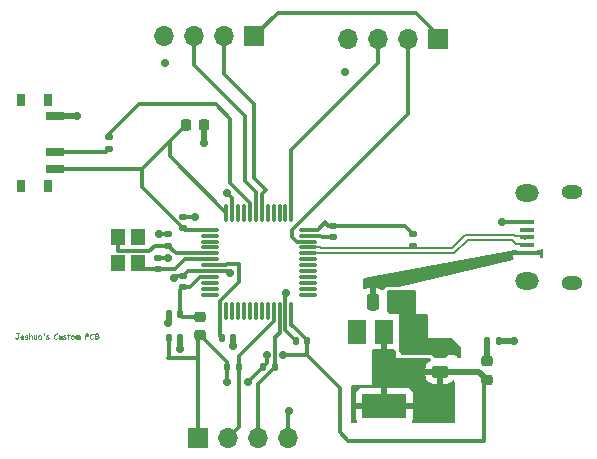
<source format=gbr>
%TF.GenerationSoftware,KiCad,Pcbnew,7.0.7*%
%TF.CreationDate,2023-09-18T20:54:04+05:30*%
%TF.ProjectId,STM32,53544d33-322e-46b6-9963-61645f706362,rev?*%
%TF.SameCoordinates,Original*%
%TF.FileFunction,Copper,L1,Top*%
%TF.FilePolarity,Positive*%
%FSLAX46Y46*%
G04 Gerber Fmt 4.6, Leading zero omitted, Abs format (unit mm)*
G04 Created by KiCad (PCBNEW 7.0.7) date 2023-09-18 20:54:04*
%MOMM*%
%LPD*%
G01*
G04 APERTURE LIST*
G04 Aperture macros list*
%AMRoundRect*
0 Rectangle with rounded corners*
0 $1 Rounding radius*
0 $2 $3 $4 $5 $6 $7 $8 $9 X,Y pos of 4 corners*
0 Add a 4 corners polygon primitive as box body*
4,1,4,$2,$3,$4,$5,$6,$7,$8,$9,$2,$3,0*
0 Add four circle primitives for the rounded corners*
1,1,$1+$1,$2,$3*
1,1,$1+$1,$4,$5*
1,1,$1+$1,$6,$7*
1,1,$1+$1,$8,$9*
0 Add four rect primitives between the rounded corners*
20,1,$1+$1,$2,$3,$4,$5,0*
20,1,$1+$1,$4,$5,$6,$7,0*
20,1,$1+$1,$6,$7,$8,$9,0*
20,1,$1+$1,$8,$9,$2,$3,0*%
G04 Aperture macros list end*
%ADD10C,0.125000*%
%TA.AperFunction,NonConductor*%
%ADD11C,0.125000*%
%TD*%
%TA.AperFunction,SMDPad,CuDef*%
%ADD12RoundRect,0.075000X-0.662500X-0.075000X0.662500X-0.075000X0.662500X0.075000X-0.662500X0.075000X0*%
%TD*%
%TA.AperFunction,SMDPad,CuDef*%
%ADD13RoundRect,0.075000X-0.075000X-0.662500X0.075000X-0.662500X0.075000X0.662500X-0.075000X0.662500X0*%
%TD*%
%TA.AperFunction,SMDPad,CuDef*%
%ADD14RoundRect,0.140000X0.140000X0.170000X-0.140000X0.170000X-0.140000X-0.170000X0.140000X-0.170000X0*%
%TD*%
%TA.AperFunction,ComponentPad*%
%ADD15R,1.700000X1.700000*%
%TD*%
%TA.AperFunction,ComponentPad*%
%ADD16O,1.700000X1.700000*%
%TD*%
%TA.AperFunction,SMDPad,CuDef*%
%ADD17RoundRect,0.250000X0.475000X-0.250000X0.475000X0.250000X-0.475000X0.250000X-0.475000X-0.250000X0*%
%TD*%
%TA.AperFunction,SMDPad,CuDef*%
%ADD18RoundRect,0.140000X-0.170000X0.140000X-0.170000X-0.140000X0.170000X-0.140000X0.170000X0.140000X0*%
%TD*%
%TA.AperFunction,SMDPad,CuDef*%
%ADD19R,1.300000X0.450000*%
%TD*%
%TA.AperFunction,ComponentPad*%
%ADD20O,1.800000X1.150000*%
%TD*%
%TA.AperFunction,ComponentPad*%
%ADD21O,2.000000X1.450000*%
%TD*%
%TA.AperFunction,SMDPad,CuDef*%
%ADD22RoundRect,0.135000X0.185000X-0.135000X0.185000X0.135000X-0.185000X0.135000X-0.185000X-0.135000X0*%
%TD*%
%TA.AperFunction,SMDPad,CuDef*%
%ADD23RoundRect,0.140000X0.170000X-0.140000X0.170000X0.140000X-0.170000X0.140000X-0.170000X-0.140000X0*%
%TD*%
%TA.AperFunction,SMDPad,CuDef*%
%ADD24RoundRect,0.135000X-0.185000X0.135000X-0.185000X-0.135000X0.185000X-0.135000X0.185000X0.135000X0*%
%TD*%
%TA.AperFunction,SMDPad,CuDef*%
%ADD25RoundRect,0.218750X-0.256250X0.218750X-0.256250X-0.218750X0.256250X-0.218750X0.256250X0.218750X0*%
%TD*%
%TA.AperFunction,SMDPad,CuDef*%
%ADD26R,1.500000X2.000000*%
%TD*%
%TA.AperFunction,SMDPad,CuDef*%
%ADD27R,3.800000X2.000000*%
%TD*%
%TA.AperFunction,SMDPad,CuDef*%
%ADD28RoundRect,0.225000X-0.225000X-0.250000X0.225000X-0.250000X0.225000X0.250000X-0.225000X0.250000X0*%
%TD*%
%TA.AperFunction,SMDPad,CuDef*%
%ADD29R,1.200000X1.400000*%
%TD*%
%TA.AperFunction,SMDPad,CuDef*%
%ADD30RoundRect,0.140000X-0.140000X-0.170000X0.140000X-0.170000X0.140000X0.170000X-0.140000X0.170000X0*%
%TD*%
%TA.AperFunction,SMDPad,CuDef*%
%ADD31RoundRect,0.135000X-0.135000X-0.185000X0.135000X-0.185000X0.135000X0.185000X-0.135000X0.185000X0*%
%TD*%
%TA.AperFunction,SMDPad,CuDef*%
%ADD32RoundRect,0.218750X0.256250X-0.218750X0.256250X0.218750X-0.256250X0.218750X-0.256250X-0.218750X0*%
%TD*%
%TA.AperFunction,SMDPad,CuDef*%
%ADD33RoundRect,0.250000X-0.250000X-0.475000X0.250000X-0.475000X0.250000X0.475000X-0.250000X0.475000X0*%
%TD*%
%TA.AperFunction,SMDPad,CuDef*%
%ADD34R,0.800000X1.000000*%
%TD*%
%TA.AperFunction,SMDPad,CuDef*%
%ADD35R,1.500000X0.700000*%
%TD*%
%TA.AperFunction,ViaPad*%
%ADD36C,0.700000*%
%TD*%
%TA.AperFunction,Conductor*%
%ADD37C,0.300000*%
%TD*%
%TA.AperFunction,Conductor*%
%ADD38C,0.500000*%
%TD*%
%TA.AperFunction,Conductor*%
%ADD39C,0.200000*%
%TD*%
G04 APERTURE END LIST*
D10*
D11*
G36*
X65911182Y-86227316D02*
G01*
X65906049Y-86227316D01*
X65900583Y-86227316D01*
X65895543Y-86227316D01*
X65891521Y-86227316D01*
X65885937Y-86227316D01*
X65880832Y-86227316D01*
X65875584Y-86227316D01*
X65870429Y-86227316D01*
X65869905Y-86227316D01*
X65843161Y-86227316D01*
X65842864Y-86232352D01*
X65842823Y-86237879D01*
X65842803Y-86243593D01*
X65842796Y-86248633D01*
X65842794Y-86252351D01*
X65842760Y-86267956D01*
X65842659Y-86283294D01*
X65842490Y-86298365D01*
X65842252Y-86313170D01*
X65841948Y-86327707D01*
X65841575Y-86341977D01*
X65841135Y-86355981D01*
X65840627Y-86369718D01*
X65840051Y-86383187D01*
X65839407Y-86396390D01*
X65838696Y-86409326D01*
X65837917Y-86421995D01*
X65837070Y-86434397D01*
X65836156Y-86446532D01*
X65835174Y-86458401D01*
X65834124Y-86470002D01*
X65833006Y-86481337D01*
X65831821Y-86492404D01*
X65830567Y-86503205D01*
X65829246Y-86513739D01*
X65827858Y-86524006D01*
X65826401Y-86534006D01*
X65824877Y-86543739D01*
X65823285Y-86553205D01*
X65821626Y-86562404D01*
X65819898Y-86571337D01*
X65818103Y-86580002D01*
X65816241Y-86588401D01*
X65814310Y-86596532D01*
X65812312Y-86604397D01*
X65810246Y-86611995D01*
X65808112Y-86619326D01*
X65806484Y-86624540D01*
X65804774Y-86629589D01*
X65802983Y-86634472D01*
X65801111Y-86639190D01*
X65799157Y-86643742D01*
X65795006Y-86652350D01*
X65790530Y-86660295D01*
X65785728Y-86667579D01*
X65780601Y-86674200D01*
X65775148Y-86680159D01*
X65769370Y-86685456D01*
X65763267Y-86690091D01*
X65756838Y-86694064D01*
X65750084Y-86697374D01*
X65743005Y-86700023D01*
X65735601Y-86702009D01*
X65727871Y-86703333D01*
X65719816Y-86703996D01*
X65715666Y-86704078D01*
X65707687Y-86703908D01*
X65699720Y-86703397D01*
X65691762Y-86702546D01*
X65683815Y-86701354D01*
X65675879Y-86699821D01*
X65667953Y-86697947D01*
X65660037Y-86695734D01*
X65652132Y-86693179D01*
X65644238Y-86690284D01*
X65636354Y-86687048D01*
X65628480Y-86683472D01*
X65620617Y-86679555D01*
X65612765Y-86675297D01*
X65604923Y-86670699D01*
X65597091Y-86665760D01*
X65589270Y-86660481D01*
X65584920Y-86657427D01*
X65580708Y-86654339D01*
X65576634Y-86651217D01*
X65572698Y-86648063D01*
X65568900Y-86644875D01*
X65561719Y-86638398D01*
X65555090Y-86631789D01*
X65549013Y-86625045D01*
X65543489Y-86618168D01*
X65538518Y-86611158D01*
X65534098Y-86604014D01*
X65530232Y-86596736D01*
X65526917Y-86589325D01*
X65524155Y-86581780D01*
X65521945Y-86574102D01*
X65520288Y-86566290D01*
X65519183Y-86558344D01*
X65518631Y-86550265D01*
X65518562Y-86546175D01*
X65518751Y-86539743D01*
X65519319Y-86533725D01*
X65520266Y-86528122D01*
X65521592Y-86522934D01*
X65523297Y-86518161D01*
X65526563Y-86511780D01*
X65530683Y-86506333D01*
X65535654Y-86501820D01*
X65541477Y-86498240D01*
X65548153Y-86495595D01*
X65553077Y-86494349D01*
X65558380Y-86493519D01*
X65564061Y-86493104D01*
X65567044Y-86493053D01*
X65572900Y-86493255D01*
X65578379Y-86493863D01*
X65583479Y-86494877D01*
X65588202Y-86496296D01*
X65594577Y-86499185D01*
X65600103Y-86502987D01*
X65604778Y-86507701D01*
X65608604Y-86513327D01*
X65611579Y-86519865D01*
X65613090Y-86524731D01*
X65614224Y-86530002D01*
X65614979Y-86535679D01*
X65615357Y-86541761D01*
X65615404Y-86544954D01*
X65615948Y-86549974D01*
X65617580Y-86555083D01*
X65620299Y-86560278D01*
X65624105Y-86565562D01*
X65627674Y-86569582D01*
X65631855Y-86573652D01*
X65636647Y-86577771D01*
X65642052Y-86581940D01*
X65648068Y-86586158D01*
X65650209Y-86587575D01*
X65654558Y-86590325D01*
X65658874Y-86592898D01*
X65663156Y-86595294D01*
X65669517Y-86598555D01*
X65675803Y-86601416D01*
X65682013Y-86603878D01*
X65688149Y-86605941D01*
X65694209Y-86607605D01*
X65700195Y-86608869D01*
X65706105Y-86609735D01*
X65711940Y-86610200D01*
X65715788Y-86610289D01*
X65720857Y-86608028D01*
X65724077Y-86603643D01*
X65726413Y-86598474D01*
X65728024Y-86593628D01*
X65729515Y-86587951D01*
X65730886Y-86581443D01*
X65732137Y-86574105D01*
X65732904Y-86568751D01*
X65733618Y-86563028D01*
X65734154Y-86557332D01*
X65734587Y-86551854D01*
X65735104Y-86544830D01*
X65735495Y-86539289D01*
X65735924Y-86533061D01*
X65736389Y-86526146D01*
X65736892Y-86518543D01*
X65737432Y-86510254D01*
X65738009Y-86501279D01*
X65738624Y-86491616D01*
X65738945Y-86486527D01*
X65739275Y-86481266D01*
X65739615Y-86475833D01*
X65739964Y-86470229D01*
X65740323Y-86464453D01*
X65740690Y-86458506D01*
X65741067Y-86452386D01*
X65741390Y-86447279D01*
X65741703Y-86442095D01*
X65742006Y-86436832D01*
X65742298Y-86431492D01*
X65742580Y-86426074D01*
X65742852Y-86420578D01*
X65743113Y-86415005D01*
X65743365Y-86409354D01*
X65743606Y-86403625D01*
X65743836Y-86397818D01*
X65744057Y-86391933D01*
X65744267Y-86385971D01*
X65744467Y-86379931D01*
X65744657Y-86373813D01*
X65744836Y-86367618D01*
X65745006Y-86361345D01*
X65745165Y-86354994D01*
X65745313Y-86348565D01*
X65745452Y-86342058D01*
X65745580Y-86335474D01*
X65745698Y-86328812D01*
X65745806Y-86322072D01*
X65745903Y-86315254D01*
X65745990Y-86308359D01*
X65746067Y-86301386D01*
X65746134Y-86294335D01*
X65746190Y-86287207D01*
X65746236Y-86280000D01*
X65746272Y-86272716D01*
X65746298Y-86265354D01*
X65746313Y-86257915D01*
X65746318Y-86250397D01*
X65746189Y-86245466D01*
X65745931Y-86239904D01*
X65745648Y-86234640D01*
X65745352Y-86229539D01*
X65745219Y-86227316D01*
X65737281Y-86227683D01*
X65732334Y-86227867D01*
X65726880Y-86227962D01*
X65720918Y-86227967D01*
X65715785Y-86227907D01*
X65710326Y-86227790D01*
X65704544Y-86227615D01*
X65698437Y-86227383D01*
X65696859Y-86227316D01*
X65691294Y-86227076D01*
X65686094Y-86226860D01*
X65679729Y-86226608D01*
X65674012Y-86226398D01*
X65668944Y-86226230D01*
X65663521Y-86226079D01*
X65658352Y-86225985D01*
X65656315Y-86225973D01*
X65651344Y-86225782D01*
X65645404Y-86225007D01*
X65639769Y-86223636D01*
X65634437Y-86221668D01*
X65629410Y-86219104D01*
X65624687Y-86215943D01*
X65621999Y-86213761D01*
X65618450Y-86210341D01*
X65614679Y-86205724D01*
X65611647Y-86200724D01*
X65609355Y-86195343D01*
X65607802Y-86189581D01*
X65607092Y-86184696D01*
X65606856Y-86179567D01*
X65607096Y-86173992D01*
X65607816Y-86168776D01*
X65609015Y-86163921D01*
X65611715Y-86157311D01*
X65615494Y-86151511D01*
X65620353Y-86146521D01*
X65626292Y-86142339D01*
X65630851Y-86140001D01*
X65635890Y-86138023D01*
X65641408Y-86136405D01*
X65647407Y-86135146D01*
X65653886Y-86134246D01*
X65660844Y-86133707D01*
X65668283Y-86133527D01*
X65673950Y-86133568D01*
X65679663Y-86133668D01*
X65685027Y-86133798D01*
X65690940Y-86133969D01*
X65696065Y-86134136D01*
X65701541Y-86134329D01*
X65702965Y-86134382D01*
X65708552Y-86134582D01*
X65713773Y-86134756D01*
X65719784Y-86134935D01*
X65725222Y-86135073D01*
X65730992Y-86135183D01*
X65735938Y-86135233D01*
X65737404Y-86135237D01*
X65743143Y-86135223D01*
X65749555Y-86135183D01*
X65754804Y-86135136D01*
X65760431Y-86135073D01*
X65766436Y-86134996D01*
X65772819Y-86134903D01*
X65779579Y-86134795D01*
X65786718Y-86134672D01*
X65791687Y-86134582D01*
X65796823Y-86134485D01*
X65802128Y-86134382D01*
X65807433Y-86134278D01*
X65812569Y-86134182D01*
X65817538Y-86134091D01*
X65824676Y-86133969D01*
X65831437Y-86133861D01*
X65837820Y-86133768D01*
X65843825Y-86133691D01*
X65849452Y-86133628D01*
X65854701Y-86133580D01*
X65861113Y-86133540D01*
X65866852Y-86133527D01*
X65872517Y-86133575D01*
X65878003Y-86133717D01*
X65883308Y-86133955D01*
X65888433Y-86134288D01*
X65893379Y-86134717D01*
X65902731Y-86135859D01*
X65911363Y-86137381D01*
X65919276Y-86139285D01*
X65926470Y-86141569D01*
X65932945Y-86144234D01*
X65938699Y-86147279D01*
X65943735Y-86150705D01*
X65948051Y-86154512D01*
X65951648Y-86158699D01*
X65954526Y-86163267D01*
X65956684Y-86168216D01*
X65958123Y-86173546D01*
X65958842Y-86179256D01*
X65958932Y-86182254D01*
X65958631Y-86187472D01*
X65957727Y-86192517D01*
X65956222Y-86197389D01*
X65954114Y-86202089D01*
X65951404Y-86206615D01*
X65948091Y-86210969D01*
X65946598Y-86212662D01*
X65942945Y-86216096D01*
X65939072Y-86219073D01*
X65933919Y-86222150D01*
X65928420Y-86224511D01*
X65922575Y-86226157D01*
X65917650Y-86226959D01*
X65912503Y-86227302D01*
X65911182Y-86227316D01*
G37*
G36*
X66175618Y-86305693D02*
G01*
X66183868Y-86306348D01*
X66191898Y-86307440D01*
X66199709Y-86308970D01*
X66207301Y-86310936D01*
X66214673Y-86313339D01*
X66221826Y-86316180D01*
X66228759Y-86319457D01*
X66235473Y-86323171D01*
X66241967Y-86327322D01*
X66248242Y-86331910D01*
X66254298Y-86336936D01*
X66260134Y-86342398D01*
X66265750Y-86348297D01*
X66271148Y-86354633D01*
X66276325Y-86361406D01*
X66280732Y-86367789D01*
X66284855Y-86374360D01*
X66288693Y-86381119D01*
X66292247Y-86388066D01*
X66295517Y-86395201D01*
X66298502Y-86402524D01*
X66301203Y-86410035D01*
X66303620Y-86417734D01*
X66305752Y-86425621D01*
X66307600Y-86433696D01*
X66309164Y-86441959D01*
X66310443Y-86450409D01*
X66311438Y-86459048D01*
X66312149Y-86467875D01*
X66312575Y-86476889D01*
X66312718Y-86486092D01*
X66312676Y-86491136D01*
X66312551Y-86496135D01*
X66312343Y-86501086D01*
X66312052Y-86505992D01*
X66311219Y-86515663D01*
X66310054Y-86525148D01*
X66308555Y-86534446D01*
X66306724Y-86543559D01*
X66304560Y-86552486D01*
X66302062Y-86561227D01*
X66299232Y-86569782D01*
X66296069Y-86578150D01*
X66292573Y-86586333D01*
X66288744Y-86594329D01*
X66284581Y-86602140D01*
X66280086Y-86609764D01*
X66275258Y-86617203D01*
X66270097Y-86624455D01*
X66267081Y-86628392D01*
X66264001Y-86632204D01*
X66257650Y-86639453D01*
X66251045Y-86646202D01*
X66244185Y-86652452D01*
X66237070Y-86658201D01*
X66229700Y-86663450D01*
X66222075Y-86668199D01*
X66214196Y-86672449D01*
X66206062Y-86676198D01*
X66197673Y-86679448D01*
X66189030Y-86682198D01*
X66180132Y-86684447D01*
X66170979Y-86686197D01*
X66161571Y-86687447D01*
X66151909Y-86688197D01*
X66146982Y-86688384D01*
X66141992Y-86688447D01*
X66134124Y-86688274D01*
X66126395Y-86687754D01*
X66118805Y-86686888D01*
X66111355Y-86685676D01*
X66104044Y-86684118D01*
X66096872Y-86682213D01*
X66089839Y-86679962D01*
X66082946Y-86677364D01*
X66076192Y-86674420D01*
X66069578Y-86671130D01*
X66063102Y-86667494D01*
X66056766Y-86663511D01*
X66050570Y-86659182D01*
X66044512Y-86654507D01*
X66038594Y-86649485D01*
X66032815Y-86644117D01*
X66026743Y-86637914D01*
X66021042Y-86631458D01*
X66015714Y-86624748D01*
X66010757Y-86617784D01*
X66006173Y-86610567D01*
X66001961Y-86603095D01*
X65998120Y-86595370D01*
X65994652Y-86587391D01*
X65991556Y-86579159D01*
X65988832Y-86570672D01*
X65986481Y-86561932D01*
X65984501Y-86552938D01*
X65982893Y-86543690D01*
X65981658Y-86534188D01*
X65980794Y-86524433D01*
X65980502Y-86519460D01*
X65980303Y-86514424D01*
X65980297Y-86513935D01*
X66075436Y-86513935D01*
X66075527Y-86519020D01*
X66075800Y-86523953D01*
X66076552Y-86531071D01*
X66077713Y-86537849D01*
X66079285Y-86544288D01*
X66081267Y-86550389D01*
X66083659Y-86556149D01*
X66086460Y-86561571D01*
X66089672Y-86566654D01*
X66093294Y-86571397D01*
X66097326Y-86575801D01*
X66098761Y-86577194D01*
X66103499Y-86581287D01*
X66108431Y-86584834D01*
X66113559Y-86587836D01*
X66118880Y-86590292D01*
X66124397Y-86592202D01*
X66130108Y-86593566D01*
X66136014Y-86594385D01*
X66142114Y-86594658D01*
X66147654Y-86594479D01*
X66153055Y-86593945D01*
X66158316Y-86593054D01*
X66163437Y-86591807D01*
X66168420Y-86590203D01*
X66173262Y-86588243D01*
X66177965Y-86585927D01*
X66182529Y-86583254D01*
X66186952Y-86580226D01*
X66191237Y-86576840D01*
X66194016Y-86574385D01*
X66198505Y-86569795D01*
X66202584Y-86564909D01*
X66206253Y-86559726D01*
X66209512Y-86554247D01*
X66212361Y-86548472D01*
X66214800Y-86542400D01*
X66216829Y-86536032D01*
X66218447Y-86529368D01*
X66219656Y-86522408D01*
X66220455Y-86515152D01*
X66220760Y-86510150D01*
X66220970Y-86503350D01*
X66221049Y-86496765D01*
X66220997Y-86490395D01*
X66220815Y-86484241D01*
X66220503Y-86478301D01*
X66220060Y-86472577D01*
X66219487Y-86467068D01*
X66218783Y-86461774D01*
X66217949Y-86456695D01*
X66216984Y-86451832D01*
X66214664Y-86442750D01*
X66211821Y-86434529D01*
X66208456Y-86427168D01*
X66204570Y-86420668D01*
X66200162Y-86415028D01*
X66195232Y-86410249D01*
X66189779Y-86406331D01*
X66183806Y-86403273D01*
X66177310Y-86401076D01*
X66170292Y-86399739D01*
X66162752Y-86399263D01*
X66157540Y-86399371D01*
X66152468Y-86399784D01*
X66147534Y-86400504D01*
X66142740Y-86401530D01*
X66135810Y-86403644D01*
X66129193Y-86406446D01*
X66122890Y-86409938D01*
X66116900Y-86414118D01*
X66113081Y-86417288D01*
X66109401Y-86420764D01*
X66105860Y-86424547D01*
X66102459Y-86428635D01*
X66099197Y-86433030D01*
X66096074Y-86437732D01*
X66092386Y-86443942D01*
X66089060Y-86450345D01*
X66086098Y-86456942D01*
X66083498Y-86463732D01*
X66081260Y-86470715D01*
X66079970Y-86475478D01*
X66078842Y-86480326D01*
X66077874Y-86485261D01*
X66077068Y-86490281D01*
X66076423Y-86495387D01*
X66075940Y-86500579D01*
X66075617Y-86505857D01*
X66075456Y-86511221D01*
X66075436Y-86513935D01*
X65980297Y-86513935D01*
X65980179Y-86504842D01*
X65980418Y-86495390D01*
X65981019Y-86486069D01*
X65981982Y-86476879D01*
X65983308Y-86467820D01*
X65984997Y-86458891D01*
X65987048Y-86450093D01*
X65989462Y-86441426D01*
X65992239Y-86432889D01*
X65995377Y-86424483D01*
X65998879Y-86416208D01*
X66002743Y-86408064D01*
X66006969Y-86400050D01*
X66011559Y-86392167D01*
X66016510Y-86384415D01*
X66021824Y-86376793D01*
X66025131Y-86372405D01*
X66028517Y-86368157D01*
X66031983Y-86364047D01*
X66035529Y-86360078D01*
X66039154Y-86356247D01*
X66042859Y-86352556D01*
X66046643Y-86349004D01*
X66050508Y-86345591D01*
X66054452Y-86342317D01*
X66058475Y-86339183D01*
X66062578Y-86336189D01*
X66066761Y-86333333D01*
X66071024Y-86330617D01*
X66075366Y-86328040D01*
X66079788Y-86325602D01*
X66084289Y-86323304D01*
X66088871Y-86321145D01*
X66093532Y-86319125D01*
X66098272Y-86317244D01*
X66103092Y-86315503D01*
X66107992Y-86313901D01*
X66112972Y-86312439D01*
X66118031Y-86311115D01*
X66123170Y-86309931D01*
X66128388Y-86308887D01*
X66133687Y-86307981D01*
X66139064Y-86307215D01*
X66144522Y-86306588D01*
X66150059Y-86306101D01*
X66155676Y-86305753D01*
X66161373Y-86305544D01*
X66167149Y-86305474D01*
X66175618Y-86305693D01*
G37*
G36*
X66610205Y-86422711D02*
G01*
X66604056Y-86422521D01*
X66598386Y-86421951D01*
X66593194Y-86421001D01*
X66588481Y-86419671D01*
X66582942Y-86417307D01*
X66578253Y-86414267D01*
X66574416Y-86410552D01*
X66571430Y-86406161D01*
X66569295Y-86401095D01*
X66564136Y-86400473D01*
X66558916Y-86399979D01*
X66553637Y-86399614D01*
X66548297Y-86399378D01*
X66542898Y-86399270D01*
X66541085Y-86399263D01*
X66535998Y-86399283D01*
X66531073Y-86399343D01*
X66521707Y-86399582D01*
X66512988Y-86399980D01*
X66504914Y-86400538D01*
X66497486Y-86401255D01*
X66490704Y-86402131D01*
X66484568Y-86403167D01*
X66479077Y-86404362D01*
X66474233Y-86405716D01*
X66468178Y-86408046D01*
X66463576Y-86410735D01*
X66459700Y-86414878D01*
X66458408Y-86419658D01*
X66460160Y-86424420D01*
X66464296Y-86428809D01*
X66469356Y-86432595D01*
X66474174Y-86435594D01*
X66479867Y-86438731D01*
X66486435Y-86442006D01*
X66491301Y-86444265D01*
X66496556Y-86446585D01*
X66502200Y-86448967D01*
X66508234Y-86451409D01*
X66516550Y-86454752D01*
X66524524Y-86458002D01*
X66532155Y-86461159D01*
X66539444Y-86464224D01*
X66546390Y-86467197D01*
X66552993Y-86470077D01*
X66559254Y-86472864D01*
X66565173Y-86475559D01*
X66570749Y-86478161D01*
X66575983Y-86480671D01*
X66580874Y-86483088D01*
X66585422Y-86485412D01*
X66591603Y-86488726D01*
X66597013Y-86491831D01*
X66600191Y-86493785D01*
X66606225Y-86497767D01*
X66611869Y-86501866D01*
X66617124Y-86506083D01*
X66621990Y-86510417D01*
X66626467Y-86514868D01*
X66630554Y-86519436D01*
X66634252Y-86524122D01*
X66637561Y-86528926D01*
X66640480Y-86533846D01*
X66643010Y-86538884D01*
X66645151Y-86544040D01*
X66646903Y-86549312D01*
X66648265Y-86554702D01*
X66649238Y-86560210D01*
X66649822Y-86565835D01*
X66650017Y-86571577D01*
X66649802Y-86579034D01*
X66649158Y-86586262D01*
X66648085Y-86593261D01*
X66646582Y-86600031D01*
X66644650Y-86606572D01*
X66642289Y-86612884D01*
X66639498Y-86618967D01*
X66636278Y-86624822D01*
X66632629Y-86630447D01*
X66628550Y-86635843D01*
X66624042Y-86641010D01*
X66619105Y-86645949D01*
X66613738Y-86650658D01*
X66607942Y-86655138D01*
X66601717Y-86659390D01*
X66595062Y-86663412D01*
X66589442Y-86666443D01*
X66583663Y-86669279D01*
X66577726Y-86671920D01*
X66571630Y-86674365D01*
X66565376Y-86676614D01*
X66558964Y-86678668D01*
X66552393Y-86680526D01*
X66545664Y-86682188D01*
X66538777Y-86683655D01*
X66531731Y-86684926D01*
X66524527Y-86686002D01*
X66517164Y-86686882D01*
X66509643Y-86687567D01*
X66501964Y-86688056D01*
X66494126Y-86688349D01*
X66486130Y-86688447D01*
X66480452Y-86688385D01*
X66474836Y-86688201D01*
X66469282Y-86687893D01*
X66463789Y-86687462D01*
X66458359Y-86686908D01*
X66452991Y-86686231D01*
X66447685Y-86685431D01*
X66442441Y-86684508D01*
X66437259Y-86683462D01*
X66432139Y-86682293D01*
X66427081Y-86681001D01*
X66422085Y-86679585D01*
X66417151Y-86678047D01*
X66412279Y-86676385D01*
X66407469Y-86674601D01*
X66402721Y-86672693D01*
X66396480Y-86669942D01*
X66390642Y-86667032D01*
X66385207Y-86663962D01*
X66380174Y-86660733D01*
X66375544Y-86657344D01*
X66371317Y-86653797D01*
X66367492Y-86650090D01*
X66364070Y-86646223D01*
X66361050Y-86642198D01*
X66358433Y-86638013D01*
X66355262Y-86631436D01*
X66352998Y-86624501D01*
X66351991Y-86619679D01*
X66351387Y-86614697D01*
X66351186Y-86609556D01*
X66351545Y-86602704D01*
X66352624Y-86596525D01*
X66354422Y-86591020D01*
X66356939Y-86586189D01*
X66360175Y-86582033D01*
X66364130Y-86578550D01*
X66368805Y-86575741D01*
X66374198Y-86573607D01*
X66380311Y-86572146D01*
X66387142Y-86571360D01*
X66392096Y-86571210D01*
X66397365Y-86571496D01*
X66403326Y-86572355D01*
X66408592Y-86573454D01*
X66414302Y-86574920D01*
X66420453Y-86576752D01*
X66425358Y-86578366D01*
X66430511Y-86580186D01*
X66435914Y-86582213D01*
X66437770Y-86582934D01*
X66443259Y-86585029D01*
X66448505Y-86586918D01*
X66453508Y-86588601D01*
X66458269Y-86590078D01*
X66464240Y-86591727D01*
X66469779Y-86593009D01*
X66474887Y-86593925D01*
X66480666Y-86594555D01*
X66483810Y-86594658D01*
X66492255Y-86594559D01*
X66500159Y-86594263D01*
X66507520Y-86593769D01*
X66514340Y-86593078D01*
X66520618Y-86592189D01*
X66526354Y-86591103D01*
X66531548Y-86589819D01*
X66538323Y-86587523D01*
X66543878Y-86584783D01*
X66548214Y-86581598D01*
X66552099Y-86576661D01*
X66553817Y-86570934D01*
X66553907Y-86569378D01*
X66552724Y-86564393D01*
X66549173Y-86559282D01*
X66544628Y-86555103D01*
X66540224Y-86551916D01*
X66534969Y-86548685D01*
X66528861Y-86545408D01*
X66524316Y-86543198D01*
X66519392Y-86540968D01*
X66514089Y-86538719D01*
X66508408Y-86536449D01*
X66505425Y-86535307D01*
X66496785Y-86532007D01*
X66488542Y-86528825D01*
X66480696Y-86525760D01*
X66473246Y-86522812D01*
X66466194Y-86519982D01*
X66459538Y-86517269D01*
X66453279Y-86514673D01*
X66447418Y-86512195D01*
X66441953Y-86509834D01*
X66436885Y-86507591D01*
X66432213Y-86505465D01*
X66425951Y-86502495D01*
X66420581Y-86499790D01*
X66416105Y-86497349D01*
X66414811Y-86496594D01*
X66408940Y-86492862D01*
X66403448Y-86488961D01*
X66398335Y-86484893D01*
X66393600Y-86480657D01*
X66389244Y-86476253D01*
X66385267Y-86471681D01*
X66381669Y-86466941D01*
X66378449Y-86462034D01*
X66375609Y-86456958D01*
X66373147Y-86451714D01*
X66371063Y-86446303D01*
X66369359Y-86440724D01*
X66368033Y-86434976D01*
X66367086Y-86429061D01*
X66366518Y-86422978D01*
X66366329Y-86416727D01*
X66366615Y-86407949D01*
X66367472Y-86399536D01*
X66368901Y-86391489D01*
X66370901Y-86383807D01*
X66373473Y-86376491D01*
X66376616Y-86369540D01*
X66380330Y-86362955D01*
X66384617Y-86356734D01*
X66389474Y-86350880D01*
X66394903Y-86345391D01*
X66400904Y-86340267D01*
X66407476Y-86335508D01*
X66414620Y-86331115D01*
X66422335Y-86327088D01*
X66430622Y-86323425D01*
X66439480Y-86320129D01*
X66445027Y-86318354D01*
X66450923Y-86316694D01*
X66457167Y-86315148D01*
X66463759Y-86313717D01*
X66470699Y-86312401D01*
X66477988Y-86311198D01*
X66485625Y-86310111D01*
X66493610Y-86309138D01*
X66501943Y-86308279D01*
X66510625Y-86307535D01*
X66519655Y-86306905D01*
X66529033Y-86306390D01*
X66538759Y-86305989D01*
X66543753Y-86305832D01*
X66548834Y-86305703D01*
X66554001Y-86305603D01*
X66559256Y-86305531D01*
X66564598Y-86305488D01*
X66570027Y-86305474D01*
X66576305Y-86305555D01*
X66582269Y-86305796D01*
X66587920Y-86306199D01*
X66593257Y-86306762D01*
X66598281Y-86307487D01*
X66604492Y-86308703D01*
X66610146Y-86310206D01*
X66615243Y-86311995D01*
X66619782Y-86314070D01*
X66620830Y-86314633D01*
X66626154Y-86318009D01*
X66630768Y-86322029D01*
X66634672Y-86326695D01*
X66637866Y-86332005D01*
X66640350Y-86337960D01*
X66641748Y-86342850D01*
X66642746Y-86348103D01*
X66643345Y-86353718D01*
X66643545Y-86359696D01*
X66643414Y-86367327D01*
X66643024Y-86374465D01*
X66642372Y-86381111D01*
X66641461Y-86387265D01*
X66640289Y-86392926D01*
X66638856Y-86398095D01*
X66637163Y-86402772D01*
X66634135Y-86408865D01*
X66630521Y-86413849D01*
X66626321Y-86417726D01*
X66621535Y-86420495D01*
X66616163Y-86422157D01*
X66610205Y-86422711D01*
G37*
G36*
X66810851Y-86354689D02*
G01*
X66815577Y-86350151D01*
X66820368Y-86345835D01*
X66825223Y-86341739D01*
X66830142Y-86337865D01*
X66835126Y-86334212D01*
X66840174Y-86330779D01*
X66845287Y-86327568D01*
X66850464Y-86324578D01*
X66855705Y-86321810D01*
X66861011Y-86319262D01*
X66864584Y-86317686D01*
X66870001Y-86315504D01*
X66875488Y-86313536D01*
X66881046Y-86311783D01*
X66886675Y-86310244D01*
X66892375Y-86308921D01*
X66898145Y-86307812D01*
X66903987Y-86306917D01*
X66909899Y-86306237D01*
X66915882Y-86305772D01*
X66921936Y-86305522D01*
X66926011Y-86305474D01*
X66933225Y-86305602D01*
X66940181Y-86305987D01*
X66946880Y-86306629D01*
X66953321Y-86307527D01*
X66959504Y-86308682D01*
X66965430Y-86310094D01*
X66971098Y-86311762D01*
X66976509Y-86313687D01*
X66981662Y-86315868D01*
X66986557Y-86318306D01*
X66991195Y-86321001D01*
X66995575Y-86323953D01*
X66999697Y-86327161D01*
X67003562Y-86330625D01*
X67007170Y-86334347D01*
X67010519Y-86338325D01*
X67013982Y-86343160D01*
X67017181Y-86348461D01*
X67020116Y-86354228D01*
X67022787Y-86360461D01*
X67025194Y-86367160D01*
X67026651Y-86371884D01*
X67027992Y-86376816D01*
X67029215Y-86381955D01*
X67030321Y-86387300D01*
X67031309Y-86392853D01*
X67032180Y-86398613D01*
X67032934Y-86404579D01*
X67033570Y-86410753D01*
X67033845Y-86413918D01*
X67034060Y-86419171D01*
X67034278Y-86424426D01*
X67034499Y-86429684D01*
X67034722Y-86434946D01*
X67034949Y-86440210D01*
X67035178Y-86445477D01*
X67035411Y-86450747D01*
X67035646Y-86456019D01*
X67035884Y-86461295D01*
X67036125Y-86466573D01*
X67036369Y-86471854D01*
X67036615Y-86477139D01*
X67036865Y-86482426D01*
X67037117Y-86487715D01*
X67037372Y-86493008D01*
X67037630Y-86498304D01*
X67038301Y-86505020D01*
X67038939Y-86511399D01*
X67039545Y-86517442D01*
X67040119Y-86523148D01*
X67040660Y-86528517D01*
X67041168Y-86533549D01*
X67041870Y-86540466D01*
X67042499Y-86546625D01*
X67043055Y-86552027D01*
X67043683Y-86558050D01*
X67044285Y-86563684D01*
X67044469Y-86565348D01*
X67045380Y-86572385D01*
X67046328Y-86579252D01*
X67047312Y-86585949D01*
X67048333Y-86592477D01*
X67049390Y-86598835D01*
X67050484Y-86605023D01*
X67051614Y-86611042D01*
X67052781Y-86616891D01*
X67053984Y-86622571D01*
X67055224Y-86628081D01*
X67056071Y-86631660D01*
X67057113Y-86636824D01*
X67057699Y-86641875D01*
X67057780Y-86644361D01*
X67057423Y-86650189D01*
X67056349Y-86655688D01*
X67054560Y-86660860D01*
X67052056Y-86665704D01*
X67048836Y-86670219D01*
X67044900Y-86674407D01*
X67043126Y-86675990D01*
X67038462Y-86679579D01*
X67033554Y-86682559D01*
X67028401Y-86684931D01*
X67023004Y-86686695D01*
X67017363Y-86687851D01*
X67011477Y-86688398D01*
X67009054Y-86688447D01*
X67002766Y-86688148D01*
X66996907Y-86687253D01*
X66991477Y-86685761D01*
X66986477Y-86683673D01*
X66981906Y-86680987D01*
X66977764Y-86677705D01*
X66974052Y-86673826D01*
X66970769Y-86669350D01*
X66967915Y-86664278D01*
X66965491Y-86658608D01*
X66964113Y-86654497D01*
X66962569Y-86649148D01*
X66961051Y-86643403D01*
X66959558Y-86637264D01*
X66958091Y-86630729D01*
X66956650Y-86623800D01*
X66955704Y-86618961D01*
X66954769Y-86613946D01*
X66953845Y-86608756D01*
X66952933Y-86603390D01*
X66952032Y-86597849D01*
X66951143Y-86592132D01*
X66950265Y-86586240D01*
X66949399Y-86580172D01*
X66948970Y-86577072D01*
X66948216Y-86571155D01*
X66947510Y-86565371D01*
X66946854Y-86559721D01*
X66946245Y-86554205D01*
X66945686Y-86548822D01*
X66945175Y-86543573D01*
X66944713Y-86538457D01*
X66944299Y-86533475D01*
X66943770Y-86526252D01*
X66943350Y-86519330D01*
X66943040Y-86512708D01*
X66942839Y-86506387D01*
X66942748Y-86500366D01*
X66942742Y-86498426D01*
X66942810Y-86492941D01*
X66942956Y-86487740D01*
X66943146Y-86482631D01*
X66943396Y-86476921D01*
X66943597Y-86472780D01*
X66943878Y-86467614D01*
X66944153Y-86461981D01*
X66944359Y-86456967D01*
X66944513Y-86451898D01*
X66944574Y-86447135D01*
X66944562Y-86441176D01*
X66944528Y-86435877D01*
X66944453Y-86430182D01*
X66944316Y-86424709D01*
X66944052Y-86419723D01*
X66943841Y-86417948D01*
X66942601Y-86412565D01*
X66940357Y-86407310D01*
X66937289Y-86403369D01*
X66932667Y-86400431D01*
X66927813Y-86399336D01*
X66926011Y-86399263D01*
X66918930Y-86399565D01*
X66911972Y-86400470D01*
X66905139Y-86401978D01*
X66898431Y-86404089D01*
X66891847Y-86406803D01*
X66885388Y-86410121D01*
X66881151Y-86412668D01*
X66876969Y-86415483D01*
X66872843Y-86418566D01*
X66868772Y-86421917D01*
X66864756Y-86425537D01*
X66860796Y-86429424D01*
X66856891Y-86433579D01*
X66852769Y-86438338D01*
X66849437Y-86442544D01*
X66845900Y-86447294D01*
X66842156Y-86452590D01*
X66838206Y-86458431D01*
X66835458Y-86462628D01*
X66832619Y-86467067D01*
X66829688Y-86471749D01*
X66826666Y-86476673D01*
X66823551Y-86481839D01*
X66820346Y-86487248D01*
X66817049Y-86492899D01*
X66813660Y-86498792D01*
X66813648Y-86506300D01*
X66813612Y-86513618D01*
X66813553Y-86520747D01*
X66813471Y-86527687D01*
X66813364Y-86534438D01*
X66813235Y-86541000D01*
X66813081Y-86547373D01*
X66812904Y-86553556D01*
X66812703Y-86559550D01*
X66812479Y-86565356D01*
X66812231Y-86570972D01*
X66811959Y-86576398D01*
X66811664Y-86581636D01*
X66811346Y-86586685D01*
X66810637Y-86596215D01*
X66809834Y-86604988D01*
X66808937Y-86613004D01*
X66807945Y-86620264D01*
X66806859Y-86626768D01*
X66805678Y-86632515D01*
X66804403Y-86637505D01*
X66802313Y-86643572D01*
X66801570Y-86645216D01*
X66798912Y-86650148D01*
X66795978Y-86654595D01*
X66792767Y-86658557D01*
X66789279Y-86662034D01*
X66784198Y-86665915D01*
X66778624Y-86668934D01*
X66772558Y-86671090D01*
X66767686Y-86672141D01*
X66762536Y-86672707D01*
X66758949Y-86672815D01*
X66753059Y-86672502D01*
X66747372Y-86671563D01*
X66741887Y-86669998D01*
X66736605Y-86667806D01*
X66731526Y-86664989D01*
X66726649Y-86661545D01*
X66724755Y-86659993D01*
X66720463Y-86655842D01*
X66716898Y-86651406D01*
X66714061Y-86646683D01*
X66711952Y-86641674D01*
X66710569Y-86636379D01*
X66709915Y-86630798D01*
X66709856Y-86628485D01*
X66710304Y-86623429D01*
X66711335Y-86618391D01*
X66712755Y-86613231D01*
X66713642Y-86610411D01*
X66714532Y-86604863D01*
X66715097Y-86598154D01*
X66715506Y-86591542D01*
X66715771Y-86586381D01*
X66716030Y-86580618D01*
X66716284Y-86574254D01*
X66716532Y-86567287D01*
X66716775Y-86559719D01*
X66717011Y-86551548D01*
X66717242Y-86542775D01*
X66717467Y-86533400D01*
X66717578Y-86528487D01*
X66717687Y-86523424D01*
X66717794Y-86518210D01*
X66717596Y-86509275D01*
X66717430Y-86499628D01*
X66717358Y-86494538D01*
X66717295Y-86489270D01*
X66717239Y-86483824D01*
X66717191Y-86478200D01*
X66717151Y-86472398D01*
X66717119Y-86466418D01*
X66717095Y-86460260D01*
X66717079Y-86453924D01*
X66717070Y-86447410D01*
X66717070Y-86440719D01*
X66717077Y-86433849D01*
X66717092Y-86426802D01*
X66717115Y-86419576D01*
X66717146Y-86412173D01*
X66717185Y-86404592D01*
X66717231Y-86396832D01*
X66717286Y-86388895D01*
X66717348Y-86380780D01*
X66717419Y-86372487D01*
X66717497Y-86364016D01*
X66717583Y-86355367D01*
X66717677Y-86346540D01*
X66717778Y-86337535D01*
X66717888Y-86328353D01*
X66718005Y-86318992D01*
X66718131Y-86309453D01*
X66718264Y-86299737D01*
X66718405Y-86289842D01*
X66719138Y-86278607D01*
X66719389Y-86273674D01*
X66719736Y-86266666D01*
X66720046Y-86260129D01*
X66720320Y-86254061D01*
X66720557Y-86248464D01*
X66720758Y-86243337D01*
X66720968Y-86237231D01*
X66721114Y-86231962D01*
X66721206Y-86226551D01*
X66721214Y-86224752D01*
X66721056Y-86219624D01*
X66720670Y-86214467D01*
X66720051Y-86208605D01*
X66719359Y-86203182D01*
X66718506Y-86197270D01*
X66717916Y-86193489D01*
X66717172Y-86188486D01*
X66716382Y-86182672D01*
X66715746Y-86177347D01*
X66715188Y-86171602D01*
X66714853Y-86166562D01*
X66714741Y-86162226D01*
X66715084Y-86156328D01*
X66716113Y-86150770D01*
X66717827Y-86145551D01*
X66720227Y-86140673D01*
X66723313Y-86136135D01*
X66727085Y-86131936D01*
X66728785Y-86130352D01*
X66733352Y-86126763D01*
X66738200Y-86123783D01*
X66743327Y-86121411D01*
X66748735Y-86119647D01*
X66754423Y-86118492D01*
X66760391Y-86117944D01*
X66762857Y-86117896D01*
X66769027Y-86118216D01*
X66774807Y-86119179D01*
X66780196Y-86120784D01*
X66785194Y-86123030D01*
X66789801Y-86125919D01*
X66794018Y-86129449D01*
X66797844Y-86133621D01*
X66801280Y-86138435D01*
X66804324Y-86143891D01*
X66806978Y-86149988D01*
X66808531Y-86154410D01*
X66810048Y-86159943D01*
X66811362Y-86166164D01*
X66812216Y-86171280D01*
X66812955Y-86176783D01*
X66813581Y-86182672D01*
X66814093Y-86188947D01*
X66814491Y-86195609D01*
X66814775Y-86202657D01*
X66814902Y-86207571D01*
X66814978Y-86212656D01*
X66815003Y-86217913D01*
X66814985Y-86224380D01*
X66814930Y-86230866D01*
X66814839Y-86237371D01*
X66814711Y-86243896D01*
X66814547Y-86250440D01*
X66814346Y-86257004D01*
X66814109Y-86263586D01*
X66813835Y-86270189D01*
X66813525Y-86276810D01*
X66813178Y-86283451D01*
X66812927Y-86287889D01*
X66812556Y-86294224D01*
X66812221Y-86300544D01*
X66811923Y-86306849D01*
X66811662Y-86313139D01*
X66811437Y-86319414D01*
X66811248Y-86325674D01*
X66811096Y-86331919D01*
X66810981Y-86338149D01*
X66810902Y-86344364D01*
X66810859Y-86350564D01*
X66810851Y-86354689D01*
G37*
G36*
X67413764Y-86467407D02*
G01*
X67413770Y-86473383D01*
X67413782Y-86478336D01*
X67413800Y-86483693D01*
X67413825Y-86489453D01*
X67413856Y-86495617D01*
X67413893Y-86502184D01*
X67413937Y-86509155D01*
X67413988Y-86516530D01*
X67414025Y-86521670D01*
X67414065Y-86526990D01*
X67414108Y-86532490D01*
X67414131Y-86535307D01*
X67414175Y-86540881D01*
X67414217Y-86546276D01*
X67414255Y-86551494D01*
X67414291Y-86556533D01*
X67414339Y-86563757D01*
X67414381Y-86570579D01*
X67414417Y-86577000D01*
X67414446Y-86583020D01*
X67414468Y-86588638D01*
X67414484Y-86593855D01*
X67414496Y-86600186D01*
X67414497Y-86603084D01*
X67414604Y-86608179D01*
X67414845Y-86613216D01*
X67415168Y-86618325D01*
X67415529Y-86623225D01*
X67415596Y-86624089D01*
X67416011Y-86629069D01*
X67416387Y-86634272D01*
X67416673Y-86639416D01*
X67416816Y-86644644D01*
X67416817Y-86645094D01*
X67416477Y-86650810D01*
X67415458Y-86656204D01*
X67413758Y-86661276D01*
X67411379Y-86666026D01*
X67408320Y-86670454D01*
X67404581Y-86674560D01*
X67402896Y-86676113D01*
X67398390Y-86679666D01*
X67393574Y-86682617D01*
X67388448Y-86684966D01*
X67383013Y-86686712D01*
X67377267Y-86687857D01*
X67371211Y-86688399D01*
X67368702Y-86688447D01*
X67363502Y-86688236D01*
X67358572Y-86687605D01*
X67352420Y-86686109D01*
X67346749Y-86683865D01*
X67341559Y-86680873D01*
X67336850Y-86677133D01*
X67332621Y-86672645D01*
X67328874Y-86667409D01*
X67327180Y-86664511D01*
X67321673Y-86666463D01*
X67316142Y-86668289D01*
X67310587Y-86669989D01*
X67305008Y-86671564D01*
X67299405Y-86673012D01*
X67293778Y-86674334D01*
X67288128Y-86675531D01*
X67282453Y-86676601D01*
X67276755Y-86677546D01*
X67271033Y-86678364D01*
X67265287Y-86679057D01*
X67259517Y-86679624D01*
X67253724Y-86680064D01*
X67247906Y-86680379D01*
X67242065Y-86680568D01*
X67236200Y-86680631D01*
X67230154Y-86680552D01*
X67224230Y-86680316D01*
X67218427Y-86679923D01*
X67212745Y-86679372D01*
X67207184Y-86678663D01*
X67201744Y-86677797D01*
X67196426Y-86676774D01*
X67191229Y-86675594D01*
X67186152Y-86674255D01*
X67181197Y-86672760D01*
X67176364Y-86671107D01*
X67171651Y-86669297D01*
X67167059Y-86667329D01*
X67162589Y-86665204D01*
X67158240Y-86662921D01*
X67154012Y-86660481D01*
X67149459Y-86657513D01*
X67145141Y-86654379D01*
X67141059Y-86651079D01*
X67137213Y-86647612D01*
X67133602Y-86643980D01*
X67130227Y-86640182D01*
X67127088Y-86636218D01*
X67124184Y-86632088D01*
X67121516Y-86627792D01*
X67119083Y-86623329D01*
X67116887Y-86618701D01*
X67114926Y-86613907D01*
X67113200Y-86608947D01*
X67111710Y-86603820D01*
X67110456Y-86598528D01*
X67109438Y-86593070D01*
X67108611Y-86587844D01*
X67107811Y-86582652D01*
X67107037Y-86577496D01*
X67106289Y-86572374D01*
X67105568Y-86567287D01*
X67104872Y-86562235D01*
X67104203Y-86557218D01*
X67103561Y-86552236D01*
X67102944Y-86547288D01*
X67102354Y-86542375D01*
X67101790Y-86537497D01*
X67100740Y-86527846D01*
X67099796Y-86518334D01*
X67098956Y-86508961D01*
X67098221Y-86499727D01*
X67097592Y-86490633D01*
X67097067Y-86481678D01*
X67096647Y-86472863D01*
X67096332Y-86464186D01*
X67096122Y-86455649D01*
X67096018Y-86447252D01*
X67096004Y-86443105D01*
X67096044Y-86437592D01*
X67096165Y-86431984D01*
X67096365Y-86426281D01*
X67096646Y-86420482D01*
X67097006Y-86414588D01*
X67097447Y-86408598D01*
X67097968Y-86402513D01*
X67098569Y-86396332D01*
X67099250Y-86390056D01*
X67100011Y-86383685D01*
X67100853Y-86377218D01*
X67101775Y-86370656D01*
X67102776Y-86363999D01*
X67103858Y-86357246D01*
X67105020Y-86350398D01*
X67106263Y-86343454D01*
X67107833Y-86336666D01*
X67109978Y-86330547D01*
X67112698Y-86325094D01*
X67115994Y-86320310D01*
X67119865Y-86316193D01*
X67124312Y-86312744D01*
X67129334Y-86309962D01*
X67134931Y-86307848D01*
X67141103Y-86306401D01*
X67147851Y-86305622D01*
X67152669Y-86305474D01*
X67157554Y-86305663D01*
X67163402Y-86306430D01*
X67168964Y-86307788D01*
X67174240Y-86309736D01*
X67179230Y-86312275D01*
X67183934Y-86315403D01*
X67186618Y-86317564D01*
X67190700Y-86321462D01*
X67194089Y-86325676D01*
X67196787Y-86330206D01*
X67198792Y-86335052D01*
X67200107Y-86340214D01*
X67200729Y-86345693D01*
X67200785Y-86347972D01*
X67200662Y-86352916D01*
X67200296Y-86358665D01*
X67199826Y-86363844D01*
X67199200Y-86369538D01*
X67198418Y-86375747D01*
X67197729Y-86380742D01*
X67196951Y-86386026D01*
X67196086Y-86391601D01*
X67195778Y-86393524D01*
X67194883Y-86399187D01*
X67194076Y-86404590D01*
X67193357Y-86409734D01*
X67192726Y-86414618D01*
X67192022Y-86420726D01*
X67191475Y-86426372D01*
X67191084Y-86431557D01*
X67190815Y-86437388D01*
X67190771Y-86440540D01*
X67190783Y-86446311D01*
X67190822Y-86451989D01*
X67190887Y-86457576D01*
X67190977Y-86463072D01*
X67191093Y-86468476D01*
X67191234Y-86473788D01*
X67191402Y-86479009D01*
X67191595Y-86484138D01*
X67191814Y-86489175D01*
X67192059Y-86494121D01*
X67192474Y-86501368D01*
X67192947Y-86508409D01*
X67193479Y-86515244D01*
X67194068Y-86521873D01*
X67194714Y-86528271D01*
X67195416Y-86534458D01*
X67196174Y-86540435D01*
X67196987Y-86546202D01*
X67197857Y-86551758D01*
X67198782Y-86557104D01*
X67199763Y-86562240D01*
X67200800Y-86567165D01*
X67202269Y-86573405D01*
X67203838Y-86579270D01*
X67208607Y-86581196D01*
X67213300Y-86582851D01*
X67218423Y-86584373D01*
X67220446Y-86584888D01*
X67225488Y-86585918D01*
X67230388Y-86586567D01*
X67235611Y-86586840D01*
X67236078Y-86586842D01*
X67243310Y-86586748D01*
X67248205Y-86586582D01*
X67253157Y-86586333D01*
X67258168Y-86586001D01*
X67263237Y-86585586D01*
X67268364Y-86585088D01*
X67273549Y-86584507D01*
X67278793Y-86583843D01*
X67284095Y-86583096D01*
X67289455Y-86582266D01*
X67294873Y-86581353D01*
X67300349Y-86580357D01*
X67305884Y-86579278D01*
X67311477Y-86578116D01*
X67317128Y-86576871D01*
X67319975Y-86576217D01*
X67319969Y-86569728D01*
X67319958Y-86564718D01*
X67319939Y-86559585D01*
X67319915Y-86554331D01*
X67319883Y-86548954D01*
X67319846Y-86543454D01*
X67319802Y-86537832D01*
X67319751Y-86532088D01*
X67319695Y-86526222D01*
X67319631Y-86520233D01*
X67319609Y-86518210D01*
X67319478Y-86511120D01*
X67319360Y-86504415D01*
X67319255Y-86498094D01*
X67319162Y-86492158D01*
X67319083Y-86486605D01*
X67319016Y-86481437D01*
X67318948Y-86475144D01*
X67318902Y-86469534D01*
X67318879Y-86464607D01*
X67318876Y-86462400D01*
X67318902Y-86453970D01*
X67318979Y-86445685D01*
X67319108Y-86437545D01*
X67319288Y-86429549D01*
X67319520Y-86421699D01*
X67319803Y-86413994D01*
X67320138Y-86406434D01*
X67320525Y-86399019D01*
X67320963Y-86391749D01*
X67321452Y-86384624D01*
X67321993Y-86377644D01*
X67322585Y-86370809D01*
X67323229Y-86364119D01*
X67323925Y-86357574D01*
X67324672Y-86351174D01*
X67325471Y-86344919D01*
X67326752Y-86337870D01*
X67328673Y-86331514D01*
X67331234Y-86325851D01*
X67334435Y-86320882D01*
X67338275Y-86316607D01*
X67342755Y-86313024D01*
X67347875Y-86310135D01*
X67353635Y-86307939D01*
X67360034Y-86306437D01*
X67367073Y-86305628D01*
X67372121Y-86305474D01*
X67377097Y-86305669D01*
X67383060Y-86306459D01*
X67388737Y-86307858D01*
X67394128Y-86309865D01*
X67399232Y-86312481D01*
X67404050Y-86315704D01*
X67406803Y-86317930D01*
X67410963Y-86321978D01*
X67414360Y-86326336D01*
X67416993Y-86331004D01*
X67418863Y-86335981D01*
X67419970Y-86341269D01*
X67420313Y-86346867D01*
X67420237Y-86349193D01*
X67419839Y-86357058D01*
X67419453Y-86364653D01*
X67419080Y-86371980D01*
X67418720Y-86379037D01*
X67418372Y-86385825D01*
X67418037Y-86392344D01*
X67417715Y-86398594D01*
X67417405Y-86404576D01*
X67417108Y-86410288D01*
X67416824Y-86415731D01*
X67416552Y-86420905D01*
X67416293Y-86425809D01*
X67415812Y-86434812D01*
X67415382Y-86442739D01*
X67415003Y-86449589D01*
X67414675Y-86455363D01*
X67414276Y-86462006D01*
X67413922Y-86467097D01*
X67413764Y-86467407D01*
G37*
G36*
X67674713Y-86305634D02*
G01*
X67681098Y-86306114D01*
X67687662Y-86306913D01*
X67694407Y-86308033D01*
X67701332Y-86309472D01*
X67708438Y-86311231D01*
X67713275Y-86312582D01*
X67718192Y-86314075D01*
X67723189Y-86315709D01*
X67728267Y-86317486D01*
X67733425Y-86319405D01*
X67738663Y-86321467D01*
X67743981Y-86323670D01*
X67750266Y-86326446D01*
X67756145Y-86329276D01*
X67761619Y-86332162D01*
X67766688Y-86335104D01*
X67771351Y-86338100D01*
X67775608Y-86341153D01*
X67779460Y-86344260D01*
X67784478Y-86349025D01*
X67788584Y-86353914D01*
X67791777Y-86358928D01*
X67794058Y-86364067D01*
X67795426Y-86369329D01*
X67795882Y-86374717D01*
X67795502Y-86379914D01*
X67794363Y-86384818D01*
X67792464Y-86389430D01*
X67789805Y-86393751D01*
X67787944Y-86396088D01*
X67786714Y-86401375D01*
X67785586Y-86407159D01*
X67784725Y-86412360D01*
X67783935Y-86417907D01*
X67783217Y-86423799D01*
X67782695Y-86428763D01*
X67782571Y-86430038D01*
X67782142Y-86435245D01*
X67781770Y-86440670D01*
X67781455Y-86446312D01*
X67781197Y-86452172D01*
X67780997Y-86458250D01*
X67780854Y-86464545D01*
X67780768Y-86471057D01*
X67780741Y-86476084D01*
X67780739Y-86477787D01*
X67780775Y-86485721D01*
X67780884Y-86493373D01*
X67781066Y-86500742D01*
X67781319Y-86507829D01*
X67781646Y-86514634D01*
X67782044Y-86521156D01*
X67782516Y-86527395D01*
X67783060Y-86533353D01*
X67783676Y-86539027D01*
X67784365Y-86544420D01*
X67785126Y-86549530D01*
X67785960Y-86554357D01*
X67787347Y-86561069D01*
X67788897Y-86567146D01*
X67790020Y-86570844D01*
X67791979Y-86575526D01*
X67793969Y-86580005D01*
X67796046Y-86584614D01*
X67798554Y-86590135D01*
X67800718Y-86594875D01*
X67803125Y-86600127D01*
X67805774Y-86605893D01*
X67808175Y-86611123D01*
X67810339Y-86615916D01*
X67812858Y-86621625D01*
X67814957Y-86626556D01*
X67816990Y-86631625D01*
X67818735Y-86636677D01*
X67819207Y-86639110D01*
X67818868Y-86644535D01*
X67817848Y-86649669D01*
X67816148Y-86654510D01*
X67813769Y-86659059D01*
X67810710Y-86663316D01*
X67806971Y-86667281D01*
X67805286Y-86668785D01*
X67800831Y-86672198D01*
X67796167Y-86675032D01*
X67791295Y-86677288D01*
X67786214Y-86678965D01*
X67780924Y-86680064D01*
X67775425Y-86680585D01*
X67773168Y-86680631D01*
X67767791Y-86679883D01*
X67762838Y-86678206D01*
X67757304Y-86675572D01*
X67752773Y-86672968D01*
X67747916Y-86669825D01*
X67742733Y-86666143D01*
X67737223Y-86661922D01*
X67733368Y-86658809D01*
X67729369Y-86655456D01*
X67725225Y-86651864D01*
X67723098Y-86649979D01*
X67717234Y-86652752D01*
X67711503Y-86655395D01*
X67705905Y-86657907D01*
X67700441Y-86660288D01*
X67695109Y-86662538D01*
X67689910Y-86664657D01*
X67684845Y-86666646D01*
X67679913Y-86668503D01*
X67675113Y-86670229D01*
X67670447Y-86671824D01*
X67667411Y-86672815D01*
X67661509Y-86674647D01*
X67655832Y-86676235D01*
X67650380Y-86677578D01*
X67645154Y-86678677D01*
X67640153Y-86679532D01*
X67634218Y-86680257D01*
X67628635Y-86680601D01*
X67626500Y-86680631D01*
X67621373Y-86680588D01*
X67616327Y-86680459D01*
X67611361Y-86680245D01*
X67606476Y-86679944D01*
X67596947Y-86679085D01*
X67587742Y-86677883D01*
X67578858Y-86676338D01*
X67570297Y-86674449D01*
X67562059Y-86672216D01*
X67554143Y-86669640D01*
X67546549Y-86666721D01*
X67539278Y-86663458D01*
X67532330Y-86659851D01*
X67525704Y-86655901D01*
X67519400Y-86651608D01*
X67513419Y-86646971D01*
X67507761Y-86641991D01*
X67502424Y-86636667D01*
X67497411Y-86630986D01*
X67492722Y-86624963D01*
X67488355Y-86618598D01*
X67484312Y-86611892D01*
X67480593Y-86604844D01*
X67477197Y-86597455D01*
X67474124Y-86589724D01*
X67471375Y-86581652D01*
X67468949Y-86573238D01*
X67466847Y-86564482D01*
X67465068Y-86555385D01*
X67463613Y-86545946D01*
X67463006Y-86541099D01*
X67462481Y-86536166D01*
X67462036Y-86531148D01*
X67461672Y-86526044D01*
X67461389Y-86520855D01*
X67461187Y-86515581D01*
X67461089Y-86511249D01*
X67556158Y-86511249D01*
X67556222Y-86516839D01*
X67556416Y-86522255D01*
X67556738Y-86527495D01*
X67557188Y-86532559D01*
X67557768Y-86537447D01*
X67558879Y-86544451D01*
X67560280Y-86551060D01*
X67561970Y-86557274D01*
X67563950Y-86563093D01*
X67566220Y-86568517D01*
X67568780Y-86573546D01*
X67571630Y-86578180D01*
X67572644Y-86579637D01*
X67575880Y-86583718D01*
X67579406Y-86587398D01*
X67583222Y-86590676D01*
X67587327Y-86593553D01*
X67591723Y-86596028D01*
X67596408Y-86598102D01*
X67601383Y-86599775D01*
X67606647Y-86601046D01*
X67612202Y-86601916D01*
X67618046Y-86602384D01*
X67622103Y-86602473D01*
X67627381Y-86602365D01*
X67632591Y-86602038D01*
X67637731Y-86601494D01*
X67642803Y-86600733D01*
X67647806Y-86599754D01*
X67652741Y-86598558D01*
X67657606Y-86597144D01*
X67662404Y-86595512D01*
X67667132Y-86593669D01*
X67671792Y-86591620D01*
X67676383Y-86589364D01*
X67680905Y-86586903D01*
X67685359Y-86584235D01*
X67689743Y-86581362D01*
X67694060Y-86578282D01*
X67698307Y-86574996D01*
X67697676Y-86569991D01*
X67697065Y-86565065D01*
X67695903Y-86555451D01*
X67694821Y-86546155D01*
X67693819Y-86537177D01*
X67692898Y-86528516D01*
X67692056Y-86520173D01*
X67691295Y-86512148D01*
X67690614Y-86504440D01*
X67690013Y-86497051D01*
X67689492Y-86489979D01*
X67689051Y-86483224D01*
X67688690Y-86476787D01*
X67688410Y-86470669D01*
X67688209Y-86464867D01*
X67688089Y-86459384D01*
X67688049Y-86454218D01*
X67688119Y-86449311D01*
X67688330Y-86444100D01*
X67688680Y-86438585D01*
X67689092Y-86433616D01*
X67689515Y-86429305D01*
X67690161Y-86423886D01*
X67690911Y-86418251D01*
X67691615Y-86413392D01*
X67692390Y-86408384D01*
X67693237Y-86403226D01*
X67694155Y-86397920D01*
X67689627Y-86395800D01*
X67684721Y-86393890D01*
X67681943Y-86393035D01*
X67677058Y-86391844D01*
X67672906Y-86391448D01*
X67667105Y-86391589D01*
X67661396Y-86392012D01*
X67655778Y-86392718D01*
X67650252Y-86393707D01*
X67644818Y-86394978D01*
X67639475Y-86396531D01*
X67634224Y-86398366D01*
X67629064Y-86400484D01*
X67623996Y-86402885D01*
X67619020Y-86405568D01*
X67614135Y-86408533D01*
X67609342Y-86411781D01*
X67604640Y-86415311D01*
X67600030Y-86419123D01*
X67595512Y-86423218D01*
X67591085Y-86427595D01*
X67586855Y-86432158D01*
X67582899Y-86436810D01*
X67579215Y-86441550D01*
X67575804Y-86446379D01*
X67572666Y-86451297D01*
X67569801Y-86456304D01*
X67567209Y-86461399D01*
X67564890Y-86466583D01*
X67562843Y-86471855D01*
X67561069Y-86477217D01*
X67559569Y-86482667D01*
X67558341Y-86488206D01*
X67557386Y-86493833D01*
X67556704Y-86499550D01*
X67556294Y-86505355D01*
X67556158Y-86511249D01*
X67461089Y-86511249D01*
X67461066Y-86510221D01*
X67461025Y-86504776D01*
X67461085Y-86499663D01*
X67461264Y-86494595D01*
X67461562Y-86489574D01*
X67461979Y-86484599D01*
X67462516Y-86479671D01*
X67463172Y-86474789D01*
X67463947Y-86469953D01*
X67465855Y-86460420D01*
X67468241Y-86451072D01*
X67471103Y-86441909D01*
X67474442Y-86432931D01*
X67478258Y-86424138D01*
X67482552Y-86415530D01*
X67487322Y-86407108D01*
X67492569Y-86398870D01*
X67495372Y-86394821D01*
X67498294Y-86390818D01*
X67501335Y-86386861D01*
X67504495Y-86382951D01*
X67507775Y-86379087D01*
X67511174Y-86375269D01*
X67514692Y-86371497D01*
X67518329Y-86367771D01*
X67522086Y-86364092D01*
X67525933Y-86360486D01*
X67529828Y-86356994D01*
X67533769Y-86353617D01*
X67537758Y-86350354D01*
X67541793Y-86347205D01*
X67545875Y-86344171D01*
X67550005Y-86341252D01*
X67554181Y-86338447D01*
X67558404Y-86335756D01*
X67562675Y-86333180D01*
X67566992Y-86330719D01*
X67571356Y-86328372D01*
X67575768Y-86326139D01*
X67580226Y-86324021D01*
X67584731Y-86322018D01*
X67589283Y-86320129D01*
X67593883Y-86318354D01*
X67598529Y-86316694D01*
X67603222Y-86315148D01*
X67607962Y-86313717D01*
X67612749Y-86312401D01*
X67617584Y-86311198D01*
X67622465Y-86310111D01*
X67627393Y-86309138D01*
X67632368Y-86308279D01*
X67637390Y-86307535D01*
X67642459Y-86306905D01*
X67647575Y-86306390D01*
X67652738Y-86305989D01*
X67657949Y-86305703D01*
X67663206Y-86305531D01*
X67668510Y-86305474D01*
X67674713Y-86305634D01*
G37*
G36*
X68025959Y-86184574D02*
G01*
X68022906Y-86304863D01*
X68022499Y-86309999D01*
X68021508Y-86314872D01*
X68019548Y-86320373D01*
X68016746Y-86325496D01*
X68013768Y-86329477D01*
X68010205Y-86333196D01*
X68006181Y-86336467D01*
X68001817Y-86339185D01*
X67997112Y-86341348D01*
X67992068Y-86342956D01*
X67986684Y-86344009D01*
X67980961Y-86344509D01*
X67978576Y-86344553D01*
X67972813Y-86344276D01*
X67967354Y-86343444D01*
X67962199Y-86342057D01*
X67957348Y-86340116D01*
X67952801Y-86337621D01*
X67948558Y-86334571D01*
X67946946Y-86333196D01*
X67943223Y-86329574D01*
X67940144Y-86325654D01*
X67937299Y-86320556D01*
X67935381Y-86315029D01*
X67934492Y-86310095D01*
X67934246Y-86304863D01*
X67934232Y-86298648D01*
X67934252Y-86292092D01*
X67934305Y-86285196D01*
X67934391Y-86277959D01*
X67934511Y-86270381D01*
X67934664Y-86262462D01*
X67934850Y-86254204D01*
X67935070Y-86245604D01*
X67935323Y-86236664D01*
X67935610Y-86227383D01*
X67935930Y-86217762D01*
X67936103Y-86212823D01*
X67936284Y-86207800D01*
X67936473Y-86202691D01*
X67936671Y-86197497D01*
X67936877Y-86192218D01*
X67937091Y-86186854D01*
X67937314Y-86181405D01*
X67937545Y-86175870D01*
X67937784Y-86170251D01*
X67938032Y-86164546D01*
X67938780Y-86158869D01*
X67939802Y-86153563D01*
X67941100Y-86148626D01*
X67943108Y-86142976D01*
X67945546Y-86137905D01*
X67948413Y-86133412D01*
X67951709Y-86129497D01*
X67955485Y-86126155D01*
X67959714Y-86123379D01*
X67964396Y-86121170D01*
X67969531Y-86119527D01*
X67975120Y-86118451D01*
X67981161Y-86117941D01*
X67983705Y-86117896D01*
X67989468Y-86118176D01*
X67994927Y-86119017D01*
X68000082Y-86120418D01*
X68004933Y-86122380D01*
X68009480Y-86124902D01*
X68013723Y-86127985D01*
X68015334Y-86129375D01*
X68018993Y-86133058D01*
X68022032Y-86137010D01*
X68024860Y-86142106D01*
X68026795Y-86147589D01*
X68027725Y-86152453D01*
X68028035Y-86157585D01*
X68027825Y-86162654D01*
X68027364Y-86167752D01*
X68026936Y-86171507D01*
X68026421Y-86176614D01*
X68026054Y-86181514D01*
X68025959Y-86184574D01*
G37*
G36*
X68410764Y-86422711D02*
G01*
X68404615Y-86422521D01*
X68398944Y-86421951D01*
X68393752Y-86421001D01*
X68389039Y-86419671D01*
X68383500Y-86417307D01*
X68378812Y-86414267D01*
X68374974Y-86410552D01*
X68371988Y-86406161D01*
X68369853Y-86401095D01*
X68364694Y-86400473D01*
X68359475Y-86399979D01*
X68354195Y-86399614D01*
X68348856Y-86399378D01*
X68343456Y-86399270D01*
X68341643Y-86399263D01*
X68336556Y-86399283D01*
X68331631Y-86399343D01*
X68322266Y-86399582D01*
X68313546Y-86399980D01*
X68305472Y-86400538D01*
X68298044Y-86401255D01*
X68291262Y-86402131D01*
X68285126Y-86403167D01*
X68279636Y-86404362D01*
X68274791Y-86405716D01*
X68268736Y-86408046D01*
X68264134Y-86410735D01*
X68260259Y-86414878D01*
X68258967Y-86419658D01*
X68260718Y-86424420D01*
X68264854Y-86428809D01*
X68269915Y-86432595D01*
X68274732Y-86435594D01*
X68280425Y-86438731D01*
X68286994Y-86442006D01*
X68291859Y-86444265D01*
X68297114Y-86446585D01*
X68302759Y-86448967D01*
X68308792Y-86451409D01*
X68317108Y-86454752D01*
X68325082Y-86458002D01*
X68332713Y-86461159D01*
X68340002Y-86464224D01*
X68346948Y-86467197D01*
X68353552Y-86470077D01*
X68359813Y-86472864D01*
X68365731Y-86475559D01*
X68371307Y-86478161D01*
X68376541Y-86480671D01*
X68381432Y-86483088D01*
X68385981Y-86485412D01*
X68392161Y-86488726D01*
X68397571Y-86491831D01*
X68400750Y-86493785D01*
X68406783Y-86497767D01*
X68412428Y-86501866D01*
X68417683Y-86506083D01*
X68422548Y-86510417D01*
X68427025Y-86514868D01*
X68431112Y-86519436D01*
X68434810Y-86524122D01*
X68438119Y-86528926D01*
X68441038Y-86533846D01*
X68443568Y-86538884D01*
X68445709Y-86544040D01*
X68447461Y-86549312D01*
X68448824Y-86554702D01*
X68449797Y-86560210D01*
X68450381Y-86565835D01*
X68450575Y-86571577D01*
X68450361Y-86579034D01*
X68449717Y-86586262D01*
X68448643Y-86593261D01*
X68447141Y-86600031D01*
X68445209Y-86606572D01*
X68442847Y-86612884D01*
X68440057Y-86618967D01*
X68436837Y-86624822D01*
X68433187Y-86630447D01*
X68429109Y-86635843D01*
X68424601Y-86641010D01*
X68419663Y-86645949D01*
X68414297Y-86650658D01*
X68408501Y-86655138D01*
X68402275Y-86659390D01*
X68395621Y-86663412D01*
X68390000Y-86666443D01*
X68384221Y-86669279D01*
X68378284Y-86671920D01*
X68372189Y-86674365D01*
X68365935Y-86676614D01*
X68359522Y-86678668D01*
X68352952Y-86680526D01*
X68346222Y-86682188D01*
X68339335Y-86683655D01*
X68332289Y-86684926D01*
X68325085Y-86686002D01*
X68317722Y-86686882D01*
X68310201Y-86687567D01*
X68302522Y-86688056D01*
X68294684Y-86688349D01*
X68286688Y-86688447D01*
X68281010Y-86688385D01*
X68275394Y-86688201D01*
X68269840Y-86687893D01*
X68264348Y-86687462D01*
X68258918Y-86686908D01*
X68253549Y-86686231D01*
X68248243Y-86685431D01*
X68242999Y-86684508D01*
X68237817Y-86683462D01*
X68232697Y-86682293D01*
X68227639Y-86681001D01*
X68222643Y-86679585D01*
X68217709Y-86678047D01*
X68212837Y-86676385D01*
X68208027Y-86674601D01*
X68203279Y-86672693D01*
X68197039Y-86669942D01*
X68191201Y-86667032D01*
X68185765Y-86663962D01*
X68180733Y-86660733D01*
X68176103Y-86657344D01*
X68171875Y-86653797D01*
X68168050Y-86650090D01*
X68164628Y-86646223D01*
X68161608Y-86642198D01*
X68158991Y-86638013D01*
X68155821Y-86631436D01*
X68153556Y-86624501D01*
X68152549Y-86619679D01*
X68151945Y-86614697D01*
X68151744Y-86609556D01*
X68152104Y-86602704D01*
X68153182Y-86596525D01*
X68154980Y-86591020D01*
X68157497Y-86586189D01*
X68160733Y-86582033D01*
X68164688Y-86578550D01*
X68169363Y-86575741D01*
X68174756Y-86573607D01*
X68180869Y-86572146D01*
X68187701Y-86571360D01*
X68192655Y-86571210D01*
X68197924Y-86571496D01*
X68203884Y-86572355D01*
X68209151Y-86573454D01*
X68214860Y-86574920D01*
X68221012Y-86576752D01*
X68225916Y-86578366D01*
X68231070Y-86580186D01*
X68236472Y-86582213D01*
X68238328Y-86582934D01*
X68243817Y-86585029D01*
X68249063Y-86586918D01*
X68254066Y-86588601D01*
X68258827Y-86590078D01*
X68264798Y-86591727D01*
X68270337Y-86593009D01*
X68275445Y-86593925D01*
X68281224Y-86594555D01*
X68284368Y-86594658D01*
X68292813Y-86594559D01*
X68300717Y-86594263D01*
X68308079Y-86593769D01*
X68314898Y-86593078D01*
X68321176Y-86592189D01*
X68326912Y-86591103D01*
X68332106Y-86589819D01*
X68338881Y-86587523D01*
X68344436Y-86584783D01*
X68348773Y-86581598D01*
X68352658Y-86576661D01*
X68354375Y-86570934D01*
X68354466Y-86569378D01*
X68353282Y-86564393D01*
X68349731Y-86559282D01*
X68345186Y-86555103D01*
X68340783Y-86551916D01*
X68335527Y-86548685D01*
X68329420Y-86545408D01*
X68324874Y-86543198D01*
X68319950Y-86540968D01*
X68314648Y-86538719D01*
X68308966Y-86536449D01*
X68305983Y-86535307D01*
X68297343Y-86532007D01*
X68289100Y-86528825D01*
X68281254Y-86525760D01*
X68273804Y-86522812D01*
X68266752Y-86519982D01*
X68260096Y-86517269D01*
X68253838Y-86514673D01*
X68247976Y-86512195D01*
X68242511Y-86509834D01*
X68237443Y-86507591D01*
X68232772Y-86505465D01*
X68226509Y-86502495D01*
X68221140Y-86499790D01*
X68216663Y-86497349D01*
X68215369Y-86496594D01*
X68209498Y-86492862D01*
X68204006Y-86488961D01*
X68198893Y-86484893D01*
X68194158Y-86480657D01*
X68189803Y-86476253D01*
X68185826Y-86471681D01*
X68182227Y-86466941D01*
X68179008Y-86462034D01*
X68176167Y-86456958D01*
X68173705Y-86451714D01*
X68171622Y-86446303D01*
X68169917Y-86440724D01*
X68168592Y-86434976D01*
X68167645Y-86429061D01*
X68167077Y-86422978D01*
X68166887Y-86416727D01*
X68167173Y-86407949D01*
X68168030Y-86399536D01*
X68169459Y-86391489D01*
X68171459Y-86383807D01*
X68174031Y-86376491D01*
X68177174Y-86369540D01*
X68180889Y-86362955D01*
X68185175Y-86356734D01*
X68190032Y-86350880D01*
X68195462Y-86345391D01*
X68201462Y-86340267D01*
X68208034Y-86335508D01*
X68215178Y-86331115D01*
X68222893Y-86327088D01*
X68231180Y-86323425D01*
X68240038Y-86320129D01*
X68245585Y-86318354D01*
X68251481Y-86316694D01*
X68257725Y-86315148D01*
X68264317Y-86313717D01*
X68271258Y-86312401D01*
X68278546Y-86311198D01*
X68286183Y-86310111D01*
X68294168Y-86309138D01*
X68302502Y-86308279D01*
X68311183Y-86307535D01*
X68320213Y-86306905D01*
X68329591Y-86306390D01*
X68339317Y-86305989D01*
X68344311Y-86305832D01*
X68349392Y-86305703D01*
X68354560Y-86305603D01*
X68359815Y-86305531D01*
X68365157Y-86305488D01*
X68370586Y-86305474D01*
X68376863Y-86305555D01*
X68382827Y-86305796D01*
X68388478Y-86306199D01*
X68393815Y-86306762D01*
X68398839Y-86307487D01*
X68405050Y-86308703D01*
X68410704Y-86310206D01*
X68415801Y-86311995D01*
X68420340Y-86314070D01*
X68421388Y-86314633D01*
X68426712Y-86318009D01*
X68431326Y-86322029D01*
X68435230Y-86326695D01*
X68438424Y-86332005D01*
X68440909Y-86337960D01*
X68442306Y-86342850D01*
X68443304Y-86348103D01*
X68443903Y-86353718D01*
X68444103Y-86359696D01*
X68443973Y-86367327D01*
X68443582Y-86374465D01*
X68442931Y-86381111D01*
X68442019Y-86387265D01*
X68440847Y-86392926D01*
X68439414Y-86398095D01*
X68437721Y-86402772D01*
X68434694Y-86408865D01*
X68431080Y-86413849D01*
X68426880Y-86417726D01*
X68422094Y-86420495D01*
X68416722Y-86422157D01*
X68410764Y-86422711D01*
G37*
G36*
X69156926Y-86297658D02*
G01*
X69151274Y-86297365D01*
X69145906Y-86296486D01*
X69140821Y-86295021D01*
X69136020Y-86292970D01*
X69131502Y-86290333D01*
X69127267Y-86287110D01*
X69123316Y-86283300D01*
X69119648Y-86278905D01*
X69116263Y-86273924D01*
X69113162Y-86268356D01*
X69111252Y-86264319D01*
X69109112Y-86259703D01*
X69106536Y-86254975D01*
X69103520Y-86250576D01*
X69100058Y-86247023D01*
X69097452Y-86245390D01*
X69092601Y-86244102D01*
X69087246Y-86243485D01*
X69081373Y-86243141D01*
X69075574Y-86242986D01*
X69070341Y-86242948D01*
X69064885Y-86243218D01*
X69059324Y-86244030D01*
X69053658Y-86245382D01*
X69047886Y-86247276D01*
X69042010Y-86249710D01*
X69036029Y-86252685D01*
X69029943Y-86256201D01*
X69023752Y-86260259D01*
X69017456Y-86264857D01*
X69011055Y-86269996D01*
X69004549Y-86275676D01*
X68997939Y-86281897D01*
X68991223Y-86288659D01*
X68987826Y-86292243D01*
X68984402Y-86295962D01*
X68980953Y-86299816D01*
X68977477Y-86303806D01*
X68973975Y-86307931D01*
X68970446Y-86312191D01*
X68965562Y-86318224D01*
X68960834Y-86324233D01*
X68956260Y-86330217D01*
X68951842Y-86336178D01*
X68947578Y-86342115D01*
X68943470Y-86348027D01*
X68939516Y-86353916D01*
X68935718Y-86359780D01*
X68932074Y-86365620D01*
X68928586Y-86371436D01*
X68925253Y-86377228D01*
X68922075Y-86382996D01*
X68919051Y-86388740D01*
X68916183Y-86394460D01*
X68913470Y-86400156D01*
X68910912Y-86405827D01*
X68908509Y-86411475D01*
X68906261Y-86417098D01*
X68904168Y-86422698D01*
X68902230Y-86428273D01*
X68900447Y-86433824D01*
X68898819Y-86439351D01*
X68897346Y-86444854D01*
X68896028Y-86450333D01*
X68894866Y-86455788D01*
X68893858Y-86461218D01*
X68893005Y-86466625D01*
X68892307Y-86472008D01*
X68891765Y-86477366D01*
X68891377Y-86482700D01*
X68891145Y-86488011D01*
X68891067Y-86493297D01*
X68891287Y-86500414D01*
X68891947Y-86507340D01*
X68893047Y-86514075D01*
X68894588Y-86520620D01*
X68896568Y-86526973D01*
X68898988Y-86533135D01*
X68901849Y-86539106D01*
X68905149Y-86544885D01*
X68908890Y-86550474D01*
X68913071Y-86555872D01*
X68916102Y-86559364D01*
X68920906Y-86564275D01*
X68925884Y-86568702D01*
X68931035Y-86572647D01*
X68936361Y-86576108D01*
X68941860Y-86579087D01*
X68947534Y-86581582D01*
X68953381Y-86583595D01*
X68959402Y-86585124D01*
X68965597Y-86586171D01*
X68971965Y-86586734D01*
X68976308Y-86586842D01*
X68982683Y-86586683D01*
X68989078Y-86586206D01*
X68995492Y-86585412D01*
X69001925Y-86584300D01*
X69008377Y-86582870D01*
X69014849Y-86581123D01*
X69021340Y-86579058D01*
X69027851Y-86576675D01*
X69034381Y-86573975D01*
X69040930Y-86570956D01*
X69045307Y-86568768D01*
X69049832Y-86566194D01*
X69054418Y-86563397D01*
X69059863Y-86559943D01*
X69064510Y-86556922D01*
X69069640Y-86553532D01*
X69075253Y-86549772D01*
X69081350Y-86545643D01*
X69085682Y-86542686D01*
X69090229Y-86539564D01*
X69094991Y-86536278D01*
X69097452Y-86534574D01*
X69102374Y-86531344D01*
X69107064Y-86528431D01*
X69111522Y-86525837D01*
X69117105Y-86522872D01*
X69122276Y-86520471D01*
X69127035Y-86518636D01*
X69132404Y-86517135D01*
X69137997Y-86516500D01*
X69143059Y-86516738D01*
X69147927Y-86517454D01*
X69153738Y-86519019D01*
X69159244Y-86521330D01*
X69164447Y-86524386D01*
X69168390Y-86527367D01*
X69172139Y-86530826D01*
X69173046Y-86531765D01*
X69176916Y-86536328D01*
X69180130Y-86541089D01*
X69182688Y-86546046D01*
X69184590Y-86551200D01*
X69185836Y-86556550D01*
X69186426Y-86562097D01*
X69186479Y-86564371D01*
X69186200Y-86569418D01*
X69185365Y-86574301D01*
X69183972Y-86579020D01*
X69182021Y-86583575D01*
X69179514Y-86587966D01*
X69176450Y-86592192D01*
X69172828Y-86596255D01*
X69168649Y-86600153D01*
X69162738Y-86605104D01*
X69156821Y-86609898D01*
X69150897Y-86614535D01*
X69144967Y-86619015D01*
X69139031Y-86623338D01*
X69133088Y-86627503D01*
X69127138Y-86631511D01*
X69121182Y-86635362D01*
X69115220Y-86639056D01*
X69109251Y-86642593D01*
X69103276Y-86645972D01*
X69097294Y-86649194D01*
X69091306Y-86652259D01*
X69085311Y-86655167D01*
X69079310Y-86657918D01*
X69073303Y-86660512D01*
X69067289Y-86662948D01*
X69061269Y-86665227D01*
X69055242Y-86667349D01*
X69049209Y-86669314D01*
X69043169Y-86671121D01*
X69037123Y-86672772D01*
X69031070Y-86674265D01*
X69025011Y-86675601D01*
X69018946Y-86676780D01*
X69012874Y-86677802D01*
X69006796Y-86678666D01*
X69000711Y-86679374D01*
X68994620Y-86679924D01*
X68988522Y-86680317D01*
X68982418Y-86680552D01*
X68976308Y-86680631D01*
X68966739Y-86680406D01*
X68957358Y-86679732D01*
X68948165Y-86678609D01*
X68939160Y-86677036D01*
X68930343Y-86675014D01*
X68921714Y-86672542D01*
X68913273Y-86669622D01*
X68905020Y-86666251D01*
X68896954Y-86662432D01*
X68889077Y-86658163D01*
X68881388Y-86653444D01*
X68873886Y-86648276D01*
X68866573Y-86642659D01*
X68859447Y-86636593D01*
X68852510Y-86630077D01*
X68845760Y-86623112D01*
X68839608Y-86616119D01*
X68833853Y-86608972D01*
X68828495Y-86601671D01*
X68823534Y-86594215D01*
X68818970Y-86586604D01*
X68814802Y-86578839D01*
X68811032Y-86570919D01*
X68807658Y-86562845D01*
X68804682Y-86554616D01*
X68802102Y-86546233D01*
X68799919Y-86537695D01*
X68798133Y-86529002D01*
X68796744Y-86520155D01*
X68795751Y-86511153D01*
X68795156Y-86501997D01*
X68794958Y-86492686D01*
X68795056Y-86485346D01*
X68795351Y-86477997D01*
X68795842Y-86470637D01*
X68796530Y-86463268D01*
X68797414Y-86455889D01*
X68798495Y-86448501D01*
X68799773Y-86441102D01*
X68801247Y-86433694D01*
X68802917Y-86426276D01*
X68804785Y-86418848D01*
X68806848Y-86411410D01*
X68809108Y-86403963D01*
X68811565Y-86396506D01*
X68814218Y-86389039D01*
X68817068Y-86381562D01*
X68820115Y-86374076D01*
X68823358Y-86366579D01*
X68826797Y-86359073D01*
X68830433Y-86351558D01*
X68834265Y-86344032D01*
X68838295Y-86336497D01*
X68842520Y-86328951D01*
X68846942Y-86321396D01*
X68851561Y-86313832D01*
X68856376Y-86306257D01*
X68861388Y-86298673D01*
X68866596Y-86291079D01*
X68872001Y-86283475D01*
X68877602Y-86275861D01*
X68883400Y-86268238D01*
X68889395Y-86260605D01*
X68895586Y-86252962D01*
X68900932Y-86246575D01*
X68906286Y-86240392D01*
X68911647Y-86234411D01*
X68917016Y-86228633D01*
X68922392Y-86223058D01*
X68927776Y-86217685D01*
X68933167Y-86212515D01*
X68938565Y-86207548D01*
X68943970Y-86202784D01*
X68949384Y-86198222D01*
X68954804Y-86193863D01*
X68960232Y-86189707D01*
X68965667Y-86185753D01*
X68971110Y-86182003D01*
X68976560Y-86178455D01*
X68982017Y-86175109D01*
X68987482Y-86171967D01*
X68992954Y-86169027D01*
X68998434Y-86166290D01*
X69003921Y-86163756D01*
X69009415Y-86161424D01*
X69014917Y-86159296D01*
X69020426Y-86157370D01*
X69025943Y-86155646D01*
X69031467Y-86154126D01*
X69036998Y-86152808D01*
X69042537Y-86151693D01*
X69048083Y-86150781D01*
X69053636Y-86150071D01*
X69059197Y-86149564D01*
X69064766Y-86149260D01*
X69070341Y-86149159D01*
X69075917Y-86149197D01*
X69081287Y-86149313D01*
X69086450Y-86149506D01*
X69091407Y-86149777D01*
X69096931Y-86150190D01*
X69097697Y-86150258D01*
X69102899Y-86150732D01*
X69107821Y-86151300D01*
X69113103Y-86152063D01*
X69118018Y-86152948D01*
X69119190Y-86153189D01*
X69124039Y-86149776D01*
X69129198Y-86146942D01*
X69134667Y-86144686D01*
X69140447Y-86143009D01*
X69145293Y-86142083D01*
X69150339Y-86141528D01*
X69155582Y-86141343D01*
X69161918Y-86141694D01*
X69167781Y-86142747D01*
X69173172Y-86144502D01*
X69178091Y-86146959D01*
X69182537Y-86150117D01*
X69186511Y-86153978D01*
X69190013Y-86158541D01*
X69193043Y-86163806D01*
X69195600Y-86169772D01*
X69197685Y-86176441D01*
X69198813Y-86181277D01*
X69199861Y-86186741D01*
X69200805Y-86192373D01*
X69201647Y-86198173D01*
X69202385Y-86204140D01*
X69203021Y-86210274D01*
X69203553Y-86216576D01*
X69203982Y-86223046D01*
X69204309Y-86229682D01*
X69204532Y-86236487D01*
X69204652Y-86243458D01*
X69204675Y-86248199D01*
X69204431Y-86253432D01*
X69203697Y-86258522D01*
X69202475Y-86263469D01*
X69200763Y-86268273D01*
X69198563Y-86272933D01*
X69195874Y-86277451D01*
X69194661Y-86279218D01*
X69191240Y-86283540D01*
X69187448Y-86287286D01*
X69183287Y-86290455D01*
X69178755Y-86293048D01*
X69173853Y-86295065D01*
X69168580Y-86296506D01*
X69162938Y-86297370D01*
X69156926Y-86297658D01*
G37*
G36*
X69546493Y-86467407D02*
G01*
X69546499Y-86473383D01*
X69546510Y-86478336D01*
X69546529Y-86483693D01*
X69546553Y-86489453D01*
X69546584Y-86495617D01*
X69546622Y-86502184D01*
X69546666Y-86509155D01*
X69546716Y-86516530D01*
X69546754Y-86521670D01*
X69546794Y-86526990D01*
X69546837Y-86532490D01*
X69546859Y-86535307D01*
X69546904Y-86540881D01*
X69546945Y-86546276D01*
X69546984Y-86551494D01*
X69547020Y-86556533D01*
X69547068Y-86563757D01*
X69547110Y-86570579D01*
X69547145Y-86577000D01*
X69547174Y-86583020D01*
X69547197Y-86588638D01*
X69547213Y-86593855D01*
X69547224Y-86600186D01*
X69547226Y-86603084D01*
X69547333Y-86608179D01*
X69547573Y-86613216D01*
X69547896Y-86618325D01*
X69548257Y-86623225D01*
X69548325Y-86624089D01*
X69548740Y-86629069D01*
X69549115Y-86634272D01*
X69549402Y-86639416D01*
X69549545Y-86644644D01*
X69549546Y-86645094D01*
X69549206Y-86650810D01*
X69548186Y-86656204D01*
X69546487Y-86661276D01*
X69544108Y-86666026D01*
X69541049Y-86670454D01*
X69537310Y-86674560D01*
X69535624Y-86676113D01*
X69531118Y-86679666D01*
X69526303Y-86682617D01*
X69521177Y-86684966D01*
X69515741Y-86686712D01*
X69509995Y-86687857D01*
X69503939Y-86688399D01*
X69501430Y-86688447D01*
X69496230Y-86688236D01*
X69491301Y-86687605D01*
X69485149Y-86686109D01*
X69479478Y-86683865D01*
X69474288Y-86680873D01*
X69469578Y-86677133D01*
X69465350Y-86672645D01*
X69461602Y-86667409D01*
X69459909Y-86664511D01*
X69454401Y-86666463D01*
X69448870Y-86668289D01*
X69443315Y-86669989D01*
X69437736Y-86671564D01*
X69432133Y-86673012D01*
X69426507Y-86674334D01*
X69420856Y-86675531D01*
X69415182Y-86676601D01*
X69409484Y-86677546D01*
X69403762Y-86678364D01*
X69398016Y-86679057D01*
X69392246Y-86679624D01*
X69386452Y-86680064D01*
X69380635Y-86680379D01*
X69374793Y-86680568D01*
X69368928Y-86680631D01*
X69362883Y-86680552D01*
X69356959Y-86680316D01*
X69351155Y-86679923D01*
X69345473Y-86679372D01*
X69339913Y-86678663D01*
X69334473Y-86677797D01*
X69329154Y-86676774D01*
X69323957Y-86675594D01*
X69318881Y-86674255D01*
X69313926Y-86672760D01*
X69309092Y-86671107D01*
X69304380Y-86669297D01*
X69299788Y-86667329D01*
X69295318Y-86665204D01*
X69290969Y-86662921D01*
X69286741Y-86660481D01*
X69282187Y-86657513D01*
X69277870Y-86654379D01*
X69273788Y-86651079D01*
X69269941Y-86647612D01*
X69266331Y-86643980D01*
X69262956Y-86640182D01*
X69259816Y-86636218D01*
X69256912Y-86632088D01*
X69254244Y-86627792D01*
X69251812Y-86623329D01*
X69249615Y-86618701D01*
X69247654Y-86613907D01*
X69245929Y-86608947D01*
X69244439Y-86603820D01*
X69243185Y-86598528D01*
X69242166Y-86593070D01*
X69241340Y-86587844D01*
X69240540Y-86582652D01*
X69239766Y-86577496D01*
X69239018Y-86572374D01*
X69238296Y-86567287D01*
X69237601Y-86562235D01*
X69236932Y-86557218D01*
X69236289Y-86552236D01*
X69235673Y-86547288D01*
X69235082Y-86542375D01*
X69234518Y-86537497D01*
X69233469Y-86527846D01*
X69232524Y-86518334D01*
X69231685Y-86508961D01*
X69230950Y-86499727D01*
X69230320Y-86490633D01*
X69229796Y-86481678D01*
X69229376Y-86472863D01*
X69229061Y-86464186D01*
X69228851Y-86455649D01*
X69228746Y-86447252D01*
X69228733Y-86443105D01*
X69228773Y-86437592D01*
X69228893Y-86431984D01*
X69229094Y-86426281D01*
X69229374Y-86420482D01*
X69229735Y-86414588D01*
X69230175Y-86408598D01*
X69230696Y-86402513D01*
X69231297Y-86396332D01*
X69231979Y-86390056D01*
X69232740Y-86383685D01*
X69233582Y-86377218D01*
X69234503Y-86370656D01*
X69235505Y-86363999D01*
X69236587Y-86357246D01*
X69237749Y-86350398D01*
X69238991Y-86343454D01*
X69240561Y-86336666D01*
X69242706Y-86330547D01*
X69245427Y-86325094D01*
X69248723Y-86320310D01*
X69252594Y-86316193D01*
X69257040Y-86312744D01*
X69262062Y-86309962D01*
X69267659Y-86307848D01*
X69273832Y-86306401D01*
X69280579Y-86305622D01*
X69285397Y-86305474D01*
X69290282Y-86305663D01*
X69296131Y-86306430D01*
X69301693Y-86307788D01*
X69306969Y-86309736D01*
X69311959Y-86312275D01*
X69316662Y-86315403D01*
X69319347Y-86317564D01*
X69323428Y-86321462D01*
X69326817Y-86325676D01*
X69329515Y-86330206D01*
X69331521Y-86335052D01*
X69332835Y-86340214D01*
X69333458Y-86345693D01*
X69333513Y-86347972D01*
X69333391Y-86352916D01*
X69333024Y-86358665D01*
X69332555Y-86363844D01*
X69331929Y-86369538D01*
X69331147Y-86375747D01*
X69330457Y-86380742D01*
X69329680Y-86386026D01*
X69328814Y-86391601D01*
X69328506Y-86393524D01*
X69327611Y-86399187D01*
X69326805Y-86404590D01*
X69326086Y-86409734D01*
X69325455Y-86414618D01*
X69324751Y-86420726D01*
X69324203Y-86426372D01*
X69323812Y-86431557D01*
X69323543Y-86437388D01*
X69323499Y-86440540D01*
X69323512Y-86446311D01*
X69323551Y-86451989D01*
X69323615Y-86457576D01*
X69323705Y-86463072D01*
X69323821Y-86468476D01*
X69323963Y-86473788D01*
X69324130Y-86479009D01*
X69324323Y-86484138D01*
X69324542Y-86489175D01*
X69324787Y-86494121D01*
X69325203Y-86501368D01*
X69325676Y-86508409D01*
X69326207Y-86515244D01*
X69326796Y-86521873D01*
X69327443Y-86528271D01*
X69328145Y-86534458D01*
X69328902Y-86540435D01*
X69329716Y-86546202D01*
X69330585Y-86551758D01*
X69331511Y-86557104D01*
X69332492Y-86562240D01*
X69333528Y-86567165D01*
X69334998Y-86573405D01*
X69336566Y-86579270D01*
X69341336Y-86581196D01*
X69346029Y-86582851D01*
X69351152Y-86584373D01*
X69353175Y-86584888D01*
X69358217Y-86585918D01*
X69363116Y-86586567D01*
X69368340Y-86586840D01*
X69368806Y-86586842D01*
X69376039Y-86586748D01*
X69380933Y-86586582D01*
X69385886Y-86586333D01*
X69390896Y-86586001D01*
X69395965Y-86585586D01*
X69401093Y-86585088D01*
X69406278Y-86584507D01*
X69411522Y-86583843D01*
X69416823Y-86583096D01*
X69422183Y-86582266D01*
X69427602Y-86581353D01*
X69433078Y-86580357D01*
X69438613Y-86579278D01*
X69444205Y-86578116D01*
X69449856Y-86576871D01*
X69452704Y-86576217D01*
X69452698Y-86569728D01*
X69452686Y-86564718D01*
X69452668Y-86559585D01*
X69452643Y-86554331D01*
X69452612Y-86548954D01*
X69452574Y-86543454D01*
X69452530Y-86537832D01*
X69452480Y-86532088D01*
X69452423Y-86526222D01*
X69452360Y-86520233D01*
X69452337Y-86518210D01*
X69452206Y-86511120D01*
X69452088Y-86504415D01*
X69451983Y-86498094D01*
X69451891Y-86492158D01*
X69451811Y-86486605D01*
X69451745Y-86481437D01*
X69451676Y-86475144D01*
X69451630Y-86469534D01*
X69451607Y-86464607D01*
X69451605Y-86462400D01*
X69451630Y-86453970D01*
X69451708Y-86445685D01*
X69451836Y-86437545D01*
X69452017Y-86429549D01*
X69452249Y-86421699D01*
X69452532Y-86413994D01*
X69452867Y-86406434D01*
X69453253Y-86399019D01*
X69453691Y-86391749D01*
X69454181Y-86384624D01*
X69454721Y-86377644D01*
X69455314Y-86370809D01*
X69455958Y-86364119D01*
X69456653Y-86357574D01*
X69457401Y-86351174D01*
X69458199Y-86344919D01*
X69459481Y-86337870D01*
X69461402Y-86331514D01*
X69463963Y-86325851D01*
X69467164Y-86320882D01*
X69471004Y-86316607D01*
X69475484Y-86313024D01*
X69480604Y-86310135D01*
X69486363Y-86307939D01*
X69492763Y-86306437D01*
X69499801Y-86305628D01*
X69504849Y-86305474D01*
X69509826Y-86305669D01*
X69515789Y-86306459D01*
X69521466Y-86307858D01*
X69526856Y-86309865D01*
X69531960Y-86312481D01*
X69536778Y-86315704D01*
X69539532Y-86317930D01*
X69543692Y-86321978D01*
X69547088Y-86326336D01*
X69549721Y-86331004D01*
X69551591Y-86335981D01*
X69552698Y-86341269D01*
X69553042Y-86346867D01*
X69552965Y-86349193D01*
X69552567Y-86357058D01*
X69552182Y-86364653D01*
X69551809Y-86371980D01*
X69551448Y-86379037D01*
X69551101Y-86385825D01*
X69550766Y-86392344D01*
X69550443Y-86398594D01*
X69550134Y-86404576D01*
X69549837Y-86410288D01*
X69549552Y-86415731D01*
X69549280Y-86420905D01*
X69549021Y-86425809D01*
X69548541Y-86434812D01*
X69548111Y-86442739D01*
X69547732Y-86449589D01*
X69547403Y-86455363D01*
X69547005Y-86462006D01*
X69546651Y-86467097D01*
X69546493Y-86467407D01*
G37*
G36*
X69851308Y-86422711D02*
G01*
X69845159Y-86422521D01*
X69839488Y-86421951D01*
X69834297Y-86421001D01*
X69829584Y-86419671D01*
X69824044Y-86417307D01*
X69819356Y-86414267D01*
X69815519Y-86410552D01*
X69812532Y-86406161D01*
X69810397Y-86401095D01*
X69805238Y-86400473D01*
X69800019Y-86399979D01*
X69794739Y-86399614D01*
X69789400Y-86399378D01*
X69784000Y-86399270D01*
X69782187Y-86399263D01*
X69777101Y-86399283D01*
X69772176Y-86399343D01*
X69762810Y-86399582D01*
X69754090Y-86399980D01*
X69746016Y-86400538D01*
X69738588Y-86401255D01*
X69731806Y-86402131D01*
X69725670Y-86403167D01*
X69720180Y-86404362D01*
X69715336Y-86405716D01*
X69709280Y-86408046D01*
X69704678Y-86410735D01*
X69700803Y-86414878D01*
X69699511Y-86419658D01*
X69701263Y-86424420D01*
X69705399Y-86428809D01*
X69710459Y-86432595D01*
X69715276Y-86435594D01*
X69720969Y-86438731D01*
X69727538Y-86442006D01*
X69732404Y-86444265D01*
X69737659Y-86446585D01*
X69743303Y-86448967D01*
X69749337Y-86451409D01*
X69757653Y-86454752D01*
X69765626Y-86458002D01*
X69773258Y-86461159D01*
X69780546Y-86464224D01*
X69787492Y-86467197D01*
X69794096Y-86470077D01*
X69800357Y-86472864D01*
X69806276Y-86475559D01*
X69811852Y-86478161D01*
X69817085Y-86480671D01*
X69821976Y-86483088D01*
X69826525Y-86485412D01*
X69832706Y-86488726D01*
X69838115Y-86491831D01*
X69841294Y-86493785D01*
X69847328Y-86497767D01*
X69852972Y-86501866D01*
X69858227Y-86506083D01*
X69863093Y-86510417D01*
X69867569Y-86514868D01*
X69871656Y-86519436D01*
X69875354Y-86524122D01*
X69878663Y-86528926D01*
X69881583Y-86533846D01*
X69884113Y-86538884D01*
X69886254Y-86544040D01*
X69888005Y-86549312D01*
X69889368Y-86554702D01*
X69890341Y-86560210D01*
X69890925Y-86565835D01*
X69891120Y-86571577D01*
X69890905Y-86579034D01*
X69890261Y-86586262D01*
X69889188Y-86593261D01*
X69887685Y-86600031D01*
X69885753Y-86606572D01*
X69883392Y-86612884D01*
X69880601Y-86618967D01*
X69877381Y-86624822D01*
X69873732Y-86630447D01*
X69869653Y-86635843D01*
X69865145Y-86641010D01*
X69860208Y-86645949D01*
X69854841Y-86650658D01*
X69849045Y-86655138D01*
X69842820Y-86659390D01*
X69836165Y-86663412D01*
X69830544Y-86666443D01*
X69824766Y-86669279D01*
X69818828Y-86671920D01*
X69812733Y-86674365D01*
X69806479Y-86676614D01*
X69800067Y-86678668D01*
X69793496Y-86680526D01*
X69786767Y-86682188D01*
X69779879Y-86683655D01*
X69772833Y-86684926D01*
X69765629Y-86686002D01*
X69758267Y-86686882D01*
X69750746Y-86687567D01*
X69743066Y-86688056D01*
X69735229Y-86688349D01*
X69727233Y-86688447D01*
X69721554Y-86688385D01*
X69715938Y-86688201D01*
X69710384Y-86687893D01*
X69704892Y-86687462D01*
X69699462Y-86686908D01*
X69694094Y-86686231D01*
X69688788Y-86685431D01*
X69683544Y-86684508D01*
X69678362Y-86683462D01*
X69673242Y-86682293D01*
X69668184Y-86681001D01*
X69663188Y-86679585D01*
X69658254Y-86678047D01*
X69653382Y-86676385D01*
X69648572Y-86674601D01*
X69643824Y-86672693D01*
X69637583Y-86669942D01*
X69631745Y-86667032D01*
X69626310Y-86663962D01*
X69621277Y-86660733D01*
X69616647Y-86657344D01*
X69612419Y-86653797D01*
X69608594Y-86650090D01*
X69605172Y-86646223D01*
X69602153Y-86642198D01*
X69599536Y-86638013D01*
X69596365Y-86631436D01*
X69594100Y-86624501D01*
X69593094Y-86619679D01*
X69592490Y-86614697D01*
X69592288Y-86609556D01*
X69592648Y-86602704D01*
X69593727Y-86596525D01*
X69595525Y-86591020D01*
X69598041Y-86586189D01*
X69601278Y-86582033D01*
X69605233Y-86578550D01*
X69609907Y-86575741D01*
X69615301Y-86573607D01*
X69621413Y-86572146D01*
X69628245Y-86571360D01*
X69633199Y-86571210D01*
X69638468Y-86571496D01*
X69644429Y-86572355D01*
X69649695Y-86573454D01*
X69655404Y-86574920D01*
X69661556Y-86576752D01*
X69666460Y-86578366D01*
X69671614Y-86580186D01*
X69677016Y-86582213D01*
X69678872Y-86582934D01*
X69684361Y-86585029D01*
X69689607Y-86586918D01*
X69694611Y-86588601D01*
X69699372Y-86590078D01*
X69705342Y-86591727D01*
X69710882Y-86593009D01*
X69715990Y-86593925D01*
X69721768Y-86594555D01*
X69724912Y-86594658D01*
X69733358Y-86594559D01*
X69741261Y-86594263D01*
X69748623Y-86593769D01*
X69755443Y-86593078D01*
X69761720Y-86592189D01*
X69767456Y-86591103D01*
X69772650Y-86589819D01*
X69779425Y-86587523D01*
X69784981Y-86584783D01*
X69789317Y-86581598D01*
X69793202Y-86576661D01*
X69794919Y-86570934D01*
X69795010Y-86569378D01*
X69793826Y-86564393D01*
X69790275Y-86559282D01*
X69785730Y-86555103D01*
X69781327Y-86551916D01*
X69776072Y-86548685D01*
X69769964Y-86545408D01*
X69765419Y-86543198D01*
X69760495Y-86540968D01*
X69755192Y-86538719D01*
X69749511Y-86536449D01*
X69746528Y-86535307D01*
X69737888Y-86532007D01*
X69729644Y-86528825D01*
X69721798Y-86525760D01*
X69714349Y-86522812D01*
X69707296Y-86519982D01*
X69700641Y-86517269D01*
X69694382Y-86514673D01*
X69688520Y-86512195D01*
X69683055Y-86509834D01*
X69677987Y-86507591D01*
X69673316Y-86505465D01*
X69667053Y-86502495D01*
X69661684Y-86499790D01*
X69657207Y-86497349D01*
X69655914Y-86496594D01*
X69650043Y-86492862D01*
X69644551Y-86488961D01*
X69639437Y-86484893D01*
X69634703Y-86480657D01*
X69630347Y-86476253D01*
X69626370Y-86471681D01*
X69622772Y-86466941D01*
X69619552Y-86462034D01*
X69616711Y-86456958D01*
X69614249Y-86451714D01*
X69612166Y-86446303D01*
X69610462Y-86440724D01*
X69609136Y-86434976D01*
X69608189Y-86429061D01*
X69607621Y-86422978D01*
X69607431Y-86416727D01*
X69607717Y-86407949D01*
X69608574Y-86399536D01*
X69610003Y-86391489D01*
X69612003Y-86383807D01*
X69614575Y-86376491D01*
X69617718Y-86369540D01*
X69621433Y-86362955D01*
X69625719Y-86356734D01*
X69630577Y-86350880D01*
X69636006Y-86345391D01*
X69642007Y-86340267D01*
X69648579Y-86335508D01*
X69655722Y-86331115D01*
X69663437Y-86327088D01*
X69671724Y-86323425D01*
X69680582Y-86320129D01*
X69686130Y-86318354D01*
X69692025Y-86316694D01*
X69698269Y-86315148D01*
X69704861Y-86313717D01*
X69711802Y-86312401D01*
X69719091Y-86311198D01*
X69726727Y-86310111D01*
X69734713Y-86309138D01*
X69743046Y-86308279D01*
X69751727Y-86307535D01*
X69760757Y-86306905D01*
X69770135Y-86306390D01*
X69779862Y-86305989D01*
X69784855Y-86305832D01*
X69789936Y-86305703D01*
X69795104Y-86305603D01*
X69800359Y-86305531D01*
X69805701Y-86305488D01*
X69811130Y-86305474D01*
X69817408Y-86305555D01*
X69823372Y-86305796D01*
X69829022Y-86306199D01*
X69834360Y-86306762D01*
X69839384Y-86307487D01*
X69845595Y-86308703D01*
X69851249Y-86310206D01*
X69856345Y-86311995D01*
X69860885Y-86314070D01*
X69861933Y-86314633D01*
X69867256Y-86318009D01*
X69871870Y-86322029D01*
X69875774Y-86326695D01*
X69878968Y-86332005D01*
X69881453Y-86337960D01*
X69882850Y-86342850D01*
X69883849Y-86348103D01*
X69884447Y-86353718D01*
X69884647Y-86359696D01*
X69884517Y-86367327D01*
X69884126Y-86374465D01*
X69883475Y-86381111D01*
X69882563Y-86387265D01*
X69881391Y-86392926D01*
X69879959Y-86398095D01*
X69878266Y-86402772D01*
X69875238Y-86408865D01*
X69871624Y-86413849D01*
X69867424Y-86417726D01*
X69862638Y-86420495D01*
X69857266Y-86422157D01*
X69851308Y-86422711D01*
G37*
G36*
X70192515Y-86397554D02*
G01*
X70187244Y-86397496D01*
X70181901Y-86397343D01*
X70176644Y-86397124D01*
X70175418Y-86397065D01*
X70170126Y-86396829D01*
X70165239Y-86396670D01*
X70160285Y-86396584D01*
X70158443Y-86396577D01*
X70153018Y-86396671D01*
X70147275Y-86396954D01*
X70142246Y-86397335D01*
X70136997Y-86397846D01*
X70131527Y-86398489D01*
X70125837Y-86399263D01*
X70126213Y-86407621D01*
X70126576Y-86415796D01*
X70126928Y-86423788D01*
X70127268Y-86431597D01*
X70127596Y-86439223D01*
X70127912Y-86446666D01*
X70128216Y-86453926D01*
X70128508Y-86461003D01*
X70128789Y-86467898D01*
X70129057Y-86474609D01*
X70129313Y-86481137D01*
X70129558Y-86487483D01*
X70129790Y-86493645D01*
X70130011Y-86499625D01*
X70130220Y-86505421D01*
X70130416Y-86511035D01*
X70130601Y-86516466D01*
X70130774Y-86521713D01*
X70130935Y-86526778D01*
X70131221Y-86536359D01*
X70131460Y-86545208D01*
X70131651Y-86553325D01*
X70131794Y-86560711D01*
X70131889Y-86567364D01*
X70131937Y-86573286D01*
X70131943Y-86575973D01*
X70132013Y-86581246D01*
X70132132Y-86586141D01*
X70132287Y-86591482D01*
X70132309Y-86592215D01*
X70132452Y-86597187D01*
X70132572Y-86602355D01*
X70132653Y-86607511D01*
X70132676Y-86611510D01*
X70132481Y-86620827D01*
X70131897Y-86629542D01*
X70130924Y-86637657D01*
X70129562Y-86645170D01*
X70127810Y-86652082D01*
X70125669Y-86658393D01*
X70123139Y-86664104D01*
X70120219Y-86669213D01*
X70116911Y-86673721D01*
X70113213Y-86677628D01*
X70109125Y-86680933D01*
X70104649Y-86683638D01*
X70099783Y-86685742D01*
X70094528Y-86687245D01*
X70088884Y-86688146D01*
X70082850Y-86688447D01*
X70077063Y-86688167D01*
X70071532Y-86687326D01*
X70066258Y-86685924D01*
X70061240Y-86683963D01*
X70056479Y-86681440D01*
X70051974Y-86678357D01*
X70050244Y-86676967D01*
X70045881Y-86673040D01*
X70042258Y-86668815D01*
X70039374Y-86664291D01*
X70037230Y-86659470D01*
X70035825Y-86654350D01*
X70035160Y-86648932D01*
X70035101Y-86646681D01*
X70035135Y-86641681D01*
X70035238Y-86635839D01*
X70035376Y-86630328D01*
X70035562Y-86624233D01*
X70035746Y-86618936D01*
X70035959Y-86613265D01*
X70036078Y-86610289D01*
X70036335Y-86604404D01*
X70036559Y-86598901D01*
X70036747Y-86593780D01*
X70036935Y-86587915D01*
X70037069Y-86582646D01*
X70037160Y-86577110D01*
X70037177Y-86573897D01*
X70037153Y-86568435D01*
X70037081Y-86562246D01*
X70036962Y-86555330D01*
X70036795Y-86547687D01*
X70036580Y-86539317D01*
X70036318Y-86530219D01*
X70036008Y-86520395D01*
X70035835Y-86515211D01*
X70035650Y-86509844D01*
X70035453Y-86504296D01*
X70035245Y-86498566D01*
X70035024Y-86492654D01*
X70034792Y-86486561D01*
X70034547Y-86480286D01*
X70034291Y-86473829D01*
X70034022Y-86467190D01*
X70033742Y-86460370D01*
X70033450Y-86453368D01*
X70033146Y-86446184D01*
X70032830Y-86438818D01*
X70032502Y-86431271D01*
X70032162Y-86423541D01*
X70031810Y-86415630D01*
X70031446Y-86407538D01*
X70031071Y-86399263D01*
X70025388Y-86398929D01*
X70019026Y-86398477D01*
X70013809Y-86398060D01*
X70008210Y-86397577D01*
X70002229Y-86397027D01*
X69995865Y-86396411D01*
X69989120Y-86395728D01*
X69981992Y-86394978D01*
X69977028Y-86394441D01*
X69971894Y-86393875D01*
X69966591Y-86393279D01*
X69961370Y-86392523D01*
X69956487Y-86391476D01*
X69949793Y-86389360D01*
X69943857Y-86386589D01*
X69938679Y-86383163D01*
X69934259Y-86379083D01*
X69930596Y-86374348D01*
X69927692Y-86368958D01*
X69925545Y-86362913D01*
X69924155Y-86356214D01*
X69923524Y-86348859D01*
X69923482Y-86346263D01*
X69923686Y-86341290D01*
X69924515Y-86335342D01*
X69925983Y-86329693D01*
X69928088Y-86324342D01*
X69930832Y-86319289D01*
X69934213Y-86314534D01*
X69936549Y-86311824D01*
X69940817Y-86307743D01*
X69945455Y-86304354D01*
X69950463Y-86301656D01*
X69955840Y-86299650D01*
X69961587Y-86298336D01*
X69966451Y-86297783D01*
X69970254Y-86297658D01*
X69976176Y-86297933D01*
X69981412Y-86298422D01*
X69987678Y-86299154D01*
X69993054Y-86299864D01*
X69999010Y-86300711D01*
X70005545Y-86301696D01*
X70012660Y-86302818D01*
X70017725Y-86303642D01*
X70023048Y-86304528D01*
X70028628Y-86305474D01*
X70028421Y-86299857D01*
X70028169Y-86293927D01*
X70027907Y-86288198D01*
X70027663Y-86283099D01*
X70027388Y-86277543D01*
X70027083Y-86271528D01*
X70026919Y-86268349D01*
X70026604Y-86262920D01*
X70026331Y-86257809D01*
X70026049Y-86251864D01*
X70025832Y-86246414D01*
X70025681Y-86241460D01*
X70025587Y-86236168D01*
X70025575Y-86233789D01*
X70025918Y-86227809D01*
X70026947Y-86222156D01*
X70028661Y-86216832D01*
X70031061Y-86211836D01*
X70034147Y-86207167D01*
X70037919Y-86202827D01*
X70039619Y-86201182D01*
X70044186Y-86197453D01*
X70049034Y-86194356D01*
X70054161Y-86191891D01*
X70059569Y-86190058D01*
X70065257Y-86188857D01*
X70071225Y-86188288D01*
X70073691Y-86188237D01*
X70079843Y-86188582D01*
X70085598Y-86189615D01*
X70090956Y-86191337D01*
X70095917Y-86193748D01*
X70100481Y-86196848D01*
X70104649Y-86200637D01*
X70108419Y-86205114D01*
X70111793Y-86210280D01*
X70114770Y-86216136D01*
X70117349Y-86222680D01*
X70119532Y-86229912D01*
X70121318Y-86237834D01*
X70122708Y-86246445D01*
X70123700Y-86255744D01*
X70124047Y-86260652D01*
X70124295Y-86265732D01*
X70124444Y-86270985D01*
X70124494Y-86276409D01*
X70123761Y-86305474D01*
X70128951Y-86305474D01*
X70133897Y-86305474D01*
X70139736Y-86305474D01*
X70145193Y-86305474D01*
X70150269Y-86305474D01*
X70155856Y-86305474D01*
X70158443Y-86305474D01*
X70165641Y-86305519D01*
X70172397Y-86305654D01*
X70178710Y-86305880D01*
X70184581Y-86306195D01*
X70190010Y-86306601D01*
X70194997Y-86307097D01*
X70200958Y-86307898D01*
X70206133Y-86308860D01*
X70211496Y-86310288D01*
X70212421Y-86310603D01*
X70217331Y-86312588D01*
X70221759Y-86314969D01*
X70226911Y-86318763D01*
X70231204Y-86323262D01*
X70234639Y-86328468D01*
X70237215Y-86334379D01*
X70238583Y-86339276D01*
X70239469Y-86344570D01*
X70239871Y-86350261D01*
X70239898Y-86352247D01*
X70239570Y-86358156D01*
X70238586Y-86363750D01*
X70236947Y-86369028D01*
X70234651Y-86373990D01*
X70231699Y-86378636D01*
X70228092Y-86382965D01*
X70226465Y-86384609D01*
X70222126Y-86388338D01*
X70217430Y-86391435D01*
X70212376Y-86393900D01*
X70206964Y-86395733D01*
X70201194Y-86396934D01*
X70196321Y-86397440D01*
X70192515Y-86397554D01*
G37*
G36*
X70454753Y-86305693D02*
G01*
X70463003Y-86306348D01*
X70471033Y-86307440D01*
X70478844Y-86308970D01*
X70486436Y-86310936D01*
X70493808Y-86313339D01*
X70500961Y-86316180D01*
X70507894Y-86319457D01*
X70514608Y-86323171D01*
X70521102Y-86327322D01*
X70527377Y-86331910D01*
X70533432Y-86336936D01*
X70539268Y-86342398D01*
X70544885Y-86348297D01*
X70550282Y-86354633D01*
X70555460Y-86361406D01*
X70559867Y-86367789D01*
X70563989Y-86374360D01*
X70567828Y-86381119D01*
X70571382Y-86388066D01*
X70574651Y-86395201D01*
X70577637Y-86402524D01*
X70580338Y-86410035D01*
X70582754Y-86417734D01*
X70584887Y-86425621D01*
X70586735Y-86433696D01*
X70588298Y-86441959D01*
X70589578Y-86450409D01*
X70590573Y-86459048D01*
X70591284Y-86467875D01*
X70591710Y-86476889D01*
X70591852Y-86486092D01*
X70591811Y-86491136D01*
X70591686Y-86496135D01*
X70591478Y-86501086D01*
X70591186Y-86505992D01*
X70590354Y-86515663D01*
X70589188Y-86525148D01*
X70587690Y-86534446D01*
X70585859Y-86543559D01*
X70583694Y-86552486D01*
X70581197Y-86561227D01*
X70578367Y-86569782D01*
X70575204Y-86578150D01*
X70571707Y-86586333D01*
X70567878Y-86594329D01*
X70563716Y-86602140D01*
X70559221Y-86609764D01*
X70554393Y-86617203D01*
X70549232Y-86624455D01*
X70546216Y-86628392D01*
X70543136Y-86632204D01*
X70536785Y-86639453D01*
X70530180Y-86646202D01*
X70523319Y-86652452D01*
X70516204Y-86658201D01*
X70508834Y-86663450D01*
X70501210Y-86668199D01*
X70493331Y-86672449D01*
X70485197Y-86676198D01*
X70476808Y-86679448D01*
X70468165Y-86682198D01*
X70459267Y-86684447D01*
X70450114Y-86686197D01*
X70440706Y-86687447D01*
X70431044Y-86688197D01*
X70426117Y-86688384D01*
X70421127Y-86688447D01*
X70413258Y-86688274D01*
X70405529Y-86687754D01*
X70397940Y-86686888D01*
X70390489Y-86685676D01*
X70383178Y-86684118D01*
X70376006Y-86682213D01*
X70368974Y-86679962D01*
X70362081Y-86677364D01*
X70355327Y-86674420D01*
X70348712Y-86671130D01*
X70342237Y-86667494D01*
X70335901Y-86663511D01*
X70329704Y-86659182D01*
X70323647Y-86654507D01*
X70317729Y-86649485D01*
X70311950Y-86644117D01*
X70305877Y-86637914D01*
X70300177Y-86631458D01*
X70294848Y-86624748D01*
X70289892Y-86617784D01*
X70285307Y-86610567D01*
X70281095Y-86603095D01*
X70277255Y-86595370D01*
X70273787Y-86587391D01*
X70270691Y-86579159D01*
X70267967Y-86570672D01*
X70265615Y-86561932D01*
X70263636Y-86552938D01*
X70262028Y-86543690D01*
X70260793Y-86534188D01*
X70259929Y-86524433D01*
X70259637Y-86519460D01*
X70259438Y-86514424D01*
X70259432Y-86513935D01*
X70354570Y-86513935D01*
X70354661Y-86519020D01*
X70354935Y-86523953D01*
X70355686Y-86531071D01*
X70356848Y-86537849D01*
X70358420Y-86544288D01*
X70360402Y-86550389D01*
X70362793Y-86556149D01*
X70365595Y-86561571D01*
X70368807Y-86566654D01*
X70372429Y-86571397D01*
X70376460Y-86575801D01*
X70377896Y-86577194D01*
X70382633Y-86581287D01*
X70387566Y-86584834D01*
X70392693Y-86587836D01*
X70398015Y-86590292D01*
X70403531Y-86592202D01*
X70409243Y-86593566D01*
X70415148Y-86594385D01*
X70421249Y-86594658D01*
X70426789Y-86594479D01*
X70432189Y-86593945D01*
X70437451Y-86593054D01*
X70442572Y-86591807D01*
X70447554Y-86590203D01*
X70452397Y-86588243D01*
X70457100Y-86585927D01*
X70461663Y-86583254D01*
X70466087Y-86580226D01*
X70470371Y-86576840D01*
X70473150Y-86574385D01*
X70477639Y-86569795D01*
X70481718Y-86564909D01*
X70485387Y-86559726D01*
X70488646Y-86554247D01*
X70491495Y-86548472D01*
X70493934Y-86542400D01*
X70495963Y-86536032D01*
X70497582Y-86529368D01*
X70498791Y-86522408D01*
X70499590Y-86515152D01*
X70499895Y-86510150D01*
X70500104Y-86503350D01*
X70500183Y-86496765D01*
X70500132Y-86490395D01*
X70499950Y-86484241D01*
X70499638Y-86478301D01*
X70499195Y-86472577D01*
X70498622Y-86467068D01*
X70497918Y-86461774D01*
X70497084Y-86456695D01*
X70496119Y-86451832D01*
X70493798Y-86442750D01*
X70490956Y-86434529D01*
X70487591Y-86427168D01*
X70483705Y-86420668D01*
X70479296Y-86415028D01*
X70474366Y-86410249D01*
X70468914Y-86406331D01*
X70462940Y-86403273D01*
X70456444Y-86401076D01*
X70449427Y-86399739D01*
X70441887Y-86399263D01*
X70436675Y-86399371D01*
X70431602Y-86399784D01*
X70426669Y-86400504D01*
X70421875Y-86401530D01*
X70414944Y-86403644D01*
X70408328Y-86406446D01*
X70402024Y-86409938D01*
X70396034Y-86414118D01*
X70392215Y-86417288D01*
X70388535Y-86420764D01*
X70384995Y-86424547D01*
X70381594Y-86428635D01*
X70378332Y-86433030D01*
X70375209Y-86437732D01*
X70371521Y-86443942D01*
X70368195Y-86450345D01*
X70365232Y-86456942D01*
X70362632Y-86463732D01*
X70360395Y-86470715D01*
X70359105Y-86475478D01*
X70357976Y-86480326D01*
X70357009Y-86485261D01*
X70356203Y-86490281D01*
X70355558Y-86495387D01*
X70355074Y-86500579D01*
X70354752Y-86505857D01*
X70354590Y-86511221D01*
X70354570Y-86513935D01*
X70259432Y-86513935D01*
X70259314Y-86504842D01*
X70259552Y-86495390D01*
X70260153Y-86486069D01*
X70261117Y-86476879D01*
X70262443Y-86467820D01*
X70264132Y-86458891D01*
X70266183Y-86450093D01*
X70268597Y-86441426D01*
X70271373Y-86432889D01*
X70274512Y-86424483D01*
X70278014Y-86416208D01*
X70281878Y-86408064D01*
X70286104Y-86400050D01*
X70290693Y-86392167D01*
X70295645Y-86384415D01*
X70300959Y-86376793D01*
X70304266Y-86372405D01*
X70307652Y-86368157D01*
X70311118Y-86364047D01*
X70314663Y-86360078D01*
X70318289Y-86356247D01*
X70321993Y-86352556D01*
X70325778Y-86349004D01*
X70329642Y-86345591D01*
X70333586Y-86342317D01*
X70337610Y-86339183D01*
X70341713Y-86336189D01*
X70345896Y-86333333D01*
X70350158Y-86330617D01*
X70354501Y-86328040D01*
X70358923Y-86325602D01*
X70363424Y-86323304D01*
X70368005Y-86321145D01*
X70372666Y-86319125D01*
X70377407Y-86317244D01*
X70382227Y-86315503D01*
X70387127Y-86313901D01*
X70392106Y-86312439D01*
X70397166Y-86311115D01*
X70402305Y-86309931D01*
X70407523Y-86308887D01*
X70412821Y-86307981D01*
X70418199Y-86307215D01*
X70423657Y-86306588D01*
X70429194Y-86306101D01*
X70434811Y-86305753D01*
X70440507Y-86305544D01*
X70446284Y-86305474D01*
X70454753Y-86305693D01*
G37*
G36*
X70736444Y-86365558D02*
G01*
X70739682Y-86361861D01*
X70746126Y-86354820D01*
X70752526Y-86348248D01*
X70758882Y-86342146D01*
X70765194Y-86336513D01*
X70771463Y-86331350D01*
X70777687Y-86326656D01*
X70783867Y-86322431D01*
X70790004Y-86318676D01*
X70796097Y-86315390D01*
X70802146Y-86312574D01*
X70808151Y-86310227D01*
X70814112Y-86308349D01*
X70820029Y-86306941D01*
X70825902Y-86306002D01*
X70831731Y-86305533D01*
X70834630Y-86305474D01*
X70841144Y-86305619D01*
X70847437Y-86306054D01*
X70853509Y-86306779D01*
X70859359Y-86307794D01*
X70864988Y-86309100D01*
X70870396Y-86310695D01*
X70875582Y-86312580D01*
X70880547Y-86314755D01*
X70885291Y-86317221D01*
X70889813Y-86319976D01*
X70894114Y-86323021D01*
X70898194Y-86326357D01*
X70902052Y-86329982D01*
X70905689Y-86333898D01*
X70909105Y-86338103D01*
X70912299Y-86342599D01*
X70916276Y-86339200D01*
X70920330Y-86335964D01*
X70924462Y-86332892D01*
X70928671Y-86329982D01*
X70932957Y-86327236D01*
X70937320Y-86324653D01*
X70941761Y-86322233D01*
X70946279Y-86319976D01*
X70950874Y-86317882D01*
X70955547Y-86315952D01*
X70958705Y-86314755D01*
X70963504Y-86313097D01*
X70968376Y-86311601D01*
X70973322Y-86310269D01*
X70978340Y-86309100D01*
X70983431Y-86308093D01*
X70988595Y-86307251D01*
X70993832Y-86306571D01*
X70999142Y-86306054D01*
X71004526Y-86305701D01*
X71009982Y-86305510D01*
X71013660Y-86305474D01*
X71021902Y-86305736D01*
X71029806Y-86306522D01*
X71037373Y-86307831D01*
X71044602Y-86309664D01*
X71051493Y-86312021D01*
X71058047Y-86314902D01*
X71064263Y-86318307D01*
X71070141Y-86322235D01*
X71075681Y-86326687D01*
X71080884Y-86331663D01*
X71085749Y-86337163D01*
X71090276Y-86343187D01*
X71094465Y-86349734D01*
X71098317Y-86356805D01*
X71101830Y-86364400D01*
X71105006Y-86372519D01*
X71106623Y-86378400D01*
X71107716Y-86383471D01*
X71108901Y-86389700D01*
X71110179Y-86397086D01*
X71111082Y-86402652D01*
X71112026Y-86408733D01*
X71113011Y-86415328D01*
X71114037Y-86422437D01*
X71115104Y-86430061D01*
X71116213Y-86438199D01*
X71117362Y-86446851D01*
X71118552Y-86456017D01*
X71119783Y-86465697D01*
X71121011Y-86472934D01*
X71122281Y-86480751D01*
X71123594Y-86489149D01*
X71124950Y-86498128D01*
X71126350Y-86507689D01*
X71127065Y-86512687D01*
X71127792Y-86517830D01*
X71128529Y-86523118D01*
X71129277Y-86528552D01*
X71130035Y-86534131D01*
X71130805Y-86539856D01*
X71131585Y-86545725D01*
X71132376Y-86551740D01*
X71133177Y-86557900D01*
X71133989Y-86564205D01*
X71134812Y-86570656D01*
X71135646Y-86577252D01*
X71136491Y-86583993D01*
X71137346Y-86590879D01*
X71138212Y-86597911D01*
X71139088Y-86605088D01*
X71139976Y-86612410D01*
X71140874Y-86619878D01*
X71141783Y-86627490D01*
X71142702Y-86635248D01*
X71143633Y-86643151D01*
X71144574Y-86651200D01*
X71144600Y-86657174D01*
X71143839Y-86662808D01*
X71142291Y-86668103D01*
X71139956Y-86673058D01*
X71136834Y-86677672D01*
X71132925Y-86681947D01*
X71131140Y-86683562D01*
X71126398Y-86687221D01*
X71121404Y-86690260D01*
X71116160Y-86692678D01*
X71110666Y-86694477D01*
X71104921Y-86695655D01*
X71098926Y-86696213D01*
X71096458Y-86696263D01*
X71089327Y-86695923D01*
X71082771Y-86694906D01*
X71076790Y-86693210D01*
X71071385Y-86690836D01*
X71066555Y-86687783D01*
X71062300Y-86684052D01*
X71058621Y-86679643D01*
X71055517Y-86674556D01*
X71052988Y-86668790D01*
X71051035Y-86662345D01*
X71050052Y-86657672D01*
X71048882Y-86650870D01*
X71047708Y-86643561D01*
X71046922Y-86638408D01*
X71046135Y-86633028D01*
X71045346Y-86627424D01*
X71044555Y-86621595D01*
X71043763Y-86615540D01*
X71042968Y-86609261D01*
X71042171Y-86602756D01*
X71041373Y-86596026D01*
X71040572Y-86589071D01*
X71039770Y-86581890D01*
X71038966Y-86574485D01*
X71038159Y-86566854D01*
X71037351Y-86558998D01*
X71036505Y-86550425D01*
X71035678Y-86542170D01*
X71034868Y-86534233D01*
X71034077Y-86526613D01*
X71033304Y-86519311D01*
X71032548Y-86512327D01*
X71031811Y-86505660D01*
X71031092Y-86499311D01*
X71030392Y-86493280D01*
X71029709Y-86487567D01*
X71029045Y-86482171D01*
X71028398Y-86477093D01*
X71027463Y-86470071D01*
X71026568Y-86463765D01*
X71025994Y-86459958D01*
X71024814Y-86452608D01*
X71023593Y-86445732D01*
X71022333Y-86439331D01*
X71021033Y-86433404D01*
X71019692Y-86427951D01*
X71018312Y-86422972D01*
X71016166Y-86416393D01*
X71013930Y-86410881D01*
X71011603Y-86406435D01*
X71008361Y-86402168D01*
X71004084Y-86399500D01*
X71002302Y-86399263D01*
X70997066Y-86400248D01*
X70991476Y-86402279D01*
X70986958Y-86404248D01*
X70981806Y-86406709D01*
X70976020Y-86409663D01*
X70971266Y-86412202D01*
X70966154Y-86415017D01*
X70961020Y-86417931D01*
X70956150Y-86420766D01*
X70951543Y-86423521D01*
X70947201Y-86426197D01*
X70941822Y-86429641D01*
X70936912Y-86432944D01*
X70932472Y-86436106D01*
X70928501Y-86439126D01*
X70925000Y-86442006D01*
X70925036Y-86447009D01*
X70925145Y-86452281D01*
X70925326Y-86457821D01*
X70925580Y-86463629D01*
X70925906Y-86469705D01*
X70926305Y-86476049D01*
X70926776Y-86482661D01*
X70927320Y-86489542D01*
X70927936Y-86496690D01*
X70928625Y-86504106D01*
X70929386Y-86511791D01*
X70930220Y-86519744D01*
X70931127Y-86527964D01*
X70932105Y-86536453D01*
X70933157Y-86545210D01*
X70934281Y-86554235D01*
X70935449Y-86563446D01*
X70936542Y-86572363D01*
X70937559Y-86580986D01*
X70938502Y-86589315D01*
X70939368Y-86597350D01*
X70940160Y-86605091D01*
X70940876Y-86612539D01*
X70941516Y-86619692D01*
X70942082Y-86626552D01*
X70942572Y-86633118D01*
X70942986Y-86639390D01*
X70943325Y-86645368D01*
X70943589Y-86651053D01*
X70943778Y-86656443D01*
X70943891Y-86661540D01*
X70943928Y-86666343D01*
X70943600Y-86672288D01*
X70942616Y-86677911D01*
X70940977Y-86683212D01*
X70938681Y-86688191D01*
X70935729Y-86692848D01*
X70932122Y-86697183D01*
X70930495Y-86698827D01*
X70926156Y-86702592D01*
X70921460Y-86705718D01*
X70916406Y-86708206D01*
X70910994Y-86710057D01*
X70905224Y-86711269D01*
X70900351Y-86711779D01*
X70896545Y-86711894D01*
X70891498Y-86711688D01*
X70885506Y-86710851D01*
X70879866Y-86709370D01*
X70874577Y-86707244D01*
X70869640Y-86704475D01*
X70865055Y-86701062D01*
X70862473Y-86698705D01*
X70858639Y-86694461D01*
X70855454Y-86689894D01*
X70852919Y-86685006D01*
X70851034Y-86679795D01*
X70849799Y-86674263D01*
X70849214Y-86668408D01*
X70849162Y-86665976D01*
X70849129Y-86660916D01*
X70849030Y-86655566D01*
X70848866Y-86649925D01*
X70848635Y-86643995D01*
X70848339Y-86637774D01*
X70847977Y-86631263D01*
X70847549Y-86624463D01*
X70847056Y-86617372D01*
X70846496Y-86609991D01*
X70845871Y-86602321D01*
X70845179Y-86594360D01*
X70844422Y-86586109D01*
X70843599Y-86577568D01*
X70842711Y-86568737D01*
X70841756Y-86559616D01*
X70840736Y-86550205D01*
X70839715Y-86540794D01*
X70838761Y-86531673D01*
X70837872Y-86522843D01*
X70837049Y-86514302D01*
X70836292Y-86506051D01*
X70835601Y-86498090D01*
X70834975Y-86490419D01*
X70834416Y-86483039D01*
X70833922Y-86475948D01*
X70833494Y-86469147D01*
X70833132Y-86462637D01*
X70832836Y-86456416D01*
X70832606Y-86450486D01*
X70832441Y-86444845D01*
X70832342Y-86439495D01*
X70832309Y-86434434D01*
X70832250Y-86429049D01*
X70832073Y-86423947D01*
X70831685Y-86417966D01*
X70831112Y-86412427D01*
X70830354Y-86407328D01*
X70829200Y-86401793D01*
X70828524Y-86399263D01*
X70823546Y-86402252D01*
X70818565Y-86405480D01*
X70813581Y-86408946D01*
X70808595Y-86412651D01*
X70803606Y-86416594D01*
X70798613Y-86420776D01*
X70793618Y-86425196D01*
X70788620Y-86429855D01*
X70783620Y-86434752D01*
X70778616Y-86439888D01*
X70773609Y-86445262D01*
X70768600Y-86450875D01*
X70763588Y-86456726D01*
X70758573Y-86462816D01*
X70753555Y-86469144D01*
X70748534Y-86475711D01*
X70745443Y-86479613D01*
X70742672Y-86482916D01*
X70742510Y-86491455D01*
X70742357Y-86499760D01*
X70742216Y-86507831D01*
X70742085Y-86515668D01*
X70741964Y-86523271D01*
X70741854Y-86530641D01*
X70741754Y-86537777D01*
X70741665Y-86544679D01*
X70741586Y-86551348D01*
X70741518Y-86557783D01*
X70741460Y-86563984D01*
X70741413Y-86569951D01*
X70741376Y-86575684D01*
X70741350Y-86581184D01*
X70741334Y-86586450D01*
X70741329Y-86591482D01*
X70741283Y-86596726D01*
X70741168Y-86602003D01*
X70741013Y-86607038D01*
X70740807Y-86612544D01*
X70740596Y-86617494D01*
X70740389Y-86623289D01*
X70740224Y-86628491D01*
X70740086Y-86633811D01*
X70740000Y-86638904D01*
X70739986Y-86641552D01*
X70739616Y-86647159D01*
X70738507Y-86652379D01*
X70736658Y-86657210D01*
X70734070Y-86661655D01*
X70730743Y-86665711D01*
X70726676Y-86669380D01*
X70724842Y-86670739D01*
X70720372Y-86673589D01*
X70715586Y-86675956D01*
X70710483Y-86677839D01*
X70705065Y-86679240D01*
X70699330Y-86680158D01*
X70693279Y-86680592D01*
X70690771Y-86680631D01*
X70685464Y-86680410D01*
X70680491Y-86679747D01*
X70674377Y-86678174D01*
X70668855Y-86675816D01*
X70663924Y-86672671D01*
X70659585Y-86668740D01*
X70655838Y-86664023D01*
X70652682Y-86658520D01*
X70651325Y-86655474D01*
X70649250Y-86649677D01*
X70647842Y-86644332D01*
X70646660Y-86638356D01*
X70645922Y-86633462D01*
X70645309Y-86628213D01*
X70644824Y-86622610D01*
X70644465Y-86616652D01*
X70644233Y-86610341D01*
X70644127Y-86603675D01*
X70644120Y-86601374D01*
X70644120Y-86474856D01*
X70644084Y-86469164D01*
X70644004Y-86464052D01*
X70643878Y-86458444D01*
X70643707Y-86452340D01*
X70643548Y-86447436D01*
X70643363Y-86442254D01*
X70643153Y-86436792D01*
X70642917Y-86431051D01*
X70642655Y-86425031D01*
X70642415Y-86419011D01*
X70642198Y-86413270D01*
X70642005Y-86407808D01*
X70641836Y-86402625D01*
X70641691Y-86397722D01*
X70641533Y-86391618D01*
X70641418Y-86386010D01*
X70641344Y-86380898D01*
X70641311Y-86375205D01*
X70641408Y-86369578D01*
X70641698Y-86364054D01*
X70642181Y-86358633D01*
X70642857Y-86353315D01*
X70643726Y-86348100D01*
X70644789Y-86342988D01*
X70646045Y-86337979D01*
X70647494Y-86333073D01*
X70649136Y-86328271D01*
X70650971Y-86323571D01*
X70652302Y-86320495D01*
X70654917Y-86315017D01*
X70657722Y-86310078D01*
X70660718Y-86305678D01*
X70663906Y-86301816D01*
X70668453Y-86297506D01*
X70673340Y-86294153D01*
X70678566Y-86291758D01*
X70684132Y-86290321D01*
X70690038Y-86289842D01*
X70695966Y-86290188D01*
X70701692Y-86291226D01*
X70707215Y-86292955D01*
X70712535Y-86295376D01*
X70717652Y-86298489D01*
X70721600Y-86301477D01*
X70724476Y-86304009D01*
X70728025Y-86307607D01*
X70731796Y-86312267D01*
X70734828Y-86317105D01*
X70737120Y-86322122D01*
X70738673Y-86327318D01*
X70739486Y-86332694D01*
X70739619Y-86336004D01*
X70738615Y-86341809D01*
X70738118Y-86346877D01*
X70737523Y-86353319D01*
X70737011Y-86359052D01*
X70736444Y-86365558D01*
G37*
G36*
X71634844Y-86133692D02*
G01*
X71643159Y-86134185D01*
X71651411Y-86135008D01*
X71659598Y-86136160D01*
X71667721Y-86137642D01*
X71675781Y-86139452D01*
X71683777Y-86141591D01*
X71691708Y-86144060D01*
X71699576Y-86146858D01*
X71707380Y-86149985D01*
X71715120Y-86153441D01*
X71722796Y-86157226D01*
X71730408Y-86161341D01*
X71737956Y-86165784D01*
X71745440Y-86170557D01*
X71752861Y-86175659D01*
X71756895Y-86178625D01*
X71760802Y-86181631D01*
X71768231Y-86187764D01*
X71775147Y-86194057D01*
X71781552Y-86200511D01*
X71787443Y-86207124D01*
X71792823Y-86213898D01*
X71797690Y-86220832D01*
X71802045Y-86227927D01*
X71805888Y-86235182D01*
X71809218Y-86242597D01*
X71812036Y-86250172D01*
X71814341Y-86257908D01*
X71816134Y-86265804D01*
X71817415Y-86273860D01*
X71818184Y-86282076D01*
X71818440Y-86290453D01*
X71818372Y-86295724D01*
X71818167Y-86300927D01*
X71817827Y-86306062D01*
X71817350Y-86311130D01*
X71816737Y-86316130D01*
X71815988Y-86321062D01*
X71815103Y-86325926D01*
X71814082Y-86330723D01*
X71811630Y-86340113D01*
X71808634Y-86349232D01*
X71805093Y-86358080D01*
X71801007Y-86366657D01*
X71796376Y-86374963D01*
X71791201Y-86382998D01*
X71785481Y-86390762D01*
X71779216Y-86398256D01*
X71775879Y-86401901D01*
X71772406Y-86405478D01*
X71768797Y-86408988D01*
X71765052Y-86412429D01*
X71761170Y-86415804D01*
X71757153Y-86419110D01*
X71752999Y-86422349D01*
X71748709Y-86425519D01*
X71740891Y-86430858D01*
X71732888Y-86435852D01*
X71724699Y-86440502D01*
X71716323Y-86444807D01*
X71707762Y-86448768D01*
X71699015Y-86452384D01*
X71690081Y-86455656D01*
X71680962Y-86458584D01*
X71671656Y-86461167D01*
X71662164Y-86463406D01*
X71657349Y-86464396D01*
X71652487Y-86465300D01*
X71647578Y-86466118D01*
X71642623Y-86466850D01*
X71637622Y-86467496D01*
X71632573Y-86468055D01*
X71627479Y-86468529D01*
X71622338Y-86468916D01*
X71617150Y-86469218D01*
X71611916Y-86469433D01*
X71606635Y-86469562D01*
X71601308Y-86469605D01*
X71595975Y-86469367D01*
X71590255Y-86468916D01*
X71585167Y-86468451D01*
X71579245Y-86467866D01*
X71573906Y-86467313D01*
X71572487Y-86467163D01*
X71572236Y-86473753D01*
X71572001Y-86480854D01*
X71571782Y-86488465D01*
X71571579Y-86496586D01*
X71571392Y-86505218D01*
X71571222Y-86514361D01*
X71571068Y-86524014D01*
X71570997Y-86529031D01*
X71570930Y-86534177D01*
X71570867Y-86539450D01*
X71570809Y-86544851D01*
X71570754Y-86550379D01*
X71570703Y-86556035D01*
X71570657Y-86561818D01*
X71570614Y-86567729D01*
X71570575Y-86573768D01*
X71570541Y-86579934D01*
X71570511Y-86586228D01*
X71570484Y-86592650D01*
X71570462Y-86599199D01*
X71570444Y-86605876D01*
X71570429Y-86612680D01*
X71570419Y-86619612D01*
X71570413Y-86626671D01*
X71570411Y-86633859D01*
X71570101Y-86639719D01*
X71569171Y-86645317D01*
X71567621Y-86650653D01*
X71565450Y-86655726D01*
X71562659Y-86660537D01*
X71559249Y-86665085D01*
X71557711Y-86666831D01*
X71553575Y-86670807D01*
X71549105Y-86674109D01*
X71544301Y-86676736D01*
X71539163Y-86678690D01*
X71533692Y-86679971D01*
X71527886Y-86680577D01*
X71525471Y-86680631D01*
X71519525Y-86680312D01*
X71513902Y-86679355D01*
X71508601Y-86677760D01*
X71503622Y-86675527D01*
X71498965Y-86672656D01*
X71494630Y-86669146D01*
X71492986Y-86667564D01*
X71489292Y-86663391D01*
X71486224Y-86658961D01*
X71483782Y-86654274D01*
X71481967Y-86649332D01*
X71480777Y-86644133D01*
X71480214Y-86638677D01*
X71480163Y-86636423D01*
X71480163Y-86540680D01*
X71480190Y-86533840D01*
X71480270Y-86526600D01*
X71480404Y-86518960D01*
X71480591Y-86510920D01*
X71480831Y-86502481D01*
X71481125Y-86493642D01*
X71481472Y-86484403D01*
X71481873Y-86474765D01*
X71482094Y-86469796D01*
X71482327Y-86464727D01*
X71482574Y-86459558D01*
X71482835Y-86454289D01*
X71483109Y-86448920D01*
X71483396Y-86443451D01*
X71483696Y-86437882D01*
X71484010Y-86432213D01*
X71484338Y-86426444D01*
X71484678Y-86420576D01*
X71485032Y-86414607D01*
X71485399Y-86408539D01*
X71485780Y-86402370D01*
X71486174Y-86396102D01*
X71486582Y-86389734D01*
X71487002Y-86383265D01*
X71487401Y-86376693D01*
X71487599Y-86373374D01*
X71577983Y-86373374D01*
X71583157Y-86374077D01*
X71588618Y-86374764D01*
X71593958Y-86375348D01*
X71599193Y-86375756D01*
X71601308Y-86375816D01*
X71607938Y-86375730D01*
X71614426Y-86375471D01*
X71620772Y-86375039D01*
X71626976Y-86374434D01*
X71633038Y-86373657D01*
X71638958Y-86372708D01*
X71644735Y-86371585D01*
X71650370Y-86370290D01*
X71655863Y-86368822D01*
X71661214Y-86367182D01*
X71666423Y-86365368D01*
X71671490Y-86363382D01*
X71676414Y-86361224D01*
X71681196Y-86358893D01*
X71685836Y-86356389D01*
X71690334Y-86353712D01*
X71694904Y-86350707D01*
X71699179Y-86347583D01*
X71703159Y-86344341D01*
X71706844Y-86340981D01*
X71711819Y-86335719D01*
X71716130Y-86330190D01*
X71719778Y-86324396D01*
X71722763Y-86318335D01*
X71725085Y-86312008D01*
X71726743Y-86305415D01*
X71727738Y-86298556D01*
X71728070Y-86291430D01*
X71727519Y-86285169D01*
X71725864Y-86279088D01*
X71723107Y-86273186D01*
X71720315Y-86268878D01*
X71716903Y-86264670D01*
X71712871Y-86260563D01*
X71708218Y-86256557D01*
X71702944Y-86252652D01*
X71697051Y-86248847D01*
X71692777Y-86246367D01*
X71686335Y-86242963D01*
X71679785Y-86239893D01*
X71673128Y-86237158D01*
X71666364Y-86234758D01*
X71659493Y-86232693D01*
X71652514Y-86230963D01*
X71645428Y-86229567D01*
X71638234Y-86228507D01*
X71630934Y-86227781D01*
X71626007Y-86227484D01*
X71621032Y-86227335D01*
X71618527Y-86227316D01*
X71613192Y-86227324D01*
X71608177Y-86227347D01*
X71602919Y-86227391D01*
X71599110Y-86227438D01*
X71594158Y-86227562D01*
X71589262Y-86227809D01*
X71584944Y-86228171D01*
X71584931Y-86233931D01*
X71584900Y-86239486D01*
X71584863Y-86244423D01*
X71584815Y-86249799D01*
X71584754Y-86255614D01*
X71584683Y-86261868D01*
X71584622Y-86266847D01*
X71584577Y-86270303D01*
X71584395Y-86276833D01*
X71584122Y-86284010D01*
X71583890Y-86289156D01*
X71583618Y-86294589D01*
X71583306Y-86300311D01*
X71582954Y-86306320D01*
X71582562Y-86312618D01*
X71582130Y-86319204D01*
X71581658Y-86326078D01*
X71581146Y-86333240D01*
X71580593Y-86340691D01*
X71580001Y-86348429D01*
X71579368Y-86356456D01*
X71578695Y-86364771D01*
X71577983Y-86373374D01*
X71487599Y-86373374D01*
X71487787Y-86370226D01*
X71488162Y-86363863D01*
X71488525Y-86357607D01*
X71488876Y-86351455D01*
X71489215Y-86345408D01*
X71489542Y-86339467D01*
X71489857Y-86333631D01*
X71490160Y-86327900D01*
X71490451Y-86322274D01*
X71490731Y-86316753D01*
X71490998Y-86311338D01*
X71491253Y-86306028D01*
X71491497Y-86300822D01*
X71491729Y-86295723D01*
X71491948Y-86290728D01*
X71492156Y-86285838D01*
X71492536Y-86276375D01*
X71492868Y-86267332D01*
X71493152Y-86258710D01*
X71493389Y-86250509D01*
X71493578Y-86242729D01*
X71493719Y-86235369D01*
X71493812Y-86228430D01*
X71493841Y-86225118D01*
X71493912Y-86219637D01*
X71494080Y-86214338D01*
X71494344Y-86209220D01*
X71494705Y-86204283D01*
X71495717Y-86194955D01*
X71497115Y-86186352D01*
X71498900Y-86178476D01*
X71501071Y-86171326D01*
X71503628Y-86164901D01*
X71506572Y-86159203D01*
X71509902Y-86154231D01*
X71513619Y-86149985D01*
X71517722Y-86146465D01*
X71522211Y-86143671D01*
X71527087Y-86141603D01*
X71532349Y-86140261D01*
X71537998Y-86139645D01*
X71544033Y-86139755D01*
X71549541Y-86138448D01*
X71554951Y-86137458D01*
X71559944Y-86136724D01*
X71565379Y-86136074D01*
X71571255Y-86135508D01*
X71576273Y-86135115D01*
X71581572Y-86134743D01*
X71587149Y-86134420D01*
X71593006Y-86134147D01*
X71599140Y-86133924D01*
X71605554Y-86133750D01*
X71610546Y-86133653D01*
X71615696Y-86133583D01*
X71621002Y-86133541D01*
X71626465Y-86133527D01*
X71634844Y-86133692D01*
G37*
G36*
X72211427Y-86297658D02*
G01*
X72205775Y-86297365D01*
X72200407Y-86296486D01*
X72195322Y-86295021D01*
X72190521Y-86292970D01*
X72186003Y-86290333D01*
X72181768Y-86287110D01*
X72177817Y-86283300D01*
X72174149Y-86278905D01*
X72170764Y-86273924D01*
X72167663Y-86268356D01*
X72165753Y-86264319D01*
X72163613Y-86259703D01*
X72161037Y-86254975D01*
X72158021Y-86250576D01*
X72154559Y-86247023D01*
X72151953Y-86245390D01*
X72147102Y-86244102D01*
X72141747Y-86243485D01*
X72135874Y-86243141D01*
X72130075Y-86242986D01*
X72124842Y-86242948D01*
X72119386Y-86243218D01*
X72113825Y-86244030D01*
X72108159Y-86245382D01*
X72102387Y-86247276D01*
X72096511Y-86249710D01*
X72090530Y-86252685D01*
X72084444Y-86256201D01*
X72078253Y-86260259D01*
X72071957Y-86264857D01*
X72065556Y-86269996D01*
X72059051Y-86275676D01*
X72052440Y-86281897D01*
X72045724Y-86288659D01*
X72042327Y-86292243D01*
X72038903Y-86295962D01*
X72035454Y-86299816D01*
X72031978Y-86303806D01*
X72028476Y-86307931D01*
X72024947Y-86312191D01*
X72020063Y-86318224D01*
X72015335Y-86324233D01*
X72010761Y-86330217D01*
X72006343Y-86336178D01*
X72002079Y-86342115D01*
X71997971Y-86348027D01*
X71994017Y-86353916D01*
X71990219Y-86359780D01*
X71986576Y-86365620D01*
X71983087Y-86371436D01*
X71979754Y-86377228D01*
X71976576Y-86382996D01*
X71973552Y-86388740D01*
X71970684Y-86394460D01*
X71967971Y-86400156D01*
X71965413Y-86405827D01*
X71963010Y-86411475D01*
X71960762Y-86417098D01*
X71958669Y-86422698D01*
X71956731Y-86428273D01*
X71954948Y-86433824D01*
X71953320Y-86439351D01*
X71951847Y-86444854D01*
X71950529Y-86450333D01*
X71949367Y-86455788D01*
X71948359Y-86461218D01*
X71947506Y-86466625D01*
X71946809Y-86472008D01*
X71946266Y-86477366D01*
X71945878Y-86482700D01*
X71945646Y-86488011D01*
X71945568Y-86493297D01*
X71945788Y-86500414D01*
X71946448Y-86507340D01*
X71947549Y-86514075D01*
X71949089Y-86520620D01*
X71951069Y-86526973D01*
X71953489Y-86533135D01*
X71956350Y-86539106D01*
X71959650Y-86544885D01*
X71963391Y-86550474D01*
X71967572Y-86555872D01*
X71970603Y-86559364D01*
X71975407Y-86564275D01*
X71980385Y-86568702D01*
X71985536Y-86572647D01*
X71990862Y-86576108D01*
X71996361Y-86579087D01*
X72002035Y-86581582D01*
X72007882Y-86583595D01*
X72013903Y-86585124D01*
X72020098Y-86586171D01*
X72026467Y-86586734D01*
X72030809Y-86586842D01*
X72037184Y-86586683D01*
X72043579Y-86586206D01*
X72049993Y-86585412D01*
X72056426Y-86584300D01*
X72062878Y-86582870D01*
X72069350Y-86581123D01*
X72075841Y-86579058D01*
X72082352Y-86576675D01*
X72088882Y-86573975D01*
X72095431Y-86570956D01*
X72099808Y-86568768D01*
X72104333Y-86566194D01*
X72108919Y-86563397D01*
X72114364Y-86559943D01*
X72119011Y-86556922D01*
X72124141Y-86553532D01*
X72129755Y-86549772D01*
X72135851Y-86545643D01*
X72140183Y-86542686D01*
X72144730Y-86539564D01*
X72149492Y-86536278D01*
X72151953Y-86534574D01*
X72156875Y-86531344D01*
X72161565Y-86528431D01*
X72166023Y-86525837D01*
X72171606Y-86522872D01*
X72176777Y-86520471D01*
X72181536Y-86518636D01*
X72186905Y-86517135D01*
X72192498Y-86516500D01*
X72197560Y-86516738D01*
X72202428Y-86517454D01*
X72208239Y-86519019D01*
X72213745Y-86521330D01*
X72218948Y-86524386D01*
X72222891Y-86527367D01*
X72226640Y-86530826D01*
X72227547Y-86531765D01*
X72231417Y-86536328D01*
X72234631Y-86541089D01*
X72237189Y-86546046D01*
X72239091Y-86551200D01*
X72240337Y-86556550D01*
X72240927Y-86562097D01*
X72240980Y-86564371D01*
X72240701Y-86569418D01*
X72239866Y-86574301D01*
X72238473Y-86579020D01*
X72236523Y-86583575D01*
X72234015Y-86587966D01*
X72230951Y-86592192D01*
X72227329Y-86596255D01*
X72223150Y-86600153D01*
X72217239Y-86605104D01*
X72211322Y-86609898D01*
X72205398Y-86614535D01*
X72199468Y-86619015D01*
X72193532Y-86623338D01*
X72187589Y-86627503D01*
X72181639Y-86631511D01*
X72175683Y-86635362D01*
X72169721Y-86639056D01*
X72163752Y-86642593D01*
X72157777Y-86645972D01*
X72151795Y-86649194D01*
X72145807Y-86652259D01*
X72139812Y-86655167D01*
X72133811Y-86657918D01*
X72127804Y-86660512D01*
X72121790Y-86662948D01*
X72115770Y-86665227D01*
X72109743Y-86667349D01*
X72103710Y-86669314D01*
X72097670Y-86671121D01*
X72091624Y-86672772D01*
X72085572Y-86674265D01*
X72079513Y-86675601D01*
X72073447Y-86676780D01*
X72067375Y-86677802D01*
X72061297Y-86678666D01*
X72055212Y-86679374D01*
X72049121Y-86679924D01*
X72043024Y-86680317D01*
X72036919Y-86680552D01*
X72030809Y-86680631D01*
X72021240Y-86680406D01*
X72011859Y-86679732D01*
X72002666Y-86678609D01*
X71993661Y-86677036D01*
X71984844Y-86675014D01*
X71976215Y-86672542D01*
X71967774Y-86669622D01*
X71959521Y-86666251D01*
X71951455Y-86662432D01*
X71943578Y-86658163D01*
X71935889Y-86653444D01*
X71928387Y-86648276D01*
X71921074Y-86642659D01*
X71913948Y-86636593D01*
X71907011Y-86630077D01*
X71900261Y-86623112D01*
X71894109Y-86616119D01*
X71888354Y-86608972D01*
X71882996Y-86601671D01*
X71878035Y-86594215D01*
X71873471Y-86586604D01*
X71869303Y-86578839D01*
X71865533Y-86570919D01*
X71862159Y-86562845D01*
X71859183Y-86554616D01*
X71856603Y-86546233D01*
X71854420Y-86537695D01*
X71852634Y-86529002D01*
X71851245Y-86520155D01*
X71850252Y-86511153D01*
X71849657Y-86501997D01*
X71849459Y-86492686D01*
X71849557Y-86485346D01*
X71849852Y-86477997D01*
X71850343Y-86470637D01*
X71851031Y-86463268D01*
X71851915Y-86455889D01*
X71852996Y-86448501D01*
X71854274Y-86441102D01*
X71855748Y-86433694D01*
X71857419Y-86426276D01*
X71859286Y-86418848D01*
X71861349Y-86411410D01*
X71863609Y-86403963D01*
X71866066Y-86396506D01*
X71868720Y-86389039D01*
X71871569Y-86381562D01*
X71874616Y-86374076D01*
X71877859Y-86366579D01*
X71881298Y-86359073D01*
X71884934Y-86351558D01*
X71888767Y-86344032D01*
X71892796Y-86336497D01*
X71897021Y-86328951D01*
X71901443Y-86321396D01*
X71906062Y-86313832D01*
X71910877Y-86306257D01*
X71915889Y-86298673D01*
X71921097Y-86291079D01*
X71926502Y-86283475D01*
X71932103Y-86275861D01*
X71937901Y-86268238D01*
X71943896Y-86260605D01*
X71950087Y-86252962D01*
X71955433Y-86246575D01*
X71960787Y-86240392D01*
X71966148Y-86234411D01*
X71971517Y-86228633D01*
X71976893Y-86223058D01*
X71982277Y-86217685D01*
X71987668Y-86212515D01*
X71993066Y-86207548D01*
X71998471Y-86202784D01*
X72003885Y-86198222D01*
X72009305Y-86193863D01*
X72014733Y-86189707D01*
X72020168Y-86185753D01*
X72025611Y-86182003D01*
X72031061Y-86178455D01*
X72036518Y-86175109D01*
X72041983Y-86171967D01*
X72047455Y-86169027D01*
X72052935Y-86166290D01*
X72058422Y-86163756D01*
X72063916Y-86161424D01*
X72069418Y-86159296D01*
X72074927Y-86157370D01*
X72080444Y-86155646D01*
X72085968Y-86154126D01*
X72091499Y-86152808D01*
X72097038Y-86151693D01*
X72102584Y-86150781D01*
X72108137Y-86150071D01*
X72113698Y-86149564D01*
X72119267Y-86149260D01*
X72124842Y-86149159D01*
X72130418Y-86149197D01*
X72135788Y-86149313D01*
X72140951Y-86149506D01*
X72145908Y-86149777D01*
X72151432Y-86150190D01*
X72152198Y-86150258D01*
X72157400Y-86150732D01*
X72162322Y-86151300D01*
X72167604Y-86152063D01*
X72172519Y-86152948D01*
X72173691Y-86153189D01*
X72178540Y-86149776D01*
X72183699Y-86146942D01*
X72189169Y-86144686D01*
X72194948Y-86143009D01*
X72199795Y-86142083D01*
X72204840Y-86141528D01*
X72210083Y-86141343D01*
X72216419Y-86141694D01*
X72222282Y-86142747D01*
X72227673Y-86144502D01*
X72232592Y-86146959D01*
X72237038Y-86150117D01*
X72241012Y-86153978D01*
X72244514Y-86158541D01*
X72247544Y-86163806D01*
X72250101Y-86169772D01*
X72252187Y-86176441D01*
X72253314Y-86181277D01*
X72254362Y-86186741D01*
X72255306Y-86192373D01*
X72256148Y-86198173D01*
X72256886Y-86204140D01*
X72257522Y-86210274D01*
X72258054Y-86216576D01*
X72258483Y-86223046D01*
X72258810Y-86229682D01*
X72259033Y-86236487D01*
X72259153Y-86243458D01*
X72259176Y-86248199D01*
X72258932Y-86253432D01*
X72258198Y-86258522D01*
X72256976Y-86263469D01*
X72255264Y-86268273D01*
X72253064Y-86272933D01*
X72250375Y-86277451D01*
X72249162Y-86279218D01*
X72245741Y-86283540D01*
X72241949Y-86287286D01*
X72237788Y-86290455D01*
X72233256Y-86293048D01*
X72228354Y-86295065D01*
X72223082Y-86296506D01*
X72217439Y-86297370D01*
X72211427Y-86297658D01*
G37*
G36*
X72467921Y-86133688D02*
G01*
X72475976Y-86134170D01*
X72483987Y-86134974D01*
X72491955Y-86136099D01*
X72499878Y-86137546D01*
X72507758Y-86139314D01*
X72515594Y-86141404D01*
X72523386Y-86143816D01*
X72531134Y-86146549D01*
X72538838Y-86149603D01*
X72546498Y-86152979D01*
X72554115Y-86156677D01*
X72561687Y-86160696D01*
X72569216Y-86165036D01*
X72576700Y-86169698D01*
X72584141Y-86174682D01*
X72588431Y-86177705D01*
X72592585Y-86180775D01*
X72596603Y-86183891D01*
X72600484Y-86187054D01*
X72604230Y-86190264D01*
X72611312Y-86196825D01*
X72617849Y-86203572D01*
X72623842Y-86210506D01*
X72629289Y-86217627D01*
X72634192Y-86224935D01*
X72638551Y-86232431D01*
X72642364Y-86240113D01*
X72645633Y-86247982D01*
X72648357Y-86256038D01*
X72650536Y-86264281D01*
X72652170Y-86272712D01*
X72653260Y-86281329D01*
X72653804Y-86290133D01*
X72653872Y-86294605D01*
X72653746Y-86301779D01*
X72653366Y-86308739D01*
X72652733Y-86315484D01*
X72651846Y-86322014D01*
X72650706Y-86328329D01*
X72649313Y-86334430D01*
X72647666Y-86340316D01*
X72645767Y-86345988D01*
X72643614Y-86351445D01*
X72641207Y-86356687D01*
X72639462Y-86360062D01*
X72636360Y-86365514D01*
X72633687Y-86369665D01*
X72630718Y-86373870D01*
X72627453Y-86378129D01*
X72623892Y-86382441D01*
X72620034Y-86386807D01*
X72615880Y-86391227D01*
X72611430Y-86395700D01*
X72606684Y-86400227D01*
X72601641Y-86404808D01*
X72599895Y-86406346D01*
X72606079Y-86409466D01*
X72612131Y-86412871D01*
X72618049Y-86416561D01*
X72623834Y-86420537D01*
X72629487Y-86424799D01*
X72635006Y-86429346D01*
X72640392Y-86434178D01*
X72645645Y-86439296D01*
X72649073Y-86442867D01*
X72652441Y-86446564D01*
X72655751Y-86450389D01*
X72659002Y-86454340D01*
X72662536Y-86458827D01*
X72665842Y-86463310D01*
X72668921Y-86467791D01*
X72671771Y-86472269D01*
X72674393Y-86476744D01*
X72676787Y-86481216D01*
X72678954Y-86485686D01*
X72681775Y-86492384D01*
X72684084Y-86499077D01*
X72685880Y-86505762D01*
X72687163Y-86512442D01*
X72687932Y-86519115D01*
X72688189Y-86525781D01*
X72687994Y-86531380D01*
X72687410Y-86536942D01*
X72686437Y-86542466D01*
X72685075Y-86547954D01*
X72683323Y-86553404D01*
X72681182Y-86558817D01*
X72678652Y-86564193D01*
X72675732Y-86569531D01*
X72672424Y-86574832D01*
X72668726Y-86580096D01*
X72664638Y-86585323D01*
X72660162Y-86590513D01*
X72655296Y-86595666D01*
X72650041Y-86600781D01*
X72644397Y-86605859D01*
X72638363Y-86610900D01*
X72634184Y-86614191D01*
X72629981Y-86617380D01*
X72625754Y-86620465D01*
X72621503Y-86623448D01*
X72617228Y-86626327D01*
X72612929Y-86629103D01*
X72608607Y-86631777D01*
X72604261Y-86634347D01*
X72599891Y-86636814D01*
X72595497Y-86639178D01*
X72591079Y-86641440D01*
X72586637Y-86643598D01*
X72582171Y-86645653D01*
X72577682Y-86647605D01*
X72570903Y-86650340D01*
X72568632Y-86651200D01*
X72563591Y-86653010D01*
X72558468Y-86654764D01*
X72553262Y-86656459D01*
X72547974Y-86658098D01*
X72542603Y-86659679D01*
X72537150Y-86661202D01*
X72531614Y-86662668D01*
X72525996Y-86664076D01*
X72520295Y-86665427D01*
X72514512Y-86666720D01*
X72508646Y-86667956D01*
X72502698Y-86669134D01*
X72496667Y-86670255D01*
X72490553Y-86671319D01*
X72484357Y-86672325D01*
X72478079Y-86673273D01*
X72471718Y-86674164D01*
X72465274Y-86674998D01*
X72458748Y-86675774D01*
X72452139Y-86676492D01*
X72445448Y-86677153D01*
X72438675Y-86677757D01*
X72431818Y-86678303D01*
X72424880Y-86678792D01*
X72417858Y-86679223D01*
X72410754Y-86679596D01*
X72403568Y-86679913D01*
X72396299Y-86680171D01*
X72388948Y-86680372D01*
X72381514Y-86680516D01*
X72373998Y-86680602D01*
X72366399Y-86680631D01*
X72361306Y-86680368D01*
X72356347Y-86679578D01*
X72351521Y-86678261D01*
X72346829Y-86676418D01*
X72342270Y-86674048D01*
X72337845Y-86671151D01*
X72333554Y-86667728D01*
X72329396Y-86663778D01*
X72325589Y-86659500D01*
X72322290Y-86655153D01*
X72319498Y-86650738D01*
X72317214Y-86646254D01*
X72315438Y-86641701D01*
X72313931Y-86635913D01*
X72313217Y-86630018D01*
X72313154Y-86627630D01*
X72313154Y-86461789D01*
X72406577Y-86461789D01*
X72406577Y-86586842D01*
X72414004Y-86586398D01*
X72421508Y-86585829D01*
X72429089Y-86585134D01*
X72436748Y-86584315D01*
X72444484Y-86583371D01*
X72452298Y-86582302D01*
X72460188Y-86581108D01*
X72468156Y-86579789D01*
X72476202Y-86578345D01*
X72484324Y-86576776D01*
X72492524Y-86575082D01*
X72500801Y-86573263D01*
X72509155Y-86571319D01*
X72517587Y-86569251D01*
X72526096Y-86567057D01*
X72534682Y-86564738D01*
X72541999Y-86562636D01*
X72548839Y-86560515D01*
X72555200Y-86558374D01*
X72561083Y-86556212D01*
X72566488Y-86554031D01*
X72571416Y-86551829D01*
X72575865Y-86549608D01*
X72581643Y-86546238D01*
X72586345Y-86542823D01*
X72589972Y-86539363D01*
X72593135Y-86534679D01*
X72594385Y-86529915D01*
X72594399Y-86528712D01*
X72593579Y-86522358D01*
X72591606Y-86516179D01*
X72589370Y-86511661D01*
X72586485Y-86507241D01*
X72582953Y-86502919D01*
X72578772Y-86498697D01*
X72573942Y-86494573D01*
X72568465Y-86490548D01*
X72562339Y-86486622D01*
X72557895Y-86484059D01*
X72555565Y-86482794D01*
X72550055Y-86479912D01*
X72544607Y-86477263D01*
X72539221Y-86474848D01*
X72533898Y-86472668D01*
X72528637Y-86470721D01*
X72523438Y-86469008D01*
X72518301Y-86467530D01*
X72513227Y-86466285D01*
X72508215Y-86465274D01*
X72503265Y-86464498D01*
X72500000Y-86464110D01*
X72493866Y-86464089D01*
X72487190Y-86464028D01*
X72479970Y-86463926D01*
X72474855Y-86463836D01*
X72469499Y-86463727D01*
X72463902Y-86463600D01*
X72458063Y-86463455D01*
X72451982Y-86463292D01*
X72445661Y-86463110D01*
X72439098Y-86462911D01*
X72432293Y-86462694D01*
X72425247Y-86462458D01*
X72417960Y-86462204D01*
X72410431Y-86461932D01*
X72406577Y-86461789D01*
X72313154Y-86461789D01*
X72313154Y-86368000D01*
X72406577Y-86368000D01*
X72412302Y-86368665D01*
X72417755Y-86369240D01*
X72422935Y-86369724D01*
X72427843Y-86370118D01*
X72433962Y-86370504D01*
X72439597Y-86370729D01*
X72444747Y-86370794D01*
X72450503Y-86370649D01*
X72453593Y-86370443D01*
X72460062Y-86369881D01*
X72466326Y-86369205D01*
X72472384Y-86368413D01*
X72478237Y-86367506D01*
X72483885Y-86366484D01*
X72489327Y-86365346D01*
X72494564Y-86364094D01*
X72499595Y-86362726D01*
X72504421Y-86361243D01*
X72509042Y-86359645D01*
X72517667Y-86356103D01*
X72525471Y-86352100D01*
X72532453Y-86347636D01*
X72538614Y-86342712D01*
X72543954Y-86337327D01*
X72548472Y-86331481D01*
X72552168Y-86325174D01*
X72555043Y-86318406D01*
X72557097Y-86311177D01*
X72558329Y-86303488D01*
X72558740Y-86295338D01*
X72558257Y-86289442D01*
X72556809Y-86283599D01*
X72554395Y-86277810D01*
X72551951Y-86273503D01*
X72548964Y-86269226D01*
X72545434Y-86264979D01*
X72541360Y-86260762D01*
X72536744Y-86256576D01*
X72531585Y-86252419D01*
X72527843Y-86249665D01*
X72521809Y-86245562D01*
X72515703Y-86241862D01*
X72509527Y-86238566D01*
X72503280Y-86235674D01*
X72496962Y-86233185D01*
X72490573Y-86231100D01*
X72484113Y-86229419D01*
X72477583Y-86228141D01*
X72470981Y-86227266D01*
X72464309Y-86226795D01*
X72459822Y-86226706D01*
X72454419Y-86226708D01*
X72449292Y-86226715D01*
X72442122Y-86226735D01*
X72435574Y-86226765D01*
X72429648Y-86226806D01*
X72424345Y-86226858D01*
X72418243Y-86226944D01*
X72413247Y-86227049D01*
X72407829Y-86227242D01*
X72406577Y-86227316D01*
X72406943Y-86298025D01*
X72406577Y-86368000D01*
X72313154Y-86368000D01*
X72313154Y-86269326D01*
X72312887Y-86263586D01*
X72312635Y-86257847D01*
X72312398Y-86252107D01*
X72312177Y-86246367D01*
X72311971Y-86240628D01*
X72311780Y-86234888D01*
X72311604Y-86229148D01*
X72311444Y-86223408D01*
X72311230Y-86217031D01*
X72311139Y-86210906D01*
X72311169Y-86205033D01*
X72311322Y-86199412D01*
X72311597Y-86194042D01*
X72311994Y-86188924D01*
X72312513Y-86184059D01*
X72313154Y-86179445D01*
X72314491Y-86173711D01*
X72316717Y-86168418D01*
X72319832Y-86163565D01*
X72323836Y-86159152D01*
X72328728Y-86155178D01*
X72334509Y-86151645D01*
X72341178Y-86148552D01*
X72346119Y-86146735D01*
X72351454Y-86145113D01*
X72357184Y-86143687D01*
X72363309Y-86142456D01*
X72369829Y-86141421D01*
X72373237Y-86140976D01*
X72378439Y-86139645D01*
X72384244Y-86138445D01*
X72390652Y-86137375D01*
X72397664Y-86136437D01*
X72402673Y-86135884D01*
X72407950Y-86135389D01*
X72413496Y-86134953D01*
X72419310Y-86134575D01*
X72425391Y-86134255D01*
X72431741Y-86133993D01*
X72438359Y-86133789D01*
X72445245Y-86133643D01*
X72452399Y-86133556D01*
X72459822Y-86133527D01*
X72467921Y-86133688D01*
G37*
D12*
%TO.P,U1,1,VBAT*%
%TO.N,+3.3V*%
X82010000Y-77362500D03*
%TO.P,U1,2,PC13*%
%TO.N,unconnected-(U1-PC13-Pad2)*%
X82010000Y-77862500D03*
%TO.P,U1,3,PC14*%
%TO.N,unconnected-(U1-PC14-Pad3)*%
X82010000Y-78362500D03*
%TO.P,U1,4,PC15*%
%TO.N,unconnected-(U1-PC15-Pad4)*%
X82010000Y-78862500D03*
%TO.P,U1,5,PD0*%
%TO.N,/HSE_IN*%
X82010000Y-79362500D03*
%TO.P,U1,6,PD1*%
%TO.N,/HSE_OUT*%
X82010000Y-79862500D03*
%TO.P,U1,7,NRST*%
%TO.N,/NRST*%
X82010000Y-80362500D03*
%TO.P,U1,8,VSSA*%
%TO.N,GND*%
X82010000Y-80862500D03*
%TO.P,U1,9,VDDA*%
%TO.N,+3.3VA*%
X82010000Y-81362500D03*
%TO.P,U1,10,PA0*%
%TO.N,unconnected-(U1-PA0-Pad10)*%
X82010000Y-81862500D03*
%TO.P,U1,11,PA1*%
%TO.N,unconnected-(U1-PA1-Pad11)*%
X82010000Y-82362500D03*
%TO.P,U1,12,PA2*%
%TO.N,unconnected-(U1-PA2-Pad12)*%
X82010000Y-82862500D03*
D13*
%TO.P,U1,13,PA3*%
%TO.N,unconnected-(U1-PA3-Pad13)*%
X83422500Y-84275000D03*
%TO.P,U1,14,PA4*%
%TO.N,unconnected-(U1-PA4-Pad14)*%
X83922500Y-84275000D03*
%TO.P,U1,15,PA5*%
%TO.N,unconnected-(U1-PA5-Pad15)*%
X84422500Y-84275000D03*
%TO.P,U1,16,PA6*%
%TO.N,unconnected-(U1-PA6-Pad16)*%
X84922500Y-84275000D03*
%TO.P,U1,17,PA7*%
%TO.N,unconnected-(U1-PA7-Pad17)*%
X85422500Y-84275000D03*
%TO.P,U1,18,PB0*%
%TO.N,unconnected-(U1-PB0-Pad18)*%
X85922500Y-84275000D03*
%TO.P,U1,19,PB1*%
%TO.N,unconnected-(U1-PB1-Pad19)*%
X86422500Y-84275000D03*
%TO.P,U1,20,PB2*%
%TO.N,unconnected-(U1-PB2-Pad20)*%
X86922500Y-84275000D03*
%TO.P,U1,21,PB10*%
%TO.N,/I2C2_SCL*%
X87422500Y-84275000D03*
%TO.P,U1,22,PB11*%
%TO.N,/I2C2_SDA*%
X87922500Y-84275000D03*
%TO.P,U1,23,VSS*%
%TO.N,GND*%
X88422500Y-84275000D03*
%TO.P,U1,24,VDD*%
%TO.N,+3.3V*%
X88922500Y-84275000D03*
D12*
%TO.P,U1,25,PB12*%
%TO.N,unconnected-(U1-PB12-Pad25)*%
X90335000Y-82862500D03*
%TO.P,U1,26,PB13*%
%TO.N,unconnected-(U1-PB13-Pad26)*%
X90335000Y-82362500D03*
%TO.P,U1,27,PB14*%
%TO.N,unconnected-(U1-PB14-Pad27)*%
X90335000Y-81862500D03*
%TO.P,U1,28,PB15*%
%TO.N,unconnected-(U1-PB15-Pad28)*%
X90335000Y-81362500D03*
%TO.P,U1,29,PA8*%
%TO.N,unconnected-(U1-PA8-Pad29)*%
X90335000Y-80862500D03*
%TO.P,U1,30,PA9*%
%TO.N,unconnected-(U1-PA9-Pad30)*%
X90335000Y-80362500D03*
%TO.P,U1,31,PA10*%
%TO.N,unconnected-(U1-PA10-Pad31)*%
X90335000Y-79862500D03*
%TO.P,U1,32,PA11*%
%TO.N,/USB_D-*%
X90335000Y-79362500D03*
%TO.P,U1,33,PA12*%
%TO.N,/USB_D+*%
X90335000Y-78862500D03*
%TO.P,U1,34,PA13*%
%TO.N,/SWDIO*%
X90335000Y-78362500D03*
%TO.P,U1,35,VSS*%
%TO.N,GND*%
X90335000Y-77862500D03*
%TO.P,U1,36,VDD*%
%TO.N,+3.3V*%
X90335000Y-77362500D03*
D13*
%TO.P,U1,37,PA14*%
%TO.N,/SWCLK*%
X88922500Y-75950000D03*
%TO.P,U1,38,PA15*%
%TO.N,unconnected-(U1-PA15-Pad38)*%
X88422500Y-75950000D03*
%TO.P,U1,39,PB3*%
%TO.N,unconnected-(U1-PB3-Pad39)*%
X87922500Y-75950000D03*
%TO.P,U1,40,PB4*%
%TO.N,unconnected-(U1-PB4-Pad40)*%
X87422500Y-75950000D03*
%TO.P,U1,41,PB5*%
%TO.N,unconnected-(U1-PB5-Pad41)*%
X86922500Y-75950000D03*
%TO.P,U1,42,PB6*%
%TO.N,/USART1_TX*%
X86422500Y-75950000D03*
%TO.P,U1,43,PB7*%
%TO.N,/USART1_RX*%
X85922500Y-75950000D03*
%TO.P,U1,44,BOOT0*%
%TO.N,/BOOT0*%
X85422500Y-75950000D03*
%TO.P,U1,45,PB8*%
%TO.N,unconnected-(U1-PB8-Pad45)*%
X84922500Y-75950000D03*
%TO.P,U1,46,PB9*%
%TO.N,unconnected-(U1-PB9-Pad46)*%
X84422500Y-75950000D03*
%TO.P,U1,47,VSS*%
%TO.N,GND*%
X83922500Y-75950000D03*
%TO.P,U1,48,VDD*%
%TO.N,+3.3V*%
X83422500Y-75950000D03*
%TD*%
D14*
%TO.P,C9,1*%
%TO.N,+3.3VA*%
X79480000Y-84500000D03*
%TO.P,C9,2*%
%TO.N,GND*%
X78520000Y-84500000D03*
%TD*%
D15*
%TO.P,J3,1,Pin_1*%
%TO.N,+3.3V*%
X85750000Y-61000000D03*
D16*
%TO.P,J3,2,Pin_2*%
%TO.N,/USART1_TX*%
X83210000Y-61000000D03*
%TO.P,J3,3,Pin_3*%
%TO.N,/USART1_RX*%
X80670000Y-61000000D03*
%TO.P,J3,4,Pin_4*%
%TO.N,GND*%
X78130000Y-61000000D03*
%TD*%
D17*
%TO.P,C2,1*%
%TO.N,+3.3V*%
X101500000Y-89400000D03*
%TO.P,C2,2*%
%TO.N,GND*%
X101500000Y-87500000D03*
%TD*%
D18*
%TO.P,C6,1*%
%TO.N,+3.3V*%
X92480000Y-77020000D03*
%TO.P,C6,2*%
%TO.N,GND*%
X92480000Y-77980000D03*
%TD*%
D19*
%TO.P,J1,1,VBUS*%
%TO.N,VBUS*%
X108845000Y-79305000D03*
%TO.P,J1,2,D-*%
%TO.N,/USB_D-*%
X108845000Y-78655000D03*
%TO.P,J1,3,D+*%
%TO.N,/USB_D+*%
X108845000Y-78005000D03*
%TO.P,J1,4,ID*%
%TO.N,unconnected-(J1-ID-Pad4)*%
X108845000Y-77355000D03*
%TO.P,J1,5,GND*%
%TO.N,GND*%
X108845000Y-76705000D03*
D20*
%TO.P,J1,6,Shield*%
%TO.N,unconnected-(J1-Shield-Pad6)*%
X112695000Y-81880000D03*
D21*
X108895000Y-81730000D03*
X108895000Y-74280000D03*
D20*
X112695000Y-74130000D03*
%TD*%
D22*
%TO.P,R2,1*%
%TO.N,/SW_BOOT0*%
X73500000Y-70510000D03*
%TO.P,R2,2*%
%TO.N,/BOOT0*%
X73500000Y-69490000D03*
%TD*%
D23*
%TO.P,C4,1*%
%TO.N,+3.3V*%
X79750000Y-77230000D03*
%TO.P,C4,2*%
%TO.N,GND*%
X79750000Y-76270000D03*
%TD*%
D24*
%TO.P,R3,1*%
%TO.N,+3.3V*%
X99250000Y-77750000D03*
%TO.P,R3,2*%
%TO.N,/USB_D+*%
X99250000Y-78770000D03*
%TD*%
D25*
%TO.P,D1,1,K*%
%TO.N,/PWR_LED_Kathode*%
X105500000Y-88500000D03*
%TO.P,D1,2,A*%
%TO.N,+3.3V*%
X105500000Y-90075000D03*
%TD*%
D26*
%TO.P,U2,1,GND*%
%TO.N,GND*%
X99100000Y-86000000D03*
%TO.P,U2,2,VO*%
%TO.N,+3.3V*%
X96800000Y-86000000D03*
D27*
X96800000Y-92300000D03*
D26*
%TO.P,U2,3,VI*%
%TO.N,VBUS*%
X94500000Y-86000000D03*
%TD*%
D28*
%TO.P,C3,1*%
%TO.N,+3.3V*%
X80000000Y-68500000D03*
%TO.P,C3,2*%
%TO.N,GND*%
X81550000Y-68500000D03*
%TD*%
D15*
%TO.P,J4,1,Pin_1*%
%TO.N,+3.3V*%
X81000000Y-95000000D03*
D16*
%TO.P,J4,2,Pin_2*%
%TO.N,/I2C2_SCL*%
X83540000Y-95000000D03*
%TO.P,J4,3,Pin_3*%
%TO.N,/I2C2_SDA*%
X86080000Y-95000000D03*
%TO.P,J4,4,Pin_4*%
%TO.N,GND*%
X88620000Y-95000000D03*
%TD*%
D29*
%TO.P,Y1,1,1*%
%TO.N,/HSE_IN*%
X74250000Y-78000000D03*
%TO.P,Y1,2,2*%
%TO.N,GND*%
X74250000Y-80200000D03*
%TO.P,Y1,3,3*%
%TO.N,/HSE_OUT*%
X75950000Y-80200000D03*
%TO.P,Y1,4,4*%
%TO.N,GND*%
X75950000Y-78000000D03*
%TD*%
D30*
%TO.P,C10,1*%
%TO.N,+3.3V*%
X78520000Y-86500000D03*
%TO.P,C10,2*%
%TO.N,GND*%
X79480000Y-86500000D03*
%TD*%
D14*
%TO.P,C5,1*%
%TO.N,+3.3V*%
X90250000Y-86750000D03*
%TO.P,C5,2*%
%TO.N,GND*%
X89290000Y-86750000D03*
%TD*%
D15*
%TO.P,J2,1,Pin_1*%
%TO.N,+3.3V*%
X101370000Y-61250000D03*
D16*
%TO.P,J2,2,Pin_2*%
%TO.N,/SWDIO*%
X98830000Y-61250000D03*
%TO.P,J2,3,Pin_3*%
%TO.N,/SWCLK*%
X96290000Y-61250000D03*
%TO.P,J2,4,Pin_4*%
%TO.N,GND*%
X93750000Y-61250000D03*
%TD*%
D31*
%TO.P,R1,1*%
%TO.N,/PWR_LED_Kathode*%
X105490000Y-86750000D03*
%TO.P,R1,2*%
%TO.N,GND*%
X106510000Y-86750000D03*
%TD*%
D23*
%TO.P,C8,1*%
%TO.N,+3.3VA*%
X79750000Y-82210000D03*
%TO.P,C8,2*%
%TO.N,GND*%
X79750000Y-81250000D03*
%TD*%
%TO.P,C13,1*%
%TO.N,/HSE_OUT*%
X77600000Y-80710000D03*
%TO.P,C13,2*%
%TO.N,GND*%
X77600000Y-79750000D03*
%TD*%
D32*
%TO.P,FB1,1*%
%TO.N,+3.3V*%
X81212500Y-86287500D03*
%TO.P,FB1,2*%
%TO.N,+3.3VA*%
X81212500Y-84712500D03*
%TD*%
D33*
%TO.P,C1,1*%
%TO.N,VBUS*%
X95800000Y-83500000D03*
%TO.P,C1,2*%
%TO.N,GND*%
X97700000Y-83500000D03*
%TD*%
D31*
%TO.P,R5,1*%
%TO.N,+3.3V*%
X86500000Y-89000000D03*
%TO.P,R5,2*%
%TO.N,/I2C2_SDA*%
X87520000Y-89000000D03*
%TD*%
D34*
%TO.P,SW1,*%
%TO.N,*%
X68280000Y-66350000D03*
X66070000Y-66350000D03*
X68280000Y-73650000D03*
X66070000Y-73650000D03*
D35*
%TO.P,SW1,1,A*%
%TO.N,GND*%
X68930000Y-67750000D03*
%TO.P,SW1,2,B*%
%TO.N,/SW_BOOT0*%
X68930000Y-70750000D03*
%TO.P,SW1,3,C*%
%TO.N,+3.3V*%
X68930000Y-72250000D03*
%TD*%
D23*
%TO.P,C12,1*%
%TO.N,/HSE_IN*%
X78500000Y-78710000D03*
%TO.P,C12,2*%
%TO.N,GND*%
X78500000Y-77750000D03*
%TD*%
D30*
%TO.P,C11,1*%
%TO.N,/NRST*%
X83040000Y-86500000D03*
%TO.P,C11,2*%
%TO.N,GND*%
X84000000Y-86500000D03*
%TD*%
D31*
%TO.P,R4,1*%
%TO.N,+3.3V*%
X83490000Y-89000000D03*
%TO.P,R4,2*%
%TO.N,/I2C2_SCL*%
X84510000Y-89000000D03*
%TD*%
D36*
%TO.N,+3.3V*%
X83500000Y-90250000D03*
X85250000Y-90250000D03*
X88250000Y-88000000D03*
X86820500Y-88000000D03*
%TO.N,GND*%
X78500000Y-79750000D03*
X78250000Y-63250000D03*
X77750000Y-77750000D03*
X98500000Y-87500000D03*
X79500000Y-87500000D03*
X99000000Y-84000000D03*
X93500000Y-64000000D03*
X78500000Y-85250000D03*
X88500000Y-82750000D03*
X99500000Y-87500000D03*
X107750000Y-86750000D03*
X81500000Y-70000000D03*
X83750000Y-81000000D03*
X80750000Y-76250000D03*
X83500000Y-74250000D03*
X84000000Y-87250000D03*
X106750000Y-76750000D03*
X99000000Y-83000000D03*
X88750000Y-92750000D03*
X70750000Y-67750000D03*
X79000000Y-81409500D03*
X102750000Y-87500000D03*
%TD*%
D37*
%TO.N,+3.3V*%
X91137500Y-77362500D02*
X91750000Y-76750000D01*
X93750000Y-95250000D02*
X105250000Y-95250000D01*
X83490000Y-88565000D02*
X81212500Y-86287500D01*
X79902500Y-77362500D02*
X79750000Y-77210000D01*
X85750000Y-61000000D02*
X87750000Y-59000000D01*
X78520000Y-86500000D02*
X78520000Y-88230000D01*
X93000000Y-94500000D02*
X93750000Y-95250000D01*
X81000000Y-88250000D02*
X81000000Y-95000000D01*
X86820500Y-88679500D02*
X86500000Y-89000000D01*
X87750000Y-59000000D02*
X99500000Y-59000000D01*
X93000000Y-90750000D02*
X93000000Y-94500000D01*
X90250000Y-86750000D02*
X90250000Y-88000000D01*
X90335000Y-77362500D02*
X91137500Y-77362500D01*
X86500000Y-89000000D02*
X85250000Y-90250000D01*
X76250000Y-72250000D02*
X68930000Y-72250000D01*
X89000000Y-85500000D02*
X89042965Y-85500000D01*
X76250000Y-73772965D02*
X76250000Y-72250000D01*
X79750000Y-77230000D02*
X79707035Y-77230000D01*
X79707035Y-77230000D02*
X76250000Y-73772965D01*
X81212500Y-86287500D02*
X81000000Y-86500000D01*
X83500000Y-90250000D02*
X83500000Y-89010000D01*
D38*
X104825000Y-89400000D02*
X105500000Y-90075000D01*
D37*
X89042965Y-85500000D02*
X90250000Y-86707035D01*
X99250000Y-77750000D02*
X98520000Y-77020000D01*
X88922500Y-85422500D02*
X89000000Y-85500000D01*
X99500000Y-59000000D02*
X101370000Y-60870000D01*
D38*
X103250000Y-89400000D02*
X103500000Y-89400000D01*
D37*
X78625000Y-71152500D02*
X78625000Y-69875000D01*
X86820500Y-88000000D02*
X86820500Y-88679500D01*
X81000000Y-86500000D02*
X81000000Y-88250000D01*
D38*
X103500000Y-89400000D02*
X104825000Y-89400000D01*
D37*
X105250000Y-95250000D02*
X105250000Y-90325000D01*
X90250000Y-86707035D02*
X90250000Y-86750000D01*
X90250000Y-88000000D02*
X93000000Y-90750000D01*
X101370000Y-60870000D02*
X101370000Y-61250000D01*
X83490000Y-89000000D02*
X83490000Y-88565000D01*
X90250000Y-88000000D02*
X88250000Y-88000000D01*
X78500000Y-88250000D02*
X81000000Y-88250000D01*
X82010000Y-77362500D02*
X79902500Y-77362500D01*
X105250000Y-90325000D02*
X105500000Y-90075000D01*
X78520000Y-88230000D02*
X78500000Y-88250000D01*
X83422500Y-75950000D02*
X78625000Y-71152500D01*
D38*
X101500000Y-89400000D02*
X103250000Y-89400000D01*
D37*
X78625000Y-69875000D02*
X76250000Y-72250000D01*
X98520000Y-77020000D02*
X92480000Y-77020000D01*
X92020000Y-77020000D02*
X92480000Y-77020000D01*
X91750000Y-76750000D02*
X92020000Y-77020000D01*
X80000000Y-68500000D02*
X78625000Y-69875000D01*
X88922500Y-84275000D02*
X88922500Y-85422500D01*
X83500000Y-89010000D02*
X83490000Y-89000000D01*
%TO.N,GND*%
X88422500Y-82827500D02*
X88500000Y-82750000D01*
X80137500Y-80862500D02*
X79750000Y-81250000D01*
D38*
X79480000Y-87480000D02*
X79500000Y-87500000D01*
X78520000Y-84500000D02*
X78520000Y-85230000D01*
D37*
X88422500Y-84275000D02*
X88422500Y-82827500D01*
X78500000Y-77750000D02*
X77750000Y-77750000D01*
X79750000Y-76270000D02*
X80730000Y-76270000D01*
X83922500Y-75950000D02*
X83922500Y-74672500D01*
X83612500Y-80862500D02*
X83750000Y-81000000D01*
X88422500Y-84275000D02*
X88422500Y-85882500D01*
X80730000Y-76270000D02*
X80750000Y-76250000D01*
X91500000Y-78000000D02*
X91520000Y-77980000D01*
D38*
X106500000Y-86750000D02*
X107750000Y-86750000D01*
X78520000Y-85230000D02*
X78500000Y-85250000D01*
X79480000Y-86500000D02*
X79480000Y-87480000D01*
X84000000Y-86500000D02*
X84000000Y-87250000D01*
D37*
X82010000Y-80862500D02*
X83612500Y-80862500D01*
X77600000Y-79750000D02*
X78500000Y-79750000D01*
X82010000Y-80862500D02*
X80137500Y-80862500D01*
D38*
X68930000Y-67750000D02*
X70750000Y-67750000D01*
D37*
X83922500Y-74672500D02*
X83500000Y-74250000D01*
D38*
X81550000Y-68500000D02*
X81550000Y-69950000D01*
D37*
X79750000Y-81250000D02*
X79159500Y-81250000D01*
X108845000Y-76705000D02*
X106795000Y-76705000D01*
X90335000Y-77862500D02*
X91362500Y-77862500D01*
D38*
X81550000Y-69950000D02*
X81500000Y-70000000D01*
D37*
X91362500Y-77862500D02*
X91500000Y-78000000D01*
X88620000Y-92880000D02*
X88750000Y-92750000D01*
X88620000Y-95000000D02*
X88620000Y-92880000D01*
X88422500Y-85882500D02*
X89290000Y-86750000D01*
X106795000Y-76705000D02*
X106750000Y-76750000D01*
X91520000Y-77980000D02*
X92480000Y-77980000D01*
X79159500Y-81250000D02*
X79000000Y-81409500D01*
%TO.N,+3.3VA*%
X79480000Y-82480000D02*
X79750000Y-82210000D01*
X81171459Y-81362500D02*
X80323959Y-82210000D01*
X79480000Y-84500000D02*
X79480000Y-82480000D01*
X82010000Y-81362500D02*
X81171459Y-81362500D01*
X79692500Y-84712500D02*
X79480000Y-84500000D01*
X80323959Y-82210000D02*
X79750000Y-82210000D01*
X81212500Y-84712500D02*
X79692500Y-84712500D01*
%TO.N,/NRST*%
X83397550Y-80362500D02*
X83510050Y-80250000D01*
X82010000Y-80362500D02*
X83397550Y-80362500D01*
X82870000Y-83380000D02*
X82870000Y-86330000D01*
X84500000Y-80250000D02*
X84500000Y-81750000D01*
X83510050Y-80250000D02*
X84500000Y-80250000D01*
X82870000Y-86330000D02*
X83040000Y-86500000D01*
X84500000Y-81750000D02*
X82870000Y-83380000D01*
%TO.N,/HSE_IN*%
X76900000Y-79150000D02*
X74250000Y-79150000D01*
X74250000Y-79150000D02*
X74250000Y-78000000D01*
X77340000Y-78710000D02*
X76900000Y-79150000D01*
X79152500Y-79362500D02*
X78500000Y-78710000D01*
X82010000Y-79362500D02*
X79152500Y-79362500D01*
X78500000Y-78710000D02*
X77340000Y-78710000D01*
%TO.N,/HSE_OUT*%
X82010000Y-79862500D02*
X79884535Y-79862500D01*
X79884535Y-79862500D02*
X79037035Y-80710000D01*
X79037035Y-80710000D02*
X77600000Y-80710000D01*
X76460000Y-80710000D02*
X75950000Y-80200000D01*
X77600000Y-80710000D02*
X76460000Y-80710000D01*
D38*
%TO.N,/PWR_LED_Kathode*%
X105500000Y-86760000D02*
X105490000Y-86750000D01*
X105500000Y-88500000D02*
X105500000Y-86760000D01*
D39*
%TO.N,/USB_D-*%
X90335000Y-79362500D02*
X91441251Y-79362500D01*
X103843200Y-78225000D02*
X107603632Y-78225000D01*
X91463751Y-79340000D02*
X99615183Y-79340000D01*
X108831397Y-78655000D02*
X108845000Y-78655000D01*
X99615183Y-79340000D02*
X99617683Y-79337500D01*
X99617683Y-79337500D02*
X102730700Y-79337500D01*
X108706397Y-78780000D02*
X108831397Y-78655000D01*
X102730700Y-79337500D02*
X103843200Y-78225000D01*
X107908632Y-78530000D02*
X108720000Y-78530000D01*
X108720000Y-78530000D02*
X108845000Y-78655000D01*
X91441251Y-79362500D02*
X91463751Y-79340000D01*
X107603632Y-78225000D02*
X107908632Y-78530000D01*
%TO.N,/USB_D+*%
X108831397Y-78005000D02*
X108845000Y-78005000D01*
X107895000Y-77775000D02*
X107895000Y-77880000D01*
X90335000Y-78862500D02*
X91441251Y-78862500D01*
X91441251Y-78862500D02*
X91466251Y-78887500D01*
X108720000Y-78130000D02*
X108845000Y-78005000D01*
X102544300Y-78887500D02*
X103656800Y-77775000D01*
X103656800Y-77775000D02*
X107895000Y-77775000D01*
X107895000Y-77880000D02*
X108706397Y-77880000D01*
X108706397Y-77880000D02*
X108831397Y-78005000D01*
X91466251Y-78887500D02*
X102544300Y-78887500D01*
D37*
%TO.N,/SWDIO*%
X89000000Y-78000000D02*
X89000000Y-77358959D01*
X89000000Y-77358959D02*
X98830000Y-67528959D01*
X89362500Y-78362500D02*
X89000000Y-78000000D01*
X98830000Y-67528959D02*
X98830000Y-61250000D01*
X90335000Y-78362500D02*
X89362500Y-78362500D01*
%TO.N,/SWCLK*%
X88922500Y-75950000D02*
X88922500Y-70577500D01*
X96290000Y-63210000D02*
X96290000Y-61250000D01*
X88922500Y-70577500D02*
X96290000Y-63210000D01*
%TO.N,/USART1_TX*%
X86750000Y-74000000D02*
X85750000Y-73000000D01*
X85750000Y-66750000D02*
X83210000Y-64210000D01*
X85750000Y-73000000D02*
X85750000Y-66750000D01*
X83210000Y-64210000D02*
X83210000Y-61000000D01*
X86422500Y-75950000D02*
X86422500Y-74327500D01*
X86422500Y-74327500D02*
X86750000Y-74000000D01*
%TO.N,/USART1_RX*%
X85000000Y-67750000D02*
X80670000Y-63420000D01*
X80670000Y-63420000D02*
X80670000Y-61000000D01*
X85000000Y-73250000D02*
X85000000Y-67750000D01*
X85922500Y-74172500D02*
X85000000Y-73250000D01*
X85922500Y-75950000D02*
X85922500Y-74172500D01*
%TO.N,/I2C2_SCL*%
X87422500Y-84275000D02*
X87422500Y-85113541D01*
X84510000Y-88026041D02*
X84510000Y-89000000D01*
X87422500Y-85113541D02*
X84510000Y-88026041D01*
X84510000Y-89000000D02*
X84510000Y-94030000D01*
X84510000Y-94030000D02*
X83540000Y-95000000D01*
%TO.N,/I2C2_SDA*%
X86080000Y-90440000D02*
X86080000Y-95000000D01*
X87520000Y-86477035D02*
X87520000Y-89000000D01*
X87922500Y-84275000D02*
X87922500Y-86074535D01*
X87520000Y-89000000D02*
X86080000Y-90440000D01*
X87922500Y-86074535D02*
X87520000Y-86477035D01*
%TO.N,/SW_BOOT0*%
X73260000Y-70750000D02*
X73500000Y-70510000D01*
X68930000Y-70750000D02*
X73260000Y-70750000D01*
%TO.N,/BOOT0*%
X85422500Y-75950000D02*
X85422500Y-75111459D01*
X73500000Y-69250000D02*
X73500000Y-69490000D01*
X82500000Y-66750000D02*
X76000000Y-66750000D01*
X83750000Y-73438959D02*
X83750000Y-68000000D01*
X83750000Y-68000000D02*
X82500000Y-66750000D01*
X76000000Y-66750000D02*
X73500000Y-69250000D01*
X85422500Y-75111459D02*
X83750000Y-73438959D01*
%TD*%
%TA.AperFunction,Conductor*%
%TO.N,GND*%
G36*
X99443039Y-82519685D02*
G01*
X99488794Y-82572489D01*
X99500000Y-82624000D01*
X99500000Y-84500000D01*
X100376000Y-84500000D01*
X100443039Y-84519685D01*
X100488794Y-84572489D01*
X100500000Y-84624000D01*
X100500000Y-86500000D01*
X102448638Y-86500000D01*
X102515677Y-86519685D01*
X102536319Y-86536319D01*
X103213681Y-87213681D01*
X103247166Y-87275004D01*
X103250000Y-87301362D01*
X103250000Y-88126000D01*
X103230315Y-88193039D01*
X103177511Y-88238794D01*
X103126000Y-88250000D01*
X103115413Y-88250000D01*
X103048374Y-88230315D01*
X103008375Y-88188600D01*
X102969679Y-88122436D01*
X102969674Y-88122428D01*
X102932740Y-88079804D01*
X102923920Y-88069625D01*
X102923918Y-88069623D01*
X102923908Y-88069612D01*
X102879192Y-88027451D01*
X102879189Y-88027449D01*
X102879187Y-88027447D01*
X102779111Y-87976561D01*
X102779110Y-87976560D01*
X102779109Y-87976560D01*
X102712078Y-87956877D01*
X102712072Y-87956876D01*
X102626000Y-87944500D01*
X102381749Y-87944500D01*
X102381747Y-87944500D01*
X102335480Y-87948024D01*
X102332253Y-87948518D01*
X102298343Y-87953715D01*
X102287744Y-87955710D01*
X102277912Y-87957561D01*
X102174731Y-88001783D01*
X102174724Y-88001787D01*
X102116650Y-88040646D01*
X102116645Y-88040650D01*
X102069259Y-88079800D01*
X102069255Y-88079805D01*
X102006359Y-88172794D01*
X102006352Y-88172806D01*
X102005218Y-88175417D01*
X102004342Y-88176466D01*
X102003597Y-88177823D01*
X102003331Y-88177677D01*
X101960448Y-88229058D01*
X101893784Y-88249979D01*
X101891491Y-88250000D01*
X101107664Y-88250000D01*
X101040625Y-88230315D01*
X101000626Y-88188600D01*
X100961930Y-88122436D01*
X100961925Y-88122428D01*
X100924991Y-88079804D01*
X100916171Y-88069625D01*
X100916169Y-88069623D01*
X100916159Y-88069612D01*
X100871443Y-88027451D01*
X100871440Y-88027449D01*
X100871438Y-88027447D01*
X100771362Y-87976561D01*
X100771361Y-87976560D01*
X100771360Y-87976560D01*
X100704329Y-87956877D01*
X100704323Y-87956876D01*
X100618251Y-87944500D01*
X100618248Y-87944500D01*
X98298886Y-87944500D01*
X98231847Y-87924815D01*
X98187978Y-87875956D01*
X98062754Y-87625508D01*
X98050776Y-87586617D01*
X98044614Y-87540859D01*
X98027255Y-87477585D01*
X98007932Y-87426194D01*
X98000000Y-87382555D01*
X98000000Y-84500000D01*
X97301362Y-84500000D01*
X97234323Y-84480315D01*
X97213681Y-84463681D01*
X97036319Y-84286319D01*
X97002834Y-84224996D01*
X97000000Y-84198638D01*
X97000000Y-82624000D01*
X97019685Y-82556961D01*
X97072489Y-82511206D01*
X97124000Y-82500000D01*
X99376000Y-82500000D01*
X99443039Y-82519685D01*
G37*
%TD.AperFunction*%
%TD*%
%TA.AperFunction,Conductor*%
%TO.N,+3.3V*%
G36*
X96993039Y-85769685D02*
G01*
X97038794Y-85822489D01*
X97050000Y-85874000D01*
X97049999Y-87500000D01*
X97597828Y-87500000D01*
X97597841Y-87499999D01*
X97612743Y-87498397D01*
X97681503Y-87510801D01*
X97732641Y-87558411D01*
X97750000Y-87621685D01*
X97750000Y-88250000D01*
X100618251Y-88250000D01*
X100685290Y-88269685D01*
X100731045Y-88322489D01*
X100740989Y-88391647D01*
X100711964Y-88455203D01*
X100683348Y-88479539D01*
X100556654Y-88557684D01*
X100432684Y-88681654D01*
X100340643Y-88830875D01*
X100340641Y-88830880D01*
X100285494Y-88997302D01*
X100285493Y-88997309D01*
X100275000Y-89100013D01*
X100275000Y-89150000D01*
X101626000Y-89150000D01*
X101693039Y-89169685D01*
X101738794Y-89222489D01*
X101750000Y-89274000D01*
X101750000Y-90399999D01*
X102024972Y-90399999D01*
X102024986Y-90399998D01*
X102127697Y-90389505D01*
X102294119Y-90334358D01*
X102294124Y-90334356D01*
X102443342Y-90242317D01*
X102538317Y-90147342D01*
X102599640Y-90113857D01*
X102669332Y-90118841D01*
X102725266Y-90160712D01*
X102749683Y-90226176D01*
X102749999Y-90235023D01*
X102750000Y-93626000D01*
X102730315Y-93693039D01*
X102677511Y-93738794D01*
X102626000Y-93750000D01*
X99235433Y-93750000D01*
X99168394Y-93730315D01*
X99122639Y-93677511D01*
X99112695Y-93608353D01*
X99136167Y-93551688D01*
X99143352Y-93542089D01*
X99143354Y-93542086D01*
X99193596Y-93407379D01*
X99193598Y-93407372D01*
X99199999Y-93347844D01*
X99200000Y-93347827D01*
X99200000Y-92550000D01*
X94400000Y-92550000D01*
X94400000Y-93347844D01*
X94406401Y-93407372D01*
X94406403Y-93407379D01*
X94456645Y-93542086D01*
X94456647Y-93542089D01*
X94463833Y-93551688D01*
X94488251Y-93617151D01*
X94473400Y-93685425D01*
X94423996Y-93734831D01*
X94364567Y-93750000D01*
X94124000Y-93750000D01*
X94056961Y-93730315D01*
X94011206Y-93677511D01*
X94000000Y-93626000D01*
X94000000Y-92050000D01*
X94400000Y-92050000D01*
X96550000Y-92050000D01*
X96550000Y-90800000D01*
X97050000Y-90800000D01*
X97050000Y-92050000D01*
X99200000Y-92050000D01*
X99200000Y-91252172D01*
X99199999Y-91252155D01*
X99193598Y-91192627D01*
X99193596Y-91192620D01*
X99143354Y-91057913D01*
X99143350Y-91057906D01*
X99057190Y-90942812D01*
X99057187Y-90942809D01*
X98942093Y-90856649D01*
X98942086Y-90856645D01*
X98807379Y-90806403D01*
X98807372Y-90806401D01*
X98747844Y-90800000D01*
X97050000Y-90800000D01*
X96550000Y-90800000D01*
X94852155Y-90800000D01*
X94792627Y-90806401D01*
X94792620Y-90806403D01*
X94657913Y-90856645D01*
X94657906Y-90856649D01*
X94542812Y-90942809D01*
X94542809Y-90942812D01*
X94456649Y-91057906D01*
X94456645Y-91057913D01*
X94406403Y-91192620D01*
X94406401Y-91192627D01*
X94400000Y-91252155D01*
X94400000Y-92050000D01*
X94000000Y-92050000D01*
X94000000Y-90624000D01*
X94019685Y-90556961D01*
X94072489Y-90511206D01*
X94124000Y-90500000D01*
X95750000Y-90500000D01*
X95750000Y-89650000D01*
X100275001Y-89650000D01*
X100275001Y-89699986D01*
X100285494Y-89802697D01*
X100340641Y-89969119D01*
X100340643Y-89969124D01*
X100432684Y-90118345D01*
X100556654Y-90242315D01*
X100705875Y-90334356D01*
X100705880Y-90334358D01*
X100872302Y-90389505D01*
X100872309Y-90389506D01*
X100975019Y-90399999D01*
X101249999Y-90399999D01*
X101250000Y-90399998D01*
X101250000Y-89650000D01*
X100275001Y-89650000D01*
X95750000Y-89650000D01*
X95750000Y-87600347D01*
X95769685Y-87533308D01*
X95822489Y-87487553D01*
X95891647Y-87477609D01*
X95917334Y-87484165D01*
X95942623Y-87493597D01*
X95942627Y-87493598D01*
X96002155Y-87499999D01*
X96002172Y-87500000D01*
X96550000Y-87500000D01*
X96550000Y-85874000D01*
X96569685Y-85806961D01*
X96622489Y-85761206D01*
X96674000Y-85750000D01*
X96926000Y-85750000D01*
X96993039Y-85769685D01*
G37*
%TD.AperFunction*%
%TD*%
%TA.AperFunction,Conductor*%
%TO.N,VBUS*%
G36*
X110193039Y-79019685D02*
G01*
X110238794Y-79072489D01*
X110250000Y-79124000D01*
X110250000Y-79626000D01*
X110230315Y-79693039D01*
X110177511Y-79738794D01*
X110126000Y-79750000D01*
X110114536Y-79750000D01*
X110047497Y-79730315D01*
X110001742Y-79677511D01*
X109991246Y-79612745D01*
X109994999Y-79577828D01*
X109995000Y-79577827D01*
X109995000Y-79530000D01*
X107695000Y-79530000D01*
X107695000Y-79577844D01*
X107701401Y-79637372D01*
X107701403Y-79637380D01*
X107735906Y-79729888D01*
X107740890Y-79799580D01*
X107707404Y-79860903D01*
X107648563Y-79893821D01*
X98041763Y-82191100D01*
X98012924Y-82194500D01*
X97124000Y-82194500D01*
X97123991Y-82194500D01*
X97123990Y-82194501D01*
X97059064Y-82201481D01*
X97059052Y-82201483D01*
X97022682Y-82209395D01*
X97007549Y-82212687D01*
X97007550Y-82212687D01*
X96969345Y-82223644D01*
X96969341Y-82223646D01*
X96872431Y-82280323D01*
X96872428Y-82280325D01*
X96819623Y-82326081D01*
X96819612Y-82326091D01*
X96777451Y-82370807D01*
X96777446Y-82370814D01*
X96746678Y-82431326D01*
X96698746Y-82482162D01*
X96630939Y-82499014D01*
X96564785Y-82476531D01*
X96548465Y-82462804D01*
X96518345Y-82432684D01*
X96369124Y-82340643D01*
X96369119Y-82340641D01*
X96202697Y-82285494D01*
X96202690Y-82285493D01*
X96099986Y-82275000D01*
X96050000Y-82275000D01*
X96050000Y-83626000D01*
X96030315Y-83693039D01*
X95977511Y-83738794D01*
X95926000Y-83750000D01*
X95674000Y-83750000D01*
X95606961Y-83730315D01*
X95561206Y-83677511D01*
X95550000Y-83626000D01*
X95550000Y-82275000D01*
X95549999Y-82274999D01*
X95500029Y-82275000D01*
X95500011Y-82275001D01*
X95397302Y-82285494D01*
X95230880Y-82340641D01*
X95230871Y-82340645D01*
X95189096Y-82366413D01*
X95121704Y-82384853D01*
X95055040Y-82363930D01*
X95010271Y-82310288D01*
X95000000Y-82260874D01*
X95000000Y-81602791D01*
X95019685Y-81535752D01*
X95072489Y-81489997D01*
X95101003Y-81480942D01*
X107826000Y-79080000D01*
X107918667Y-79080000D01*
X107985706Y-79099685D01*
X108006348Y-79116319D01*
X108022235Y-79132206D01*
X108125009Y-79177585D01*
X108150135Y-79180500D01*
X108628521Y-79180499D01*
X108628531Y-79180500D01*
X108642964Y-79180500D01*
X108794493Y-79180500D01*
X108794497Y-79180499D01*
X109539856Y-79180499D01*
X109539864Y-79180499D01*
X109539879Y-79180497D01*
X109539882Y-79180497D01*
X109564987Y-79177586D01*
X109564988Y-79177585D01*
X109564991Y-79177585D01*
X109667765Y-79132206D01*
X109683652Y-79116318D01*
X109744975Y-79082834D01*
X109771333Y-79080000D01*
X109995000Y-79080000D01*
X110013290Y-79061709D01*
X110014685Y-79056961D01*
X110067489Y-79011206D01*
X110119000Y-79000000D01*
X110126000Y-79000000D01*
X110193039Y-79019685D01*
G37*
%TD.AperFunction*%
%TD*%
M02*

</source>
